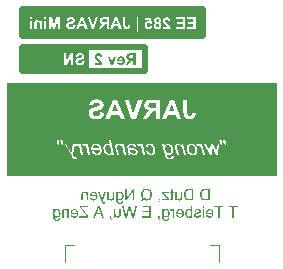
<source format=gbo>
G04 Layer_Color=32896*
%FSLAX25Y25*%
%MOIN*%
G70*
G01*
G75*
%ADD35C,0.02000*%
%ADD46C,0.00394*%
%ADD76R,0.90000X0.02000*%
G36*
X138022Y176182D02*
Y176077D01*
X138016Y175989D01*
Y175913D01*
X138010Y175849D01*
X138004Y175802D01*
Y175773D01*
X137998Y175749D01*
Y175743D01*
X137980Y175667D01*
X137957Y175603D01*
X137934Y175544D01*
X137904Y175492D01*
X137887Y175451D01*
X137869Y175416D01*
X137858Y175398D01*
X137852Y175392D01*
X137805Y175340D01*
X137758Y175299D01*
X137706Y175258D01*
X137653Y175223D01*
X137606Y175193D01*
X137571Y175176D01*
X137548Y175164D01*
X137536Y175158D01*
X137454Y175129D01*
X137372Y175106D01*
X137296Y175088D01*
X137226Y175076D01*
X137162Y175071D01*
X137115Y175065D01*
X137074D01*
X136974Y175071D01*
X136875Y175082D01*
X136787Y175106D01*
X136699Y175141D01*
X136623Y175176D01*
X136547Y175211D01*
X136483Y175258D01*
X136424Y175299D01*
X136372Y175340D01*
X136325Y175386D01*
X136284Y175422D01*
X136249Y175462D01*
X136225Y175492D01*
X136208Y175515D01*
X136196Y175527D01*
X136190Y175533D01*
Y175129D01*
X135769D01*
Y177914D01*
X136243D01*
Y176416D01*
X136249Y176293D01*
X136255Y176182D01*
X136267Y176088D01*
X136284Y176012D01*
X136302Y175948D01*
X136313Y175907D01*
X136319Y175884D01*
X136325Y175872D01*
X136360Y175808D01*
X136395Y175749D01*
X136442Y175697D01*
X136483Y175655D01*
X136524Y175620D01*
X136559Y175597D01*
X136582Y175580D01*
X136588Y175574D01*
X136658Y175539D01*
X136729Y175515D01*
X136793Y175492D01*
X136851Y175480D01*
X136904Y175474D01*
X136945Y175468D01*
X136980D01*
X137056Y175474D01*
X137126Y175486D01*
X137185Y175503D01*
X137238Y175521D01*
X137278Y175539D01*
X137308Y175556D01*
X137331Y175568D01*
X137337Y175574D01*
X137384Y175615D01*
X137425Y175661D01*
X137460Y175714D01*
X137483Y175761D01*
X137501Y175802D01*
X137513Y175837D01*
X137524Y175860D01*
Y175866D01*
X137530Y175925D01*
X137536Y176001D01*
X137542Y176083D01*
Y176164D01*
X137548Y176241D01*
Y176305D01*
Y176328D01*
Y176346D01*
Y176357D01*
Y176363D01*
Y177914D01*
X138022D01*
Y176182D01*
D02*
G37*
G36*
X167699Y177972D02*
X167798Y177960D01*
X167892Y177943D01*
X167979Y177919D01*
X168067Y177884D01*
X168143Y177855D01*
X168213Y177820D01*
X168278Y177785D01*
X168336Y177744D01*
X168383Y177709D01*
X168430Y177680D01*
X168465Y177650D01*
X168494Y177621D01*
X168512Y177604D01*
X168523Y177592D01*
X168529Y177586D01*
X168594Y177510D01*
X168646Y177428D01*
X168693Y177340D01*
X168734Y177253D01*
X168769Y177159D01*
X168798Y177071D01*
X168839Y176896D01*
X168857Y176814D01*
X168869Y176738D01*
X168874Y176668D01*
X168880Y176609D01*
X168886Y176562D01*
Y176521D01*
Y176498D01*
Y176492D01*
X168880Y176369D01*
X168869Y176252D01*
X168851Y176141D01*
X168827Y176042D01*
X168804Y175948D01*
X168775Y175860D01*
X168740Y175784D01*
X168705Y175714D01*
X168675Y175650D01*
X168640Y175591D01*
X168611Y175544D01*
X168582Y175509D01*
X168564Y175480D01*
X168547Y175457D01*
X168535Y175445D01*
X168529Y175439D01*
X168459Y175375D01*
X168383Y175316D01*
X168307Y175264D01*
X168225Y175223D01*
X168149Y175188D01*
X168067Y175158D01*
X167915Y175111D01*
X167839Y175094D01*
X167774Y175082D01*
X167716Y175076D01*
X167663Y175071D01*
X167622Y175065D01*
X167564D01*
X167388Y175076D01*
X167236Y175100D01*
X167096Y175141D01*
X166985Y175182D01*
X166932Y175205D01*
X166891Y175223D01*
X166856Y175246D01*
X166827Y175264D01*
X166798Y175275D01*
X166780Y175287D01*
X166774Y175299D01*
X166768D01*
X166663Y175392D01*
X166569Y175503D01*
X166499Y175615D01*
X166441Y175720D01*
X166394Y175819D01*
X166376Y175860D01*
X166365Y175895D01*
X166353Y175925D01*
X166347Y175948D01*
X166341Y175960D01*
Y175966D01*
X166827Y176030D01*
X166874Y175925D01*
X166920Y175831D01*
X166967Y175755D01*
X167014Y175697D01*
X167055Y175644D01*
X167090Y175615D01*
X167113Y175591D01*
X167119Y175585D01*
X167190Y175539D01*
X167266Y175509D01*
X167342Y175486D01*
X167412Y175468D01*
X167470Y175457D01*
X167517Y175451D01*
X167564D01*
X167687Y175462D01*
X167798Y175486D01*
X167897Y175527D01*
X167985Y175574D01*
X168050Y175615D01*
X168102Y175655D01*
X168131Y175679D01*
X168143Y175691D01*
X168219Y175790D01*
X168283Y175907D01*
X168324Y176024D01*
X168359Y176135D01*
X168383Y176241D01*
X168389Y176281D01*
X168395Y176322D01*
Y176352D01*
X168401Y176381D01*
Y176393D01*
Y176399D01*
X166330D01*
X166324Y176451D01*
Y176492D01*
Y176515D01*
Y176521D01*
X166330Y176650D01*
X166341Y176767D01*
X166359Y176878D01*
X166376Y176978D01*
X166406Y177077D01*
X166435Y177165D01*
X166470Y177241D01*
X166499Y177317D01*
X166534Y177381D01*
X166569Y177434D01*
X166599Y177481D01*
X166622Y177522D01*
X166646Y177551D01*
X166663Y177574D01*
X166675Y177586D01*
X166681Y177592D01*
X166751Y177662D01*
X166821Y177721D01*
X166897Y177773D01*
X166973Y177814D01*
X167049Y177855D01*
X167125Y177884D01*
X167266Y177931D01*
X167336Y177949D01*
X167394Y177960D01*
X167453Y177966D01*
X167500Y177972D01*
X167541Y177978D01*
X167593D01*
X167699Y177972D01*
D02*
G37*
G36*
X157853D02*
X157952Y177960D01*
X158046Y177943D01*
X158134Y177919D01*
X158221Y177884D01*
X158298Y177855D01*
X158368Y177820D01*
X158432Y177785D01*
X158491Y177744D01*
X158537Y177709D01*
X158584Y177680D01*
X158619Y177650D01*
X158649Y177621D01*
X158666Y177604D01*
X158678Y177592D01*
X158684Y177586D01*
X158748Y177510D01*
X158801Y177428D01*
X158847Y177340D01*
X158888Y177253D01*
X158923Y177159D01*
X158953Y177071D01*
X158994Y176896D01*
X159011Y176814D01*
X159023Y176738D01*
X159029Y176668D01*
X159035Y176609D01*
X159040Y176562D01*
Y176521D01*
Y176498D01*
Y176492D01*
X159035Y176369D01*
X159023Y176252D01*
X159005Y176141D01*
X158982Y176042D01*
X158959Y175948D01*
X158929Y175860D01*
X158894Y175784D01*
X158859Y175714D01*
X158830Y175650D01*
X158795Y175591D01*
X158766Y175544D01*
X158736Y175509D01*
X158719Y175480D01*
X158701Y175457D01*
X158689Y175445D01*
X158684Y175439D01*
X158613Y175375D01*
X158537Y175316D01*
X158461Y175264D01*
X158379Y175223D01*
X158303Y175188D01*
X158221Y175158D01*
X158069Y175111D01*
X157993Y175094D01*
X157929Y175082D01*
X157870Y175076D01*
X157818Y175071D01*
X157777Y175065D01*
X157718D01*
X157543Y175076D01*
X157391Y175100D01*
X157250Y175141D01*
X157139Y175182D01*
X157087Y175205D01*
X157046Y175223D01*
X157010Y175246D01*
X156981Y175264D01*
X156952Y175275D01*
X156934Y175287D01*
X156929Y175299D01*
X156923D01*
X156817Y175392D01*
X156724Y175503D01*
X156654Y175615D01*
X156595Y175720D01*
X156548Y175819D01*
X156531Y175860D01*
X156519Y175895D01*
X156507Y175925D01*
X156502Y175948D01*
X156496Y175960D01*
Y175966D01*
X156981Y176030D01*
X157028Y175925D01*
X157075Y175831D01*
X157122Y175755D01*
X157168Y175697D01*
X157209Y175644D01*
X157245Y175615D01*
X157268Y175591D01*
X157274Y175585D01*
X157344Y175539D01*
X157420Y175509D01*
X157496Y175486D01*
X157566Y175468D01*
X157625Y175457D01*
X157672Y175451D01*
X157718D01*
X157841Y175462D01*
X157952Y175486D01*
X158052Y175527D01*
X158140Y175574D01*
X158204Y175615D01*
X158257Y175655D01*
X158286Y175679D01*
X158298Y175691D01*
X158374Y175790D01*
X158438Y175907D01*
X158479Y176024D01*
X158514Y176135D01*
X158537Y176241D01*
X158543Y176281D01*
X158549Y176322D01*
Y176352D01*
X158555Y176381D01*
Y176393D01*
Y176399D01*
X156484D01*
X156478Y176451D01*
Y176492D01*
Y176515D01*
Y176521D01*
X156484Y176650D01*
X156496Y176767D01*
X156513Y176878D01*
X156531Y176978D01*
X156560Y177077D01*
X156589Y177165D01*
X156624Y177241D01*
X156654Y177317D01*
X156689Y177381D01*
X156724Y177434D01*
X156753Y177481D01*
X156776Y177522D01*
X156800Y177551D01*
X156817Y177574D01*
X156829Y177586D01*
X156835Y177592D01*
X156905Y177662D01*
X156975Y177721D01*
X157052Y177773D01*
X157127Y177814D01*
X157204Y177855D01*
X157280Y177884D01*
X157420Y177931D01*
X157490Y177949D01*
X157549Y177960D01*
X157607Y177966D01*
X157654Y177972D01*
X157695Y177978D01*
X157748D01*
X157853Y177972D01*
D02*
G37*
G36*
X168000Y219000D02*
X190000D01*
Y190000D01*
X178000D01*
Y189493D01*
X111612D01*
Y190000D01*
X100000D01*
Y219000D01*
X122298D01*
Y219520D01*
X168000D01*
Y219000D01*
D02*
G37*
G36*
X142570Y180870D02*
X142084D01*
Y183889D01*
X140066Y180870D01*
X139545D01*
Y184714D01*
X140031D01*
Y181695D01*
X142055Y184714D01*
X142570D01*
Y180870D01*
D02*
G37*
G36*
X154106Y183275D02*
X152883D01*
X152790Y183280D01*
X152702D01*
X152620Y183286D01*
X152544D01*
X152491Y183292D01*
X152439D01*
X154211Y181251D01*
Y180870D01*
X151749D01*
Y181274D01*
X153035D01*
X153246Y181268D01*
X153346Y181262D01*
X153439D01*
X153515Y181256D01*
X153579Y181251D01*
X153603Y181245D01*
X153632D01*
X153340Y181572D01*
X151830Y183345D01*
Y183655D01*
X154106D01*
Y183275D01*
D02*
G37*
G36*
X137866Y183713D02*
X137989Y183690D01*
X138095Y183661D01*
X138194Y183626D01*
X138270Y183590D01*
X138329Y183561D01*
X138346Y183549D01*
X138364Y183538D01*
X138370Y183532D01*
X138375D01*
X138475Y183456D01*
X138557Y183374D01*
X138627Y183286D01*
X138691Y183204D01*
X138738Y183128D01*
X138767Y183070D01*
X138779Y183046D01*
X138791Y183029D01*
X138797Y183017D01*
Y183011D01*
X138843Y182883D01*
X138879Y182754D01*
X138902Y182631D01*
X138919Y182514D01*
X138931Y182421D01*
Y182379D01*
X138937Y182344D01*
Y182315D01*
Y182292D01*
Y182280D01*
Y182274D01*
X138931Y182169D01*
X138925Y182064D01*
X138890Y181876D01*
X138861Y181789D01*
X138838Y181707D01*
X138808Y181631D01*
X138779Y181561D01*
X138750Y181496D01*
X138721Y181444D01*
X138691Y181397D01*
X138668Y181356D01*
X138650Y181321D01*
X138633Y181297D01*
X138627Y181286D01*
X138621Y181280D01*
X138557Y181210D01*
X138492Y181145D01*
X138422Y181093D01*
X138346Y181046D01*
X138276Y181005D01*
X138200Y180970D01*
X138130Y180940D01*
X138059Y180923D01*
X137989Y180905D01*
X137931Y180894D01*
X137872Y180882D01*
X137826Y180876D01*
X137785Y180870D01*
X137732D01*
X137650Y180876D01*
X137568Y180888D01*
X137492Y180905D01*
X137422Y180929D01*
X137287Y180987D01*
X137176Y181052D01*
X137088Y181116D01*
X137053Y181151D01*
X137018Y181174D01*
X136995Y181198D01*
X136977Y181215D01*
X136971Y181227D01*
X136966Y181233D01*
Y181151D01*
Y181075D01*
Y181011D01*
Y180946D01*
X136971Y180894D01*
Y180841D01*
X136983Y180759D01*
X136989Y180701D01*
X136995Y180660D01*
X137001Y180636D01*
Y180630D01*
X137030Y180549D01*
X137065Y180472D01*
X137100Y180414D01*
X137141Y180361D01*
X137182Y180320D01*
X137211Y180291D01*
X137235Y180273D01*
X137241Y180268D01*
X137311Y180221D01*
X137393Y180192D01*
X137475Y180168D01*
X137556Y180151D01*
X137632Y180139D01*
X137691Y180133D01*
X137744D01*
X137849Y180139D01*
X137948Y180157D01*
X138030Y180174D01*
X138095Y180203D01*
X138153Y180227D01*
X138188Y180244D01*
X138217Y180262D01*
X138223Y180268D01*
X138270Y180309D01*
X138305Y180355D01*
X138334Y180408D01*
X138358Y180461D01*
X138370Y180508D01*
X138381Y180543D01*
X138387Y180566D01*
Y180578D01*
X138843Y180642D01*
Y180560D01*
X138832Y180484D01*
X138802Y180350D01*
X138756Y180233D01*
X138703Y180139D01*
X138645Y180063D01*
X138598Y180010D01*
X138563Y179981D01*
X138557Y179969D01*
X138551D01*
X138428Y179893D01*
X138294Y179835D01*
X138159Y179800D01*
X138030Y179770D01*
X137919Y179753D01*
X137866Y179747D01*
X137826D01*
X137790Y179741D01*
X137744D01*
X137592Y179747D01*
X137457Y179765D01*
X137334Y179794D01*
X137229Y179823D01*
X137147Y179847D01*
X137088Y179876D01*
X137065Y179887D01*
X137047Y179893D01*
X137042Y179899D01*
X137036D01*
X136936Y179964D01*
X136848Y180034D01*
X136778Y180104D01*
X136720Y180174D01*
X136679Y180238D01*
X136644Y180285D01*
X136626Y180320D01*
X136620Y180326D01*
Y180332D01*
X136597Y180385D01*
X136574Y180449D01*
X136544Y180589D01*
X136521Y180742D01*
X136503Y180888D01*
X136497Y180958D01*
X136492Y181028D01*
Y181087D01*
X136486Y181139D01*
Y181186D01*
Y181215D01*
Y181239D01*
Y181245D01*
Y183655D01*
X136919D01*
Y183316D01*
X136977Y183386D01*
X137042Y183450D01*
X137112Y183503D01*
X137176Y183549D01*
X137246Y183590D01*
X137317Y183620D01*
X137381Y183649D01*
X137445Y183667D01*
X137556Y183696D01*
X137609Y183707D01*
X137650Y183713D01*
X137685Y183719D01*
X137732D01*
X137866Y183713D01*
D02*
G37*
G36*
X122665Y177972D02*
X122765Y177960D01*
X122858Y177943D01*
X122946Y177919D01*
X123034Y177884D01*
X123110Y177855D01*
X123180Y177820D01*
X123244Y177785D01*
X123303Y177744D01*
X123350Y177709D01*
X123397Y177680D01*
X123432Y177650D01*
X123461Y177621D01*
X123478Y177604D01*
X123490Y177592D01*
X123496Y177586D01*
X123560Y177510D01*
X123613Y177428D01*
X123660Y177340D01*
X123701Y177253D01*
X123736Y177159D01*
X123765Y177071D01*
X123806Y176896D01*
X123823Y176814D01*
X123835Y176738D01*
X123841Y176668D01*
X123847Y176609D01*
X123853Y176562D01*
Y176521D01*
Y176498D01*
Y176492D01*
X123847Y176369D01*
X123835Y176252D01*
X123818Y176141D01*
X123794Y176042D01*
X123771Y175948D01*
X123742Y175860D01*
X123706Y175784D01*
X123671Y175714D01*
X123642Y175650D01*
X123607Y175591D01*
X123578Y175544D01*
X123549Y175509D01*
X123531Y175480D01*
X123513Y175457D01*
X123502Y175445D01*
X123496Y175439D01*
X123426Y175375D01*
X123350Y175316D01*
X123274Y175264D01*
X123192Y175223D01*
X123116Y175188D01*
X123034Y175158D01*
X122882Y175111D01*
X122806Y175094D01*
X122741Y175082D01*
X122683Y175076D01*
X122630Y175071D01*
X122589Y175065D01*
X122531D01*
X122355Y175076D01*
X122203Y175100D01*
X122063Y175141D01*
X121951Y175182D01*
X121899Y175205D01*
X121858Y175223D01*
X121823Y175246D01*
X121794Y175264D01*
X121764Y175275D01*
X121747Y175287D01*
X121741Y175299D01*
X121735D01*
X121630Y175392D01*
X121536Y175503D01*
X121466Y175615D01*
X121407Y175720D01*
X121361Y175819D01*
X121343Y175860D01*
X121331Y175895D01*
X121320Y175925D01*
X121314Y175948D01*
X121308Y175960D01*
Y175966D01*
X121794Y176030D01*
X121840Y175925D01*
X121887Y175831D01*
X121934Y175755D01*
X121981Y175697D01*
X122022Y175644D01*
X122057Y175615D01*
X122080Y175591D01*
X122086Y175585D01*
X122156Y175539D01*
X122232Y175509D01*
X122308Y175486D01*
X122379Y175468D01*
X122437Y175457D01*
X122484Y175451D01*
X122531D01*
X122653Y175462D01*
X122765Y175486D01*
X122864Y175527D01*
X122952Y175574D01*
X123016Y175615D01*
X123069Y175655D01*
X123098Y175679D01*
X123110Y175691D01*
X123186Y175790D01*
X123250Y175907D01*
X123291Y176024D01*
X123326Y176135D01*
X123350Y176241D01*
X123355Y176281D01*
X123361Y176322D01*
Y176352D01*
X123367Y176381D01*
Y176393D01*
Y176399D01*
X121296D01*
X121291Y176451D01*
Y176492D01*
Y176515D01*
Y176521D01*
X121296Y176650D01*
X121308Y176767D01*
X121326Y176878D01*
X121343Y176978D01*
X121372Y177077D01*
X121402Y177165D01*
X121437Y177241D01*
X121466Y177317D01*
X121501Y177381D01*
X121536Y177434D01*
X121565Y177481D01*
X121589Y177522D01*
X121612Y177551D01*
X121630Y177574D01*
X121642Y177586D01*
X121647Y177592D01*
X121718Y177662D01*
X121788Y177721D01*
X121864Y177773D01*
X121940Y177814D01*
X122016Y177855D01*
X122092Y177884D01*
X122232Y177931D01*
X122302Y177949D01*
X122361Y177960D01*
X122420Y177966D01*
X122466Y177972D01*
X122507Y177978D01*
X122560D01*
X122665Y177972D01*
D02*
G37*
G36*
X148078Y175129D02*
X145211D01*
Y175580D01*
X147569D01*
Y176890D01*
X145445D01*
Y177340D01*
X147569D01*
Y178522D01*
X145299D01*
Y178972D01*
X148078D01*
Y175129D01*
D02*
G37*
G36*
X132405D02*
X131867D01*
X131452Y176293D01*
X129837D01*
X129393Y175129D01*
X128819D01*
X130381Y178972D01*
X130937D01*
X132405Y175129D01*
D02*
G37*
G36*
X127500Y224430D02*
X105300D01*
Y231408D01*
X127500D01*
Y224430D01*
D02*
G37*
G36*
X154940Y177972D02*
X154998Y177960D01*
X155051Y177949D01*
X155092Y177931D01*
X155133Y177908D01*
X155162Y177896D01*
X155180Y177884D01*
X155185Y177878D01*
X155238Y177838D01*
X155285Y177779D01*
X155337Y177715D01*
X155384Y177650D01*
X155419Y177592D01*
X155449Y177539D01*
X155472Y177504D01*
X155478Y177498D01*
Y177914D01*
X155905D01*
Y175129D01*
X155431D01*
Y176586D01*
X155425Y176697D01*
X155419Y176796D01*
X155408Y176890D01*
X155390Y176972D01*
X155378Y177042D01*
X155367Y177095D01*
X155361Y177124D01*
X155355Y177136D01*
X155332Y177194D01*
X155308Y177247D01*
X155279Y177294D01*
X155250Y177329D01*
X155226Y177358D01*
X155203Y177381D01*
X155191Y177393D01*
X155185Y177399D01*
X155139Y177428D01*
X155092Y177452D01*
X155045Y177469D01*
X155004Y177481D01*
X154963Y177487D01*
X154934Y177492D01*
X154910D01*
X154846Y177487D01*
X154782Y177475D01*
X154723Y177457D01*
X154671Y177440D01*
X154630Y177422D01*
X154595Y177405D01*
X154571Y177393D01*
X154565Y177387D01*
X154396Y177820D01*
X154489Y177873D01*
X154577Y177914D01*
X154659Y177937D01*
X154729Y177960D01*
X154793Y177972D01*
X154840Y177978D01*
X154881D01*
X154940Y177972D01*
D02*
G37*
G36*
X177000Y178522D02*
X175736D01*
Y175129D01*
X175227D01*
Y178522D01*
X173964D01*
Y178972D01*
X177000D01*
Y178522D01*
D02*
G37*
G36*
X172232D02*
X170969D01*
Y175129D01*
X170460D01*
Y178522D01*
X169196D01*
Y178972D01*
X172232D01*
Y178522D01*
D02*
G37*
G36*
X165745Y175129D02*
X165271D01*
Y177914D01*
X165745D01*
Y175129D01*
D02*
G37*
G36*
Y178434D02*
X165271D01*
Y178972D01*
X165745D01*
Y178434D01*
D02*
G37*
G36*
X151152Y180870D02*
X150889D01*
X150894Y180788D01*
X150900Y180712D01*
X150918Y180648D01*
X150929Y180601D01*
X150941Y180560D01*
X150953Y180531D01*
X150959Y180513D01*
X150965Y180508D01*
X150994Y180461D01*
X151029Y180420D01*
X151064Y180391D01*
X151099Y180361D01*
X151128Y180338D01*
X151158Y180320D01*
X151175Y180315D01*
X151181Y180309D01*
X151058Y180110D01*
X150976Y180151D01*
X150912Y180198D01*
X150853Y180244D01*
X150807Y180291D01*
X150771Y180332D01*
X150742Y180367D01*
X150731Y180391D01*
X150725Y180396D01*
X150690Y180467D01*
X150660Y180549D01*
X150643Y180624D01*
X150625Y180701D01*
X150619Y180771D01*
X150614Y180823D01*
Y180859D01*
Y180864D01*
Y180870D01*
Y181408D01*
X151152D01*
Y180870D01*
D02*
G37*
G36*
X146770Y184766D02*
X146951Y184737D01*
X147109Y184702D01*
X147186Y184679D01*
X147250Y184655D01*
X147314Y184632D01*
X147367Y184608D01*
X147414Y184591D01*
X147455Y184573D01*
X147490Y184556D01*
X147513Y184544D01*
X147525Y184538D01*
X147531Y184532D01*
X147683Y184433D01*
X147811Y184316D01*
X147923Y184199D01*
X148016Y184082D01*
X148092Y183982D01*
X148122Y183936D01*
X148145Y183895D01*
X148162Y183865D01*
X148174Y183842D01*
X148186Y183825D01*
Y183819D01*
X148262Y183643D01*
X148320Y183462D01*
X148355Y183292D01*
X148385Y183128D01*
X148396Y183058D01*
X148402Y182994D01*
X148408Y182935D01*
Y182883D01*
X148414Y182847D01*
Y182812D01*
Y182795D01*
Y182789D01*
X148402Y182578D01*
X148379Y182385D01*
X148344Y182210D01*
X148320Y182134D01*
X148297Y182058D01*
X148279Y181993D01*
X148256Y181935D01*
X148239Y181882D01*
X148221Y181841D01*
X148209Y181806D01*
X148197Y181783D01*
X148186Y181765D01*
Y181759D01*
X148092Y181596D01*
X147987Y181455D01*
X147882Y181332D01*
X147776Y181233D01*
X147683Y181157D01*
X147642Y181122D01*
X147607Y181098D01*
X147577Y181081D01*
X147554Y181063D01*
X147542Y181057D01*
X147537Y181052D01*
X147373Y180970D01*
X147209Y180911D01*
X147051Y180864D01*
X146905Y180835D01*
X146840Y180829D01*
X146782Y180818D01*
X146729Y180812D01*
X146682D01*
X146647Y180806D01*
X146595D01*
X146407Y180818D01*
X146232Y180841D01*
X146068Y180882D01*
X145998Y180900D01*
X145928Y180923D01*
X145869Y180946D01*
X145817Y180964D01*
X145770Y180987D01*
X145729Y181005D01*
X145694Y181017D01*
X145670Y181028D01*
X145659Y181040D01*
X145653D01*
X145501Y180929D01*
X145349Y180835D01*
X145208Y180753D01*
X145085Y180689D01*
X145027Y180666D01*
X144980Y180642D01*
X144933Y180619D01*
X144898Y180607D01*
X144869Y180595D01*
X144845Y180584D01*
X144834Y180578D01*
X144828D01*
X144670Y180923D01*
X144787Y180970D01*
X144904Y181028D01*
X145015Y181087D01*
X145115Y181145D01*
X145202Y181198D01*
X145237Y181221D01*
X145273Y181239D01*
X145296Y181256D01*
X145314Y181268D01*
X145325Y181280D01*
X145331D01*
X145226Y181391D01*
X145138Y181502D01*
X145062Y181613D01*
X145003Y181713D01*
X144957Y181800D01*
X144933Y181841D01*
X144922Y181871D01*
X144910Y181900D01*
X144898Y181917D01*
X144892Y181929D01*
Y181935D01*
X144845Y182081D01*
X144810Y182227D01*
X144781Y182374D01*
X144764Y182502D01*
X144758Y182567D01*
X144752Y182619D01*
Y182666D01*
X144746Y182707D01*
Y182742D01*
Y182766D01*
Y182783D01*
Y182789D01*
X144758Y183000D01*
X144781Y183193D01*
X144816Y183362D01*
X144840Y183444D01*
X144857Y183514D01*
X144881Y183585D01*
X144904Y183643D01*
X144922Y183690D01*
X144939Y183731D01*
X144951Y183766D01*
X144963Y183795D01*
X144974Y183807D01*
Y183813D01*
X145068Y183977D01*
X145167Y184117D01*
X145278Y184240D01*
X145384Y184339D01*
X145477Y184415D01*
X145518Y184450D01*
X145553Y184474D01*
X145583Y184497D01*
X145606Y184509D01*
X145618Y184521D01*
X145624D01*
X145705Y184567D01*
X145787Y184608D01*
X145951Y184667D01*
X146115Y184714D01*
X146261Y184749D01*
X146331Y184755D01*
X146390Y184766D01*
X146448Y184772D01*
X146495D01*
X146530Y184778D01*
X146583D01*
X146770Y184766D01*
D02*
G37*
G36*
X161878Y175129D02*
X161439D01*
Y175474D01*
X161386Y175404D01*
X161328Y175340D01*
X161264Y175287D01*
X161205Y175240D01*
X161141Y175199D01*
X161076Y175164D01*
X161012Y175135D01*
X160953Y175117D01*
X160842Y175088D01*
X160795Y175076D01*
X160755Y175071D01*
X160720Y175065D01*
X160673D01*
X160579Y175071D01*
X160491Y175082D01*
X160409Y175100D01*
X160327Y175123D01*
X160187Y175188D01*
X160064Y175258D01*
X160006Y175293D01*
X159959Y175328D01*
X159918Y175363D01*
X159889Y175392D01*
X159860Y175416D01*
X159842Y175433D01*
X159830Y175445D01*
X159824Y175451D01*
X159760Y175527D01*
X159707Y175609D01*
X159661Y175697D01*
X159620Y175790D01*
X159584Y175884D01*
X159555Y175977D01*
X159514Y176153D01*
X159497Y176235D01*
X159485Y176317D01*
X159479Y176381D01*
X159473Y176445D01*
X159468Y176492D01*
Y176533D01*
Y176556D01*
Y176562D01*
X159473Y176673D01*
X159479Y176779D01*
X159497Y176872D01*
X159509Y176954D01*
X159526Y177024D01*
X159544Y177077D01*
X159549Y177112D01*
X159555Y177124D01*
X159590Y177223D01*
X159625Y177311D01*
X159667Y177387D01*
X159702Y177452D01*
X159737Y177504D01*
X159766Y177545D01*
X159783Y177574D01*
X159789Y177580D01*
X159848Y177645D01*
X159912Y177703D01*
X159971Y177756D01*
X160029Y177797D01*
X160082Y177832D01*
X160123Y177855D01*
X160152Y177867D01*
X160164Y177873D01*
X160251Y177908D01*
X160333Y177931D01*
X160415Y177955D01*
X160491Y177966D01*
X160556Y177972D01*
X160602Y177978D01*
X160649D01*
X160731Y177972D01*
X160813Y177960D01*
X160889Y177943D01*
X160959Y177919D01*
X161094Y177861D01*
X161199Y177791D01*
X161287Y177721D01*
X161322Y177691D01*
X161351Y177662D01*
X161375Y177639D01*
X161392Y177621D01*
X161398Y177609D01*
X161404Y177604D01*
Y178972D01*
X161878D01*
Y175129D01*
D02*
G37*
G36*
X142362D02*
X141830D01*
X141023Y178054D01*
X141005Y178130D01*
X140981Y178206D01*
X140964Y178276D01*
X140946Y178352D01*
X140929Y178411D01*
X140917Y178464D01*
X140905Y178493D01*
Y178505D01*
X140900Y178487D01*
X140894Y178464D01*
X140876Y178399D01*
X140859Y178329D01*
X140835Y178247D01*
X140818Y178177D01*
X140800Y178113D01*
X140794Y178089D01*
X140788Y178072D01*
X140783Y178060D01*
Y178054D01*
X139975Y175129D01*
X139478D01*
X138431Y178972D01*
X138946D01*
X139542Y176498D01*
X139583Y176328D01*
X139624Y176170D01*
X139654Y176024D01*
X139683Y175901D01*
X139695Y175849D01*
X139706Y175802D01*
X139712Y175761D01*
X139724Y175726D01*
X139730Y175697D01*
Y175679D01*
X139735Y175667D01*
Y175661D01*
X139776Y175901D01*
X139823Y176141D01*
X139876Y176375D01*
X139899Y176480D01*
X139923Y176580D01*
X139946Y176673D01*
X139964Y176761D01*
X139987Y176837D01*
X139999Y176902D01*
X140016Y176954D01*
X140022Y176989D01*
X140034Y177019D01*
Y177024D01*
X140584Y178972D01*
X141198D01*
X141929Y176375D01*
X141935Y176352D01*
X141941Y176317D01*
X141953Y176270D01*
X141964Y176223D01*
X141994Y176106D01*
X142023Y175983D01*
X142058Y175860D01*
X142070Y175808D01*
X142081Y175761D01*
X142093Y175720D01*
X142099Y175691D01*
X142105Y175667D01*
Y175661D01*
X142134Y175808D01*
X142157Y175948D01*
X142187Y176083D01*
X142210Y176200D01*
X142233Y176299D01*
X142245Y176340D01*
X142251Y176381D01*
X142257Y176404D01*
X142263Y176428D01*
X142269Y176439D01*
Y176445D01*
X142848Y178972D01*
X143368D01*
X142362Y175129D01*
D02*
G37*
G36*
X116844Y177972D02*
X116967Y177949D01*
X117073Y177919D01*
X117172Y177884D01*
X117248Y177849D01*
X117307Y177820D01*
X117324Y177808D01*
X117342Y177797D01*
X117348Y177791D01*
X117353D01*
X117453Y177715D01*
X117535Y177633D01*
X117605Y177545D01*
X117669Y177463D01*
X117716Y177387D01*
X117745Y177329D01*
X117757Y177305D01*
X117769Y177288D01*
X117775Y177276D01*
Y177270D01*
X117821Y177141D01*
X117857Y177013D01*
X117880Y176890D01*
X117897Y176773D01*
X117909Y176679D01*
Y176638D01*
X117915Y176603D01*
Y176574D01*
Y176551D01*
Y176539D01*
Y176533D01*
X117909Y176428D01*
X117903Y176322D01*
X117868Y176135D01*
X117839Y176048D01*
X117816Y175966D01*
X117786Y175890D01*
X117757Y175819D01*
X117728Y175755D01*
X117699Y175702D01*
X117669Y175655D01*
X117646Y175615D01*
X117628Y175580D01*
X117611Y175556D01*
X117605Y175544D01*
X117599Y175539D01*
X117535Y175468D01*
X117470Y175404D01*
X117400Y175351D01*
X117324Y175304D01*
X117254Y175264D01*
X117178Y175229D01*
X117108Y175199D01*
X117037Y175182D01*
X116967Y175164D01*
X116909Y175152D01*
X116850Y175141D01*
X116804Y175135D01*
X116763Y175129D01*
X116710D01*
X116628Y175135D01*
X116546Y175147D01*
X116470Y175164D01*
X116400Y175188D01*
X116265Y175246D01*
X116154Y175310D01*
X116066Y175375D01*
X116031Y175410D01*
X115996Y175433D01*
X115973Y175457D01*
X115955Y175474D01*
X115949Y175486D01*
X115944Y175492D01*
Y175410D01*
Y175334D01*
Y175269D01*
Y175205D01*
X115949Y175152D01*
Y175100D01*
X115961Y175018D01*
X115967Y174959D01*
X115973Y174918D01*
X115979Y174895D01*
Y174889D01*
X116008Y174807D01*
X116043Y174731D01*
X116078Y174673D01*
X116119Y174620D01*
X116160Y174579D01*
X116189Y174550D01*
X116213Y174532D01*
X116218Y174527D01*
X116289Y174480D01*
X116371Y174451D01*
X116453Y174427D01*
X116534Y174409D01*
X116610Y174398D01*
X116669Y174392D01*
X116722D01*
X116827Y174398D01*
X116926Y174415D01*
X117008Y174433D01*
X117073Y174462D01*
X117131Y174486D01*
X117166Y174503D01*
X117195Y174521D01*
X117201Y174527D01*
X117248Y174567D01*
X117283Y174614D01*
X117312Y174667D01*
X117336Y174720D01*
X117348Y174766D01*
X117359Y174801D01*
X117365Y174825D01*
Y174837D01*
X117821Y174901D01*
Y174819D01*
X117810Y174743D01*
X117780Y174608D01*
X117734Y174491D01*
X117681Y174398D01*
X117622Y174322D01*
X117576Y174269D01*
X117541Y174240D01*
X117535Y174228D01*
X117529D01*
X117406Y174152D01*
X117271Y174094D01*
X117137Y174058D01*
X117008Y174029D01*
X116897Y174012D01*
X116844Y174006D01*
X116804D01*
X116768Y174000D01*
X116722D01*
X116569Y174006D01*
X116435Y174023D01*
X116312Y174053D01*
X116207Y174082D01*
X116125Y174105D01*
X116066Y174135D01*
X116043Y174146D01*
X116025Y174152D01*
X116020Y174158D01*
X116014D01*
X115914Y174222D01*
X115826Y174293D01*
X115756Y174363D01*
X115698Y174433D01*
X115657Y174497D01*
X115622Y174544D01*
X115604Y174579D01*
X115598Y174585D01*
Y174591D01*
X115575Y174644D01*
X115552Y174708D01*
X115522Y174848D01*
X115499Y175000D01*
X115481Y175147D01*
X115475Y175217D01*
X115470Y175287D01*
Y175346D01*
X115464Y175398D01*
Y175445D01*
Y175474D01*
Y175498D01*
Y175503D01*
Y177914D01*
X115897D01*
Y177574D01*
X115955Y177645D01*
X116020Y177709D01*
X116090Y177762D01*
X116154Y177808D01*
X116224Y177849D01*
X116295Y177878D01*
X116359Y177908D01*
X116423Y177925D01*
X116534Y177955D01*
X116587Y177966D01*
X116628Y177972D01*
X116663Y177978D01*
X116710D01*
X116844Y177972D01*
D02*
G37*
G36*
X153231D02*
X153354Y177949D01*
X153460Y177919D01*
X153559Y177884D01*
X153635Y177849D01*
X153694Y177820D01*
X153711Y177808D01*
X153729Y177797D01*
X153735Y177791D01*
X153740D01*
X153840Y177715D01*
X153922Y177633D01*
X153992Y177545D01*
X154056Y177463D01*
X154103Y177387D01*
X154132Y177329D01*
X154144Y177305D01*
X154156Y177288D01*
X154162Y177276D01*
Y177270D01*
X154208Y177141D01*
X154244Y177013D01*
X154267Y176890D01*
X154284Y176773D01*
X154296Y176679D01*
Y176638D01*
X154302Y176603D01*
Y176574D01*
Y176551D01*
Y176539D01*
Y176533D01*
X154296Y176428D01*
X154290Y176322D01*
X154255Y176135D01*
X154226Y176048D01*
X154202Y175966D01*
X154173Y175890D01*
X154144Y175819D01*
X154115Y175755D01*
X154086Y175702D01*
X154056Y175655D01*
X154033Y175615D01*
X154015Y175580D01*
X153998Y175556D01*
X153992Y175544D01*
X153986Y175539D01*
X153922Y175468D01*
X153857Y175404D01*
X153787Y175351D01*
X153711Y175304D01*
X153641Y175264D01*
X153565Y175229D01*
X153495Y175199D01*
X153425Y175182D01*
X153354Y175164D01*
X153296Y175152D01*
X153237Y175141D01*
X153191Y175135D01*
X153149Y175129D01*
X153097D01*
X153015Y175135D01*
X152933Y175147D01*
X152857Y175164D01*
X152787Y175188D01*
X152652Y175246D01*
X152541Y175310D01*
X152453Y175375D01*
X152418Y175410D01*
X152383Y175433D01*
X152360Y175457D01*
X152342Y175474D01*
X152336Y175486D01*
X152331Y175492D01*
Y175410D01*
Y175334D01*
Y175269D01*
Y175205D01*
X152336Y175152D01*
Y175100D01*
X152348Y175018D01*
X152354Y174959D01*
X152360Y174918D01*
X152366Y174895D01*
Y174889D01*
X152395Y174807D01*
X152430Y174731D01*
X152465Y174673D01*
X152506Y174620D01*
X152547Y174579D01*
X152576Y174550D01*
X152600Y174532D01*
X152605Y174527D01*
X152676Y174480D01*
X152758Y174451D01*
X152840Y174427D01*
X152921Y174409D01*
X152998Y174398D01*
X153056Y174392D01*
X153109D01*
X153214Y174398D01*
X153313Y174415D01*
X153395Y174433D01*
X153460Y174462D01*
X153518Y174486D01*
X153553Y174503D01*
X153582Y174521D01*
X153588Y174527D01*
X153635Y174567D01*
X153670Y174614D01*
X153700Y174667D01*
X153723Y174720D01*
X153735Y174766D01*
X153746Y174801D01*
X153752Y174825D01*
Y174837D01*
X154208Y174901D01*
Y174819D01*
X154197Y174743D01*
X154167Y174608D01*
X154121Y174491D01*
X154068Y174398D01*
X154009Y174322D01*
X153963Y174269D01*
X153928Y174240D01*
X153922Y174228D01*
X153916D01*
X153793Y174152D01*
X153658Y174094D01*
X153524Y174058D01*
X153395Y174029D01*
X153284Y174012D01*
X153231Y174006D01*
X153191D01*
X153155Y174000D01*
X153109D01*
X152956Y174006D01*
X152822Y174023D01*
X152699Y174053D01*
X152594Y174082D01*
X152512Y174105D01*
X152453Y174135D01*
X152430Y174146D01*
X152412Y174152D01*
X152407Y174158D01*
X152401D01*
X152301Y174222D01*
X152214Y174293D01*
X152143Y174363D01*
X152085Y174433D01*
X152044Y174497D01*
X152009Y174544D01*
X151991Y174579D01*
X151985Y174585D01*
Y174591D01*
X151962Y174644D01*
X151939Y174708D01*
X151909Y174848D01*
X151886Y175000D01*
X151868Y175147D01*
X151863Y175217D01*
X151857Y175287D01*
Y175346D01*
X151851Y175398D01*
Y175445D01*
Y175474D01*
Y175498D01*
Y175503D01*
Y177914D01*
X152284D01*
Y177574D01*
X152342Y177645D01*
X152407Y177709D01*
X152477Y177762D01*
X152541Y177808D01*
X152611Y177849D01*
X152682Y177878D01*
X152746Y177908D01*
X152810Y177925D01*
X152921Y177955D01*
X152974Y177966D01*
X153015Y177972D01*
X153050Y177978D01*
X153097D01*
X153231Y177972D01*
D02*
G37*
G36*
X125915Y183713D02*
X126014Y183702D01*
X126108Y183678D01*
X126190Y183649D01*
X126272Y183614D01*
X126342Y183573D01*
X126406Y183532D01*
X126471Y183491D01*
X126523Y183444D01*
X126564Y183403D01*
X126605Y183362D01*
X126634Y183327D01*
X126664Y183298D01*
X126681Y183275D01*
X126687Y183263D01*
X126693Y183257D01*
Y183655D01*
X127120D01*
Y180870D01*
X126646D01*
Y182391D01*
Y182485D01*
X126634Y182573D01*
X126629Y182655D01*
X126611Y182730D01*
X126593Y182795D01*
X126576Y182853D01*
X126558Y182906D01*
X126535Y182953D01*
X126517Y182994D01*
X126500Y183029D01*
X126465Y183076D01*
X126441Y183105D01*
X126430Y183117D01*
X126348Y183181D01*
X126254Y183228D01*
X126172Y183263D01*
X126090Y183286D01*
X126014Y183298D01*
X125962Y183310D01*
X125909D01*
X125839Y183304D01*
X125780Y183298D01*
X125722Y183280D01*
X125675Y183269D01*
X125634Y183251D01*
X125605Y183234D01*
X125587Y183228D01*
X125581Y183222D01*
X125535Y183187D01*
X125494Y183146D01*
X125459Y183111D01*
X125429Y183070D01*
X125412Y183041D01*
X125400Y183011D01*
X125388Y182994D01*
Y182988D01*
X125371Y182929D01*
X125353Y182865D01*
X125342Y182789D01*
X125336Y182725D01*
X125330Y182660D01*
Y182608D01*
Y182573D01*
Y182567D01*
Y182561D01*
Y180870D01*
X124856D01*
Y182578D01*
Y182695D01*
X124862Y182789D01*
X124868Y182871D01*
Y182935D01*
X124874Y182982D01*
X124879Y183017D01*
X124885Y183035D01*
Y183041D01*
X124903Y183111D01*
X124926Y183181D01*
X124950Y183239D01*
X124973Y183286D01*
X124996Y183327D01*
X125014Y183362D01*
X125026Y183380D01*
X125031Y183386D01*
X125073Y183438D01*
X125125Y183485D01*
X125178Y183526D01*
X125230Y183561D01*
X125277Y183590D01*
X125312Y183608D01*
X125336Y183620D01*
X125347Y183626D01*
X125429Y183655D01*
X125505Y183678D01*
X125587Y183696D01*
X125657Y183707D01*
X125716Y183713D01*
X125769Y183719D01*
X125810D01*
X125915Y183713D01*
D02*
G37*
G36*
X158441Y181923D02*
Y181818D01*
X158435Y181730D01*
Y181654D01*
X158429Y181590D01*
X158423Y181543D01*
Y181514D01*
X158417Y181490D01*
Y181484D01*
X158400Y181408D01*
X158377Y181344D01*
X158353Y181286D01*
X158324Y181233D01*
X158306Y181192D01*
X158289Y181157D01*
X158277Y181139D01*
X158271Y181133D01*
X158224Y181081D01*
X158178Y181040D01*
X158125Y180999D01*
X158072Y180964D01*
X158026Y180935D01*
X157990Y180917D01*
X157967Y180905D01*
X157955Y180900D01*
X157873Y180870D01*
X157791Y180847D01*
X157715Y180829D01*
X157645Y180818D01*
X157581Y180812D01*
X157534Y180806D01*
X157493D01*
X157394Y180812D01*
X157294Y180823D01*
X157206Y180847D01*
X157119Y180882D01*
X157043Y180917D01*
X156967Y180952D01*
X156902Y180999D01*
X156844Y181040D01*
X156791Y181081D01*
X156744Y181128D01*
X156703Y181163D01*
X156668Y181204D01*
X156645Y181233D01*
X156627Y181256D01*
X156616Y181268D01*
X156610Y181274D01*
Y180870D01*
X156189D01*
Y183655D01*
X156662D01*
Y182157D01*
X156668Y182034D01*
X156674Y181923D01*
X156686Y181830D01*
X156703Y181754D01*
X156721Y181689D01*
X156733Y181648D01*
X156738Y181625D01*
X156744Y181613D01*
X156780Y181549D01*
X156815Y181490D01*
X156861Y181438D01*
X156902Y181397D01*
X156943Y181362D01*
X156978Y181338D01*
X157002Y181321D01*
X157008Y181315D01*
X157078Y181280D01*
X157148Y181256D01*
X157212Y181233D01*
X157271Y181221D01*
X157324Y181215D01*
X157364Y181210D01*
X157400D01*
X157476Y181215D01*
X157546Y181227D01*
X157604Y181245D01*
X157657Y181262D01*
X157698Y181280D01*
X157727Y181297D01*
X157751Y181309D01*
X157756Y181315D01*
X157803Y181356D01*
X157844Y181403D01*
X157879Y181455D01*
X157903Y181502D01*
X157920Y181543D01*
X157932Y181578D01*
X157944Y181602D01*
Y181607D01*
X157949Y181666D01*
X157955Y181742D01*
X157961Y181824D01*
Y181906D01*
X157967Y181982D01*
Y182046D01*
Y182070D01*
Y182087D01*
Y182099D01*
Y182105D01*
Y183655D01*
X158441D01*
Y181923D01*
D02*
G37*
G36*
X155370Y184339D02*
Y183655D01*
X155721D01*
Y183286D01*
X155370D01*
Y181683D01*
Y181607D01*
Y181537D01*
X155364Y181473D01*
Y181414D01*
X155358Y181362D01*
X155352Y181321D01*
X155340Y181245D01*
X155334Y181186D01*
X155323Y181151D01*
X155317Y181128D01*
Y181122D01*
X155294Y181075D01*
X155259Y181034D01*
X155229Y180999D01*
X155194Y180970D01*
X155165Y180946D01*
X155141Y180929D01*
X155124Y180917D01*
X155118Y180911D01*
X155060Y180888D01*
X154995Y180870D01*
X154925Y180853D01*
X154861Y180847D01*
X154802Y180841D01*
X154755Y180835D01*
X154714D01*
X154592Y180841D01*
X154533Y180847D01*
X154480Y180859D01*
X154428Y180864D01*
X154393Y180870D01*
X154369Y180876D01*
X154358D01*
X154422Y181291D01*
X154510Y181280D01*
X154545D01*
X154574Y181274D01*
X154632D01*
X154703Y181280D01*
X154755Y181291D01*
X154785Y181297D01*
X154796Y181303D01*
X154831Y181332D01*
X154855Y181362D01*
X154867Y181385D01*
X154872Y181397D01*
X154878Y181426D01*
X154884Y181461D01*
X154890Y181549D01*
X154896Y181590D01*
Y181625D01*
Y181648D01*
Y181654D01*
Y183286D01*
X154422D01*
Y183655D01*
X154896D01*
Y184626D01*
X155370Y184339D01*
D02*
G37*
G36*
X131993Y180864D02*
X132011Y180812D01*
X132028Y180777D01*
X132034Y180753D01*
X132040Y180747D01*
X132075Y180654D01*
X132104Y180572D01*
X132128Y180513D01*
X132145Y180467D01*
X132163Y180431D01*
X132174Y180414D01*
X132180Y180402D01*
Y180396D01*
X132233Y180332D01*
X132285Y180285D01*
X132303Y180268D01*
X132321Y180256D01*
X132332Y180244D01*
X132338D01*
X132373Y180227D01*
X132414Y180215D01*
X132496Y180198D01*
X132537D01*
X132561Y180192D01*
X132590D01*
X132683Y180198D01*
X132765Y180215D01*
X132806Y180227D01*
X132835Y180233D01*
X132853Y180238D01*
X132859D01*
X132806Y179800D01*
X132689Y179765D01*
X132636Y179753D01*
X132590Y179747D01*
X132555D01*
X132525Y179741D01*
X132502D01*
X132420Y179747D01*
X132350Y179759D01*
X132280Y179776D01*
X132227Y179800D01*
X132180Y179817D01*
X132145Y179835D01*
X132122Y179847D01*
X132116Y179852D01*
X132057Y179899D01*
X131999Y179952D01*
X131952Y180010D01*
X131905Y180063D01*
X131870Y180116D01*
X131847Y180157D01*
X131829Y180180D01*
X131823Y180192D01*
X131806Y180227D01*
X131782Y180268D01*
X131741Y180367D01*
X131701Y180467D01*
X131654Y180572D01*
X131619Y180671D01*
X131601Y180712D01*
X131589Y180747D01*
X131578Y180782D01*
X131566Y180806D01*
X131560Y180818D01*
Y180823D01*
X130507Y183655D01*
X130975D01*
X131572Y182028D01*
X131613Y181912D01*
X131648Y181800D01*
X131683Y181695D01*
X131712Y181602D01*
X131736Y181525D01*
X131747Y181461D01*
X131759Y181438D01*
Y181420D01*
X131765Y181414D01*
Y181408D01*
X131800Y181531D01*
X131835Y181648D01*
X131870Y181759D01*
X131899Y181853D01*
X131929Y181935D01*
X131952Y181999D01*
X131958Y182023D01*
X131964Y182040D01*
X131970Y182046D01*
Y182052D01*
X132549Y183655D01*
X133052D01*
X131993Y180864D01*
D02*
G37*
G36*
X135778Y181923D02*
Y181818D01*
X135772Y181730D01*
Y181654D01*
X135766Y181590D01*
X135760Y181543D01*
Y181514D01*
X135755Y181490D01*
Y181484D01*
X135737Y181408D01*
X135714Y181344D01*
X135690Y181286D01*
X135661Y181233D01*
X135643Y181192D01*
X135626Y181157D01*
X135614Y181139D01*
X135608Y181133D01*
X135562Y181081D01*
X135515Y181040D01*
X135462Y180999D01*
X135409Y180964D01*
X135363Y180935D01*
X135327Y180917D01*
X135304Y180905D01*
X135292Y180900D01*
X135211Y180870D01*
X135129Y180847D01*
X135053Y180829D01*
X134982Y180818D01*
X134918Y180812D01*
X134871Y180806D01*
X134830D01*
X134731Y180812D01*
X134631Y180823D01*
X134544Y180847D01*
X134456Y180882D01*
X134380Y180917D01*
X134304Y180952D01*
X134239Y180999D01*
X134181Y181040D01*
X134128Y181081D01*
X134081Y181128D01*
X134040Y181163D01*
X134005Y181204D01*
X133982Y181233D01*
X133965Y181256D01*
X133953Y181268D01*
X133947Y181274D01*
Y180870D01*
X133526D01*
Y183655D01*
X134000D01*
Y182157D01*
X134005Y182034D01*
X134011Y181923D01*
X134023Y181830D01*
X134040Y181754D01*
X134058Y181689D01*
X134070Y181648D01*
X134076Y181625D01*
X134081Y181613D01*
X134117Y181549D01*
X134152Y181490D01*
X134198Y181438D01*
X134239Y181397D01*
X134280Y181362D01*
X134316Y181338D01*
X134339Y181321D01*
X134345Y181315D01*
X134415Y181280D01*
X134485Y181256D01*
X134549Y181233D01*
X134608Y181221D01*
X134661Y181215D01*
X134702Y181210D01*
X134737D01*
X134813Y181215D01*
X134883Y181227D01*
X134941Y181245D01*
X134994Y181262D01*
X135035Y181280D01*
X135064Y181297D01*
X135088Y181309D01*
X135093Y181315D01*
X135140Y181356D01*
X135181Y181403D01*
X135216Y181455D01*
X135240Y181502D01*
X135257Y181543D01*
X135269Y181578D01*
X135281Y181602D01*
Y181607D01*
X135287Y181666D01*
X135292Y181742D01*
X135298Y181824D01*
Y181906D01*
X135304Y181982D01*
Y182046D01*
Y182070D01*
Y182087D01*
Y182099D01*
Y182105D01*
Y183655D01*
X135778D01*
Y181923D01*
D02*
G37*
G36*
X162243Y180870D02*
X160863D01*
X160734Y180876D01*
X160617Y180882D01*
X160512Y180894D01*
X160424Y180905D01*
X160348Y180917D01*
X160295Y180923D01*
X160260Y180935D01*
X160248D01*
X160149Y180964D01*
X160061Y180993D01*
X159985Y181022D01*
X159921Y181052D01*
X159868Y181081D01*
X159827Y181104D01*
X159798Y181116D01*
X159792Y181122D01*
X159722Y181174D01*
X159658Y181233D01*
X159593Y181291D01*
X159546Y181344D01*
X159500Y181397D01*
X159470Y181438D01*
X159447Y181461D01*
X159441Y181473D01*
X159383Y181561D01*
X159330Y181654D01*
X159283Y181748D01*
X159248Y181835D01*
X159219Y181917D01*
X159195Y181976D01*
X159190Y181999D01*
X159184Y182017D01*
X159178Y182028D01*
Y182034D01*
X159143Y182163D01*
X159119Y182298D01*
X159096Y182432D01*
X159084Y182549D01*
X159079Y182655D01*
Y182701D01*
X159073Y182736D01*
Y182772D01*
Y182795D01*
Y182807D01*
Y182812D01*
X159079Y183000D01*
X159096Y183169D01*
X159119Y183321D01*
X159137Y183392D01*
X159149Y183456D01*
X159160Y183514D01*
X159178Y183567D01*
X159190Y183614D01*
X159201Y183649D01*
X159213Y183678D01*
X159219Y183702D01*
X159225Y183713D01*
Y183719D01*
X159289Y183865D01*
X159359Y183994D01*
X159435Y184105D01*
X159511Y184199D01*
X159576Y184275D01*
X159628Y184333D01*
X159669Y184369D01*
X159675Y184380D01*
X159681D01*
X159775Y184450D01*
X159868Y184509D01*
X159962Y184556D01*
X160050Y184591D01*
X160126Y184620D01*
X160190Y184638D01*
X160213Y184649D01*
X160225D01*
X160237Y184655D01*
X160243D01*
X160336Y184673D01*
X160447Y184690D01*
X160564Y184702D01*
X160670Y184708D01*
X160769Y184714D01*
X162243D01*
Y180870D01*
D02*
G37*
G36*
X167608D02*
X166227D01*
X166098Y180876D01*
X165981Y180882D01*
X165876Y180894D01*
X165788Y180905D01*
X165712Y180917D01*
X165660Y180923D01*
X165625Y180935D01*
X165613D01*
X165514Y180964D01*
X165426Y180993D01*
X165350Y181022D01*
X165285Y181052D01*
X165233Y181081D01*
X165192Y181104D01*
X165163Y181116D01*
X165157Y181122D01*
X165086Y181174D01*
X165022Y181233D01*
X164958Y181291D01*
X164911Y181344D01*
X164864Y181397D01*
X164835Y181438D01*
X164812Y181461D01*
X164806Y181473D01*
X164747Y181561D01*
X164694Y181654D01*
X164648Y181748D01*
X164613Y181835D01*
X164583Y181917D01*
X164560Y181976D01*
X164554Y181999D01*
X164548Y182017D01*
X164542Y182028D01*
Y182034D01*
X164507Y182163D01*
X164484Y182298D01*
X164461Y182432D01*
X164449Y182549D01*
X164443Y182655D01*
Y182701D01*
X164437Y182736D01*
Y182772D01*
Y182795D01*
Y182807D01*
Y182812D01*
X164443Y183000D01*
X164461Y183169D01*
X164484Y183321D01*
X164502Y183392D01*
X164513Y183456D01*
X164525Y183514D01*
X164542Y183567D01*
X164554Y183614D01*
X164566Y183649D01*
X164577Y183678D01*
X164583Y183702D01*
X164589Y183713D01*
Y183719D01*
X164654Y183865D01*
X164724Y183994D01*
X164800Y184105D01*
X164876Y184199D01*
X164940Y184275D01*
X164993Y184333D01*
X165034Y184369D01*
X165040Y184380D01*
X165045D01*
X165139Y184450D01*
X165233Y184509D01*
X165326Y184556D01*
X165414Y184591D01*
X165490Y184620D01*
X165554Y184638D01*
X165578Y184649D01*
X165590D01*
X165601Y184655D01*
X165607D01*
X165701Y184673D01*
X165812Y184690D01*
X165929Y184702D01*
X166034Y184708D01*
X166134Y184714D01*
X167608D01*
Y180870D01*
D02*
G37*
G36*
X129068Y183713D02*
X129167Y183702D01*
X129261Y183684D01*
X129349Y183661D01*
X129437Y183626D01*
X129513Y183596D01*
X129583Y183561D01*
X129647Y183526D01*
X129706Y183485D01*
X129753Y183450D01*
X129799Y183421D01*
X129834Y183392D01*
X129864Y183362D01*
X129881Y183345D01*
X129893Y183333D01*
X129899Y183327D01*
X129963Y183251D01*
X130016Y183169D01*
X130062Y183081D01*
X130104Y182994D01*
X130139Y182900D01*
X130168Y182812D01*
X130209Y182637D01*
X130226Y182555D01*
X130238Y182479D01*
X130244Y182409D01*
X130250Y182350D01*
X130256Y182304D01*
Y182263D01*
Y182239D01*
Y182233D01*
X130250Y182110D01*
X130238Y181993D01*
X130220Y181882D01*
X130197Y181783D01*
X130174Y181689D01*
X130144Y181602D01*
X130109Y181525D01*
X130074Y181455D01*
X130045Y181391D01*
X130010Y181332D01*
X129981Y181286D01*
X129951Y181251D01*
X129934Y181221D01*
X129916Y181198D01*
X129905Y181186D01*
X129899Y181180D01*
X129829Y181116D01*
X129753Y181057D01*
X129676Y181005D01*
X129595Y180964D01*
X129518Y180929D01*
X129437Y180900D01*
X129285Y180853D01*
X129208Y180835D01*
X129144Y180823D01*
X129086Y180818D01*
X129033Y180812D01*
X128992Y180806D01*
X128934D01*
X128758Y180818D01*
X128606Y180841D01*
X128465Y180882D01*
X128354Y180923D01*
X128302Y180946D01*
X128261Y180964D01*
X128226Y180987D01*
X128196Y181005D01*
X128167Y181017D01*
X128150Y181028D01*
X128144Y181040D01*
X128138D01*
X128033Y181133D01*
X127939Y181245D01*
X127869Y181356D01*
X127810Y181461D01*
X127763Y181561D01*
X127746Y181602D01*
X127734Y181637D01*
X127723Y181666D01*
X127717Y181689D01*
X127711Y181701D01*
Y181707D01*
X128196Y181771D01*
X128243Y181666D01*
X128290Y181572D01*
X128337Y181496D01*
X128384Y181438D01*
X128425Y181385D01*
X128460Y181356D01*
X128483Y181332D01*
X128489Y181326D01*
X128559Y181280D01*
X128635Y181251D01*
X128711Y181227D01*
X128781Y181210D01*
X128840Y181198D01*
X128887Y181192D01*
X128934D01*
X129056Y181204D01*
X129167Y181227D01*
X129267Y181268D01*
X129355Y181315D01*
X129419Y181356D01*
X129472Y181397D01*
X129501Y181420D01*
X129513Y181432D01*
X129589Y181531D01*
X129653Y181648D01*
X129694Y181765D01*
X129729Y181876D01*
X129753Y181982D01*
X129758Y182023D01*
X129764Y182064D01*
Y182093D01*
X129770Y182122D01*
Y182134D01*
Y182140D01*
X127699D01*
X127693Y182192D01*
Y182233D01*
Y182257D01*
Y182263D01*
X127699Y182391D01*
X127711Y182508D01*
X127728Y182619D01*
X127746Y182719D01*
X127775Y182818D01*
X127804Y182906D01*
X127840Y182982D01*
X127869Y183058D01*
X127904Y183123D01*
X127939Y183175D01*
X127968Y183222D01*
X127992Y183263D01*
X128015Y183292D01*
X128033Y183316D01*
X128044Y183327D01*
X128050Y183333D01*
X128120Y183403D01*
X128191Y183462D01*
X128267Y183514D01*
X128343Y183555D01*
X128419Y183596D01*
X128495Y183626D01*
X128635Y183672D01*
X128705Y183690D01*
X128764Y183702D01*
X128822Y183707D01*
X128869Y183713D01*
X128910Y183719D01*
X128963D01*
X129068Y183713D01*
D02*
G37*
G36*
X143000Y226000D02*
X142222D01*
Y227603D01*
X141976D01*
X141894Y227597D01*
X141830Y227591D01*
X141777Y227579D01*
X141736Y227574D01*
X141707Y227562D01*
X141690Y227556D01*
X141684D01*
X141637Y227538D01*
X141596Y227515D01*
X141520Y227463D01*
X141491Y227439D01*
X141467Y227416D01*
X141456Y227404D01*
X141450Y227398D01*
X141426Y227375D01*
X141403Y227340D01*
X141339Y227258D01*
X141268Y227170D01*
X141204Y227071D01*
X141140Y226977D01*
X141110Y226942D01*
X141087Y226901D01*
X141069Y226872D01*
X141052Y226848D01*
X141046Y226836D01*
X141040Y226831D01*
X140490Y226000D01*
X139560D01*
X140028Y226749D01*
X140081Y226831D01*
X140128Y226901D01*
X140169Y226971D01*
X140215Y227035D01*
X140286Y227141D01*
X140350Y227228D01*
X140403Y227293D01*
X140438Y227334D01*
X140461Y227363D01*
X140467Y227369D01*
X140531Y227433D01*
X140602Y227492D01*
X140672Y227550D01*
X140736Y227597D01*
X140795Y227638D01*
X140841Y227667D01*
X140871Y227685D01*
X140876Y227691D01*
X140882D01*
X140789Y227708D01*
X140707Y227726D01*
X140625Y227749D01*
X140555Y227778D01*
X140484Y227808D01*
X140420Y227837D01*
X140367Y227866D01*
X140315Y227895D01*
X140274Y227925D01*
X140233Y227954D01*
X140204Y227983D01*
X140174Y228001D01*
X140157Y228024D01*
X140139Y228036D01*
X140128Y228042D01*
Y228047D01*
X140081Y228100D01*
X140040Y228159D01*
X139981Y228276D01*
X139935Y228398D01*
X139900Y228510D01*
X139882Y228609D01*
X139876Y228650D01*
Y228691D01*
X139870Y228720D01*
Y228744D01*
Y228755D01*
Y228761D01*
X139876Y228884D01*
X139894Y229001D01*
X139923Y229100D01*
X139952Y229188D01*
X139987Y229264D01*
X140011Y229317D01*
X140034Y229352D01*
X140040Y229364D01*
X140110Y229457D01*
X140180Y229533D01*
X140256Y229598D01*
X140326Y229650D01*
X140391Y229691D01*
X140444Y229721D01*
X140479Y229732D01*
X140484Y229738D01*
X140490D01*
X140543Y229756D01*
X140607Y229773D01*
X140748Y229797D01*
X140894Y229820D01*
X141040Y229832D01*
X141105Y229838D01*
X141227D01*
X141280Y229843D01*
X143000D01*
Y226000D01*
D02*
G37*
G36*
X163802Y177966D02*
X163867Y177960D01*
X163931Y177949D01*
X163984Y177937D01*
X164019Y177931D01*
X164042Y177919D01*
X164054D01*
X164118Y177896D01*
X164177Y177873D01*
X164229Y177849D01*
X164270Y177826D01*
X164305Y177808D01*
X164329Y177791D01*
X164347Y177785D01*
X164352Y177779D01*
X164405Y177738D01*
X164452Y177691D01*
X164493Y177650D01*
X164522Y177609D01*
X164551Y177574D01*
X164569Y177545D01*
X164580Y177522D01*
X164586Y177516D01*
X164616Y177457D01*
X164633Y177393D01*
X164651Y177334D01*
X164656Y177282D01*
X164662Y177241D01*
X164668Y177200D01*
Y177176D01*
Y177171D01*
X164662Y177095D01*
X164651Y177024D01*
X164639Y176960D01*
X164616Y176907D01*
X164598Y176861D01*
X164586Y176825D01*
X164575Y176802D01*
X164569Y176796D01*
X164528Y176738D01*
X164475Y176685D01*
X164428Y176638D01*
X164376Y176603D01*
X164335Y176574D01*
X164300Y176551D01*
X164270Y176539D01*
X164265Y176533D01*
X164224Y176515D01*
X164177Y176498D01*
X164066Y176457D01*
X163943Y176422D01*
X163826Y176387D01*
X163715Y176352D01*
X163668Y176340D01*
X163621Y176328D01*
X163586Y176317D01*
X163563Y176311D01*
X163545Y176305D01*
X163539D01*
X163469Y176287D01*
X163405Y176270D01*
X163352Y176258D01*
X163299Y176241D01*
X163217Y176211D01*
X163153Y176194D01*
X163106Y176170D01*
X163077Y176159D01*
X163059Y176153D01*
X163054Y176147D01*
X163007Y176112D01*
X162972Y176071D01*
X162948Y176024D01*
X162931Y175989D01*
X162919Y175948D01*
X162913Y175925D01*
Y175901D01*
Y175895D01*
X162919Y175831D01*
X162937Y175773D01*
X162966Y175714D01*
X162989Y175667D01*
X163019Y175632D01*
X163048Y175603D01*
X163065Y175585D01*
X163071Y175580D01*
X163136Y175539D01*
X163212Y175503D01*
X163294Y175480D01*
X163375Y175468D01*
X163446Y175457D01*
X163504Y175451D01*
X163557D01*
X163668Y175457D01*
X163773Y175474D01*
X163855Y175498D01*
X163931Y175527D01*
X163984Y175550D01*
X164025Y175574D01*
X164054Y175591D01*
X164060Y175597D01*
X164118Y175661D01*
X164171Y175732D01*
X164206Y175802D01*
X164235Y175872D01*
X164253Y175936D01*
X164270Y175989D01*
X164276Y176024D01*
Y176030D01*
Y176036D01*
X164744Y175960D01*
X164709Y175802D01*
X164656Y175667D01*
X164598Y175550D01*
X164540Y175457D01*
X164481Y175381D01*
X164434Y175328D01*
X164399Y175299D01*
X164393Y175287D01*
X164387D01*
X164329Y175246D01*
X164270Y175211D01*
X164136Y175158D01*
X164001Y175117D01*
X163867Y175094D01*
X163744Y175076D01*
X163691Y175071D01*
X163645D01*
X163609Y175065D01*
X163557D01*
X163440Y175071D01*
X163329Y175082D01*
X163229Y175100D01*
X163141Y175123D01*
X163071Y175141D01*
X163019Y175158D01*
X162983Y175170D01*
X162972Y175176D01*
X162878Y175223D01*
X162796Y175275D01*
X162726Y175328D01*
X162673Y175381D01*
X162627Y175427D01*
X162592Y175462D01*
X162574Y175486D01*
X162568Y175498D01*
X162521Y175580D01*
X162486Y175655D01*
X162463Y175732D01*
X162445Y175802D01*
X162434Y175854D01*
X162428Y175901D01*
Y175931D01*
Y175942D01*
X162434Y176030D01*
X162445Y176106D01*
X162463Y176176D01*
X162486Y176235D01*
X162510Y176281D01*
X162527Y176317D01*
X162539Y176340D01*
X162545Y176346D01*
X162592Y176404D01*
X162638Y176451D01*
X162691Y176498D01*
X162744Y176533D01*
X162785Y176556D01*
X162820Y176574D01*
X162843Y176586D01*
X162855Y176592D01*
X162896Y176609D01*
X162943Y176627D01*
X163048Y176662D01*
X163165Y176703D01*
X163282Y176738D01*
X163387Y176767D01*
X163434Y176779D01*
X163475Y176790D01*
X163510Y176802D01*
X163533Y176808D01*
X163551Y176814D01*
X163557D01*
X163621Y176831D01*
X163674Y176849D01*
X163767Y176872D01*
X163843Y176896D01*
X163896Y176913D01*
X163937Y176925D01*
X163960Y176931D01*
X163972Y176937D01*
X163978D01*
X164019Y176954D01*
X164060Y176978D01*
X164089Y176995D01*
X164112Y177019D01*
X164148Y177048D01*
X164153Y177054D01*
X164159Y177059D01*
X164189Y177118D01*
X164206Y177171D01*
Y177194D01*
X164212Y177212D01*
Y177223D01*
Y177229D01*
X164206Y177282D01*
X164189Y177329D01*
X164171Y177375D01*
X164142Y177410D01*
X164118Y177440D01*
X164101Y177463D01*
X164083Y177475D01*
X164077Y177481D01*
X164019Y177516D01*
X163943Y177545D01*
X163867Y177563D01*
X163791Y177580D01*
X163721Y177586D01*
X163662Y177592D01*
X163609D01*
X163510Y177586D01*
X163428Y177574D01*
X163352Y177551D01*
X163294Y177533D01*
X163247Y177510D01*
X163212Y177487D01*
X163188Y177475D01*
X163182Y177469D01*
X163130Y177422D01*
X163089Y177364D01*
X163054Y177311D01*
X163030Y177258D01*
X163013Y177212D01*
X163001Y177171D01*
X162995Y177147D01*
Y177136D01*
X162533Y177200D01*
X162556Y177294D01*
X162580Y177375D01*
X162609Y177452D01*
X162632Y177510D01*
X162662Y177557D01*
X162685Y177592D01*
X162697Y177615D01*
X162703Y177621D01*
X162749Y177680D01*
X162808Y177732D01*
X162872Y177773D01*
X162931Y177814D01*
X162983Y177838D01*
X163030Y177861D01*
X163059Y177873D01*
X163065Y177878D01*
X163071D01*
X163165Y177914D01*
X163264Y177937D01*
X163358Y177955D01*
X163451Y177966D01*
X163527Y177972D01*
X163592Y177978D01*
X163726D01*
X163802Y177966D01*
D02*
G37*
G36*
X151014Y175129D02*
X150751D01*
X150757Y175047D01*
X150763Y174971D01*
X150780Y174907D01*
X150792Y174860D01*
X150804Y174819D01*
X150815Y174790D01*
X150821Y174772D01*
X150827Y174766D01*
X150856Y174720D01*
X150891Y174679D01*
X150926Y174649D01*
X150962Y174620D01*
X150991Y174597D01*
X151020Y174579D01*
X151038Y174573D01*
X151044Y174567D01*
X150921Y174369D01*
X150839Y174409D01*
X150775Y174456D01*
X150716Y174503D01*
X150669Y174550D01*
X150634Y174591D01*
X150605Y174626D01*
X150593Y174649D01*
X150587Y174655D01*
X150552Y174725D01*
X150523Y174807D01*
X150505Y174883D01*
X150488Y174959D01*
X150482Y175030D01*
X150476Y175082D01*
Y175117D01*
Y175123D01*
Y175129D01*
Y175667D01*
X151014D01*
Y175129D01*
D02*
G37*
G36*
X134909D02*
X134646D01*
X134652Y175047D01*
X134658Y174971D01*
X134675Y174907D01*
X134687Y174860D01*
X134699Y174819D01*
X134710Y174790D01*
X134716Y174772D01*
X134722Y174766D01*
X134751Y174720D01*
X134786Y174679D01*
X134821Y174649D01*
X134857Y174620D01*
X134886Y174597D01*
X134915Y174579D01*
X134933Y174573D01*
X134939Y174567D01*
X134816Y174369D01*
X134734Y174409D01*
X134669Y174456D01*
X134611Y174503D01*
X134564Y174550D01*
X134529Y174591D01*
X134500Y174626D01*
X134488Y174649D01*
X134482Y174655D01*
X134447Y174725D01*
X134418Y174807D01*
X134400Y174883D01*
X134383Y174959D01*
X134377Y175030D01*
X134371Y175082D01*
Y175117D01*
Y175123D01*
Y175129D01*
Y175667D01*
X134909D01*
Y175129D01*
D02*
G37*
G36*
X119512Y177972D02*
X119612Y177960D01*
X119705Y177937D01*
X119787Y177908D01*
X119869Y177873D01*
X119939Y177832D01*
X120003Y177791D01*
X120068Y177750D01*
X120121Y177703D01*
X120161Y177662D01*
X120202Y177621D01*
X120232Y177586D01*
X120261Y177557D01*
X120278Y177533D01*
X120284Y177522D01*
X120290Y177516D01*
Y177914D01*
X120717D01*
Y175129D01*
X120243D01*
Y176650D01*
Y176744D01*
X120232Y176831D01*
X120226Y176913D01*
X120208Y176989D01*
X120191Y177054D01*
X120173Y177112D01*
X120156Y177165D01*
X120132Y177212D01*
X120115Y177253D01*
X120097Y177288D01*
X120062Y177334D01*
X120039Y177364D01*
X120027Y177375D01*
X119945Y177440D01*
X119851Y177487D01*
X119770Y177522D01*
X119688Y177545D01*
X119612Y177557D01*
X119559Y177568D01*
X119506D01*
X119436Y177563D01*
X119378Y177557D01*
X119319Y177539D01*
X119272Y177527D01*
X119231Y177510D01*
X119202Y177492D01*
X119184Y177487D01*
X119179Y177481D01*
X119132Y177446D01*
X119091Y177405D01*
X119056Y177370D01*
X119027Y177329D01*
X119009Y177299D01*
X118997Y177270D01*
X118985Y177253D01*
Y177247D01*
X118968Y177188D01*
X118950Y177124D01*
X118939Y177048D01*
X118933Y176983D01*
X118927Y176919D01*
Y176866D01*
Y176831D01*
Y176825D01*
Y176820D01*
Y175129D01*
X118453D01*
Y176837D01*
Y176954D01*
X118459Y177048D01*
X118465Y177130D01*
Y177194D01*
X118471Y177241D01*
X118477Y177276D01*
X118482Y177294D01*
Y177299D01*
X118500Y177370D01*
X118523Y177440D01*
X118547Y177498D01*
X118570Y177545D01*
X118594Y177586D01*
X118611Y177621D01*
X118623Y177639D01*
X118629Y177645D01*
X118670Y177697D01*
X118722Y177744D01*
X118775Y177785D01*
X118828Y177820D01*
X118874Y177849D01*
X118910Y177867D01*
X118933Y177878D01*
X118945Y177884D01*
X119027Y177914D01*
X119103Y177937D01*
X119184Y177955D01*
X119255Y177966D01*
X119313Y177972D01*
X119366Y177978D01*
X119407D01*
X119512Y177972D01*
D02*
G37*
G36*
X165000Y234871D02*
X105688D01*
Y243908D01*
X165000D01*
Y234871D01*
D02*
G37*
G36*
X130756Y229843D02*
X130920Y229814D01*
X131066Y229767D01*
X131130Y229744D01*
X131189Y229721D01*
X131247Y229697D01*
X131294Y229674D01*
X131335Y229650D01*
X131364Y229627D01*
X131394Y229609D01*
X131411Y229598D01*
X131423Y229592D01*
X131429Y229586D01*
X131487Y229533D01*
X131546Y229475D01*
X131593Y229411D01*
X131639Y229340D01*
X131710Y229194D01*
X131762Y229054D01*
X131786Y228983D01*
X131797Y228919D01*
X131815Y228867D01*
X131821Y228814D01*
X131832Y228773D01*
Y228744D01*
X131838Y228720D01*
Y228714D01*
X131107Y228644D01*
X131095Y228755D01*
X131078Y228855D01*
X131049Y228931D01*
X131025Y228995D01*
X130996Y229048D01*
X130978Y229077D01*
X130961Y229100D01*
X130955Y229106D01*
X130896Y229153D01*
X130838Y229188D01*
X130773Y229212D01*
X130715Y229229D01*
X130668Y229241D01*
X130621Y229247D01*
X130586D01*
X130504Y229241D01*
X130428Y229223D01*
X130364Y229206D01*
X130311Y229182D01*
X130270Y229153D01*
X130241Y229136D01*
X130224Y229118D01*
X130218Y229112D01*
X130171Y229060D01*
X130142Y228995D01*
X130118Y228931D01*
X130101Y228872D01*
X130089Y228820D01*
X130083Y228773D01*
Y228744D01*
Y228732D01*
X130089Y228650D01*
X130107Y228568D01*
X130130Y228492D01*
X130159Y228422D01*
X130189Y228363D01*
X130212Y228322D01*
X130229Y228293D01*
X130235Y228281D01*
X130259Y228246D01*
X130294Y228205D01*
X130335Y228165D01*
X130382Y228118D01*
X130481Y228012D01*
X130586Y227907D01*
X130686Y227814D01*
X130733Y227767D01*
X130768Y227732D01*
X130803Y227702D01*
X130826Y227673D01*
X130844Y227661D01*
X130850Y227656D01*
X130961Y227550D01*
X131066Y227451D01*
X131154Y227357D01*
X131242Y227270D01*
X131318Y227188D01*
X131382Y227112D01*
X131446Y227041D01*
X131499Y226977D01*
X131540Y226924D01*
X131581Y226872D01*
X131610Y226831D01*
X131639Y226796D01*
X131657Y226766D01*
X131669Y226749D01*
X131680Y226737D01*
Y226731D01*
X131751Y226603D01*
X131803Y226474D01*
X131850Y226351D01*
X131879Y226234D01*
X131903Y226140D01*
X131908Y226099D01*
X131914Y226064D01*
X131920Y226041D01*
X131926Y226017D01*
Y226006D01*
Y226000D01*
X129346D01*
Y226684D01*
X130815D01*
X130768Y226761D01*
X130715Y226819D01*
X130698Y226848D01*
X130680Y226866D01*
X130668Y226877D01*
X130662Y226883D01*
X130639Y226907D01*
X130616Y226930D01*
X130551Y226994D01*
X130481Y227065D01*
X130405Y227135D01*
X130335Y227205D01*
X130276Y227258D01*
X130259Y227281D01*
X130241Y227299D01*
X130229Y227305D01*
X130224Y227310D01*
X130101Y227421D01*
X130001Y227521D01*
X129914Y227609D01*
X129849Y227679D01*
X129797Y227732D01*
X129761Y227773D01*
X129744Y227796D01*
X129738Y227802D01*
X129668Y227895D01*
X129604Y227983D01*
X129551Y228065D01*
X129510Y228141D01*
X129481Y228200D01*
X129457Y228246D01*
X129446Y228276D01*
X129440Y228287D01*
X129410Y228375D01*
X129387Y228469D01*
X129369Y228551D01*
X129358Y228627D01*
X129352Y228691D01*
X129346Y228744D01*
Y228773D01*
Y228785D01*
X129352Y228867D01*
X129358Y228948D01*
X129399Y229095D01*
X129451Y229223D01*
X129510Y229334D01*
X129568Y229422D01*
X129598Y229463D01*
X129621Y229492D01*
X129645Y229516D01*
X129662Y229533D01*
X129668Y229539D01*
X129674Y229545D01*
X129738Y229598D01*
X129802Y229650D01*
X129878Y229691D01*
X129949Y229727D01*
X130101Y229779D01*
X130241Y229814D01*
X130311Y229832D01*
X130370Y229838D01*
X130428Y229843D01*
X130475Y229849D01*
X130516Y229855D01*
X130662D01*
X130756Y229843D01*
D02*
G37*
G36*
X127000Y178522D02*
X124859D01*
X124929Y178446D01*
X125005Y178364D01*
X125070Y178288D01*
X125134Y178218D01*
X125187Y178154D01*
X125227Y178107D01*
X125251Y178072D01*
X125263Y178066D01*
Y178060D01*
X127222Y175597D01*
Y175129D01*
X124186D01*
Y175580D01*
X126643D01*
X126409Y175854D01*
X124250Y178522D01*
Y178972D01*
X127000D01*
Y178522D01*
D02*
G37*
G36*
X138180Y228837D02*
X138279Y228826D01*
X138367Y228808D01*
X138454Y228779D01*
X138536Y228749D01*
X138612Y228720D01*
X138677Y228679D01*
X138741Y228644D01*
X138800Y228609D01*
X138847Y228574D01*
X138893Y228539D01*
X138928Y228510D01*
X138958Y228480D01*
X138975Y228463D01*
X138987Y228451D01*
X138993Y228445D01*
X139057Y228369D01*
X139110Y228287D01*
X139156Y228200D01*
X139198Y228112D01*
X139233Y228018D01*
X139262Y227930D01*
X139303Y227755D01*
X139320Y227679D01*
X139332Y227603D01*
X139338Y227533D01*
X139344Y227480D01*
X139350Y227427D01*
Y227392D01*
Y227369D01*
Y227363D01*
X139344Y227258D01*
X139338Y227158D01*
X139309Y226971D01*
X139285Y226883D01*
X139262Y226807D01*
X139238Y226731D01*
X139215Y226667D01*
X139192Y226608D01*
X139168Y226556D01*
X139145Y226509D01*
X139121Y226474D01*
X139104Y226445D01*
X139092Y226421D01*
X139081Y226410D01*
Y226404D01*
X139010Y226322D01*
X138934Y226246D01*
X138852Y226181D01*
X138765Y226129D01*
X138677Y226082D01*
X138583Y226047D01*
X138496Y226012D01*
X138408Y225988D01*
X138326Y225971D01*
X138250Y225953D01*
X138185Y225947D01*
X138121Y225936D01*
X138074D01*
X138033Y225930D01*
X138004D01*
X137840Y225941D01*
X137694Y225965D01*
X137565Y225994D01*
X137454Y226035D01*
X137366Y226076D01*
X137326Y226094D01*
X137296Y226105D01*
X137273Y226123D01*
X137255Y226129D01*
X137250Y226140D01*
X137244D01*
X137138Y226228D01*
X137045Y226328D01*
X136969Y226427D01*
X136904Y226526D01*
X136857Y226614D01*
X136834Y226655D01*
X136822Y226690D01*
X136811Y226714D01*
X136799Y226737D01*
X136793Y226749D01*
Y226755D01*
X137524Y226877D01*
X137548Y226801D01*
X137577Y226743D01*
X137612Y226690D01*
X137641Y226649D01*
X137665Y226614D01*
X137688Y226591D01*
X137700Y226579D01*
X137706Y226573D01*
X137752Y226544D01*
X137799Y226521D01*
X137852Y226503D01*
X137893Y226491D01*
X137934Y226486D01*
X137969Y226480D01*
X137998D01*
X138086Y226486D01*
X138168Y226509D01*
X138244Y226538D01*
X138302Y226573D01*
X138355Y226603D01*
X138390Y226632D01*
X138414Y226655D01*
X138419Y226661D01*
X138478Y226737D01*
X138519Y226819D01*
X138548Y226901D01*
X138572Y226989D01*
X138583Y227059D01*
X138589Y227123D01*
X138595Y227147D01*
Y227164D01*
Y227170D01*
Y227176D01*
X136752D01*
Y227328D01*
X136764Y227474D01*
X136781Y227603D01*
X136799Y227726D01*
X136828Y227837D01*
X136857Y227942D01*
X136887Y228036D01*
X136922Y228118D01*
X136951Y228194D01*
X136986Y228252D01*
X137015Y228305D01*
X137039Y228352D01*
X137062Y228387D01*
X137080Y228410D01*
X137092Y228422D01*
X137097Y228428D01*
X137168Y228504D01*
X137244Y228562D01*
X137320Y228621D01*
X137401Y228668D01*
X137483Y228709D01*
X137565Y228744D01*
X137647Y228767D01*
X137723Y228790D01*
X137794Y228808D01*
X137864Y228820D01*
X137922Y228831D01*
X137975Y228837D01*
X138022Y228843D01*
X138080D01*
X138180Y228837D01*
D02*
G37*
G36*
X135383Y226000D02*
X134722D01*
X133617Y228785D01*
X134371D01*
X134904Y227363D01*
X134933Y227275D01*
X134956Y227199D01*
X134968Y227164D01*
X134974Y227141D01*
X134980Y227129D01*
Y227123D01*
X134985Y227094D01*
X134997Y227059D01*
X135026Y226983D01*
X135038Y226942D01*
X135044Y226913D01*
X135056Y226889D01*
Y226883D01*
X135208Y227363D01*
X135734Y228785D01*
X136506D01*
X135383Y226000D01*
D02*
G37*
%LPC*%
G36*
X167617Y177592D02*
X167587D01*
X167523Y177586D01*
X167459Y177580D01*
X167348Y177551D01*
X167248Y177504D01*
X167160Y177452D01*
X167096Y177399D01*
X167043Y177358D01*
X167014Y177323D01*
X167002Y177317D01*
Y177311D01*
X166950Y177241D01*
X166915Y177153D01*
X166879Y177065D01*
X166856Y176983D01*
X166839Y176907D01*
X166827Y176843D01*
Y176820D01*
X166821Y176802D01*
Y176790D01*
Y176785D01*
X168377D01*
X168359Y176913D01*
X168330Y177030D01*
X168289Y177130D01*
X168248Y177212D01*
X168207Y177282D01*
X168172Y177329D01*
X168149Y177358D01*
X168137Y177370D01*
X168050Y177446D01*
X167956Y177498D01*
X167868Y177539D01*
X167780Y177563D01*
X167704Y177580D01*
X167640Y177586D01*
X167617Y177592D01*
D02*
G37*
G36*
X157771D02*
X157742D01*
X157677Y177586D01*
X157613Y177580D01*
X157502Y177551D01*
X157403Y177504D01*
X157315Y177452D01*
X157250Y177399D01*
X157198Y177358D01*
X157168Y177323D01*
X157157Y177317D01*
Y177311D01*
X157104Y177241D01*
X157069Y177153D01*
X157034Y177065D01*
X157010Y176983D01*
X156993Y176907D01*
X156981Y176843D01*
Y176820D01*
X156975Y176802D01*
Y176790D01*
Y176785D01*
X158531D01*
X158514Y176913D01*
X158485Y177030D01*
X158444Y177130D01*
X158403Y177212D01*
X158362Y177282D01*
X158327Y177329D01*
X158303Y177358D01*
X158292Y177370D01*
X158204Y177446D01*
X158110Y177498D01*
X158023Y177539D01*
X157935Y177563D01*
X157859Y177580D01*
X157794Y177586D01*
X157771Y177592D01*
D02*
G37*
G36*
X161496Y199803D02*
X161433D01*
X161387Y199796D01*
X161332Y199788D01*
X161262Y199780D01*
X161113Y199749D01*
X160941Y199702D01*
X160762Y199624D01*
X160668Y199577D01*
X160582Y199522D01*
X160496Y199460D01*
X160418Y199382D01*
X160410Y199374D01*
X160403Y199366D01*
X160379Y199335D01*
X160356Y199304D01*
X160324Y199265D01*
X160285Y199210D01*
X160246Y199147D01*
X160207Y199085D01*
X160176Y199007D01*
X160137Y198921D01*
X160098Y198827D01*
X160067Y198726D01*
X160020Y198499D01*
X160012Y198374D01*
X160004Y198241D01*
Y198234D01*
Y198210D01*
Y198179D01*
Y198132D01*
X160012Y198077D01*
X160020Y198007D01*
X160028Y197937D01*
X160035Y197851D01*
X160067Y197671D01*
X160114Y197468D01*
X160184Y197257D01*
X160270Y197046D01*
Y197039D01*
X160285Y197023D01*
X160293Y196992D01*
X160317Y196961D01*
X160340Y196914D01*
X160379Y196859D01*
X160457Y196734D01*
X160559Y196601D01*
X160691Y196461D01*
X160832Y196328D01*
X161004Y196203D01*
X161012D01*
X161027Y196187D01*
X161051Y196180D01*
X161090Y196156D01*
X161129Y196133D01*
X161184Y196109D01*
X161308Y196063D01*
X161457Y196008D01*
X161629Y195961D01*
X161808Y195930D01*
X162004Y195914D01*
X162074D01*
X162160Y195922D01*
X162269Y195938D01*
X162386Y195961D01*
X162527Y195992D01*
X162660Y196031D01*
X162800Y196094D01*
X162816Y196101D01*
X162855Y196125D01*
X162917Y196172D01*
X162995Y196227D01*
X163089Y196305D01*
X163175Y196390D01*
X163261Y196500D01*
X163339Y196617D01*
Y196625D01*
X163347Y196633D01*
X163370Y196679D01*
X163394Y196750D01*
X163425Y196844D01*
X163464Y196961D01*
X163487Y197093D01*
X163511Y197242D01*
X163519Y197406D01*
Y197421D01*
Y197453D01*
X163511Y197515D01*
Y197585D01*
X163495Y197679D01*
X163487Y197789D01*
X163464Y197913D01*
X163441Y198038D01*
X163409Y198179D01*
X163363Y198327D01*
X163316Y198476D01*
X163253Y198632D01*
X163183Y198780D01*
X163097Y198929D01*
X162995Y199069D01*
X162886Y199210D01*
X162878Y199218D01*
X162863Y199233D01*
X162831Y199265D01*
X162792Y199304D01*
X162738Y199351D01*
X162675Y199397D01*
X162597Y199452D01*
X162511Y199507D01*
X162417Y199561D01*
X162316Y199616D01*
X162199Y199663D01*
X162074Y199710D01*
X161941Y199749D01*
X161801Y199780D01*
X161652Y199796D01*
X161496Y199803D01*
D02*
G37*
G36*
X123102D02*
X123071D01*
X123024Y199796D01*
X122969Y199788D01*
X122907Y199772D01*
X122829Y199741D01*
X122735Y199710D01*
X122633Y199663D01*
X122899Y199077D01*
X122907Y199085D01*
X122930Y199101D01*
X122961Y199116D01*
X123008Y199140D01*
X123055Y199163D01*
X123117Y199187D01*
X123188Y199194D01*
X123258Y199202D01*
X123274D01*
X123313Y199194D01*
X123383Y199187D01*
X123469Y199155D01*
X123571Y199108D01*
X123680Y199046D01*
X123805Y198952D01*
X123875Y198890D01*
X123938Y198827D01*
Y198819D01*
X123953Y198812D01*
X123969Y198788D01*
X123992Y198757D01*
X124023Y198710D01*
X124063Y198655D01*
X124094Y198593D01*
X124141Y198523D01*
X124180Y198429D01*
X124226Y198335D01*
X124273Y198226D01*
X124320Y198101D01*
X124367Y197968D01*
X124406Y197820D01*
X124453Y197656D01*
X124492Y197484D01*
X124804Y196000D01*
X125406D01*
X124633Y199718D01*
X124070D01*
X124225Y198969D01*
X124211Y198976D01*
X124195Y198999D01*
X124180Y199030D01*
X124117Y199108D01*
X124047Y199202D01*
X123961Y199304D01*
X123867Y199405D01*
X123766Y199507D01*
X123664Y199593D01*
X123649Y199600D01*
X123617Y199624D01*
X123563Y199663D01*
X123492Y199702D01*
X123407Y199733D01*
X123313Y199772D01*
X123211Y199796D01*
X123102Y199803D01*
D02*
G37*
G36*
X125484D02*
X125453D01*
X125406Y199796D01*
X125351Y199788D01*
X125289Y199772D01*
X125211Y199741D01*
X125117Y199710D01*
X125015Y199663D01*
X125281Y199077D01*
X125289Y199085D01*
X125312Y199101D01*
X125343Y199116D01*
X125390Y199140D01*
X125437Y199163D01*
X125500Y199187D01*
X125570Y199194D01*
X125640Y199202D01*
X125656D01*
X125695Y199194D01*
X125765Y199187D01*
X125851Y199155D01*
X125953Y199108D01*
X126062Y199046D01*
X126187Y198952D01*
X126257Y198890D01*
X126320Y198827D01*
Y198819D01*
X126335Y198812D01*
X126351Y198788D01*
X126374Y198757D01*
X126406Y198710D01*
X126445Y198655D01*
X126476Y198593D01*
X126523Y198523D01*
X126562Y198429D01*
X126609Y198335D01*
X126655Y198226D01*
X126702Y198101D01*
X126749Y197968D01*
X126788Y197820D01*
X126835Y197656D01*
X126874Y197484D01*
X127187Y196000D01*
X127788D01*
X127015Y199718D01*
X126452D01*
X126607Y198969D01*
X126593Y198976D01*
X126577Y198999D01*
X126562Y199030D01*
X126499Y199108D01*
X126429Y199202D01*
X126343Y199304D01*
X126249Y199405D01*
X126148Y199507D01*
X126046Y199593D01*
X126031Y199600D01*
X125999Y199624D01*
X125945Y199663D01*
X125874Y199702D01*
X125789Y199733D01*
X125695Y199772D01*
X125593Y199796D01*
X125484Y199803D01*
D02*
G37*
G36*
X171618Y201131D02*
X170899D01*
X171087Y200272D01*
X171454Y199319D01*
X171844D01*
X171805Y200272D01*
X171618Y201131D01*
D02*
G37*
G36*
X172774D02*
X172055D01*
X172242Y200272D01*
X172609Y199319D01*
X173000D01*
X172961Y200272D01*
X172774Y201131D01*
D02*
G37*
G36*
X129943Y214520D02*
X129826D01*
X129748Y214510D01*
X129640Y214500D01*
X129523Y214490D01*
X129396Y214471D01*
X129260Y214451D01*
X128967Y214393D01*
X128664Y214295D01*
X128518Y214237D01*
X128381Y214159D01*
X128245Y214081D01*
X128128Y213983D01*
X128118Y213973D01*
X128098Y213954D01*
X128069Y213924D01*
X128030Y213885D01*
X127981Y213837D01*
X127932Y213768D01*
X127874Y213690D01*
X127815Y213602D01*
X127757Y213505D01*
X127708Y213397D01*
X127601Y213163D01*
X127561Y213026D01*
X127522Y212880D01*
X127493Y212724D01*
X127483Y212568D01*
X128781Y212519D01*
Y212529D01*
Y212538D01*
X128801Y212597D01*
X128821Y212685D01*
X128859Y212792D01*
X128908Y212909D01*
X128967Y213026D01*
X129045Y213134D01*
X129143Y213222D01*
X129152Y213231D01*
X129191Y213261D01*
X129250Y213290D01*
X129338Y213339D01*
X129455Y213378D01*
X129592Y213407D01*
X129757Y213436D01*
X129953Y213446D01*
X130041D01*
X130148Y213436D01*
X130275Y213417D01*
X130411Y213387D01*
X130558Y213349D01*
X130704Y213290D01*
X130831Y213212D01*
X130841Y213202D01*
X130860Y213183D01*
X130890Y213153D01*
X130929Y213105D01*
X130968Y213046D01*
X130997Y212978D01*
X131017Y212899D01*
X131026Y212812D01*
Y212802D01*
Y212773D01*
X131017Y212734D01*
X131007Y212675D01*
X130977Y212616D01*
X130948Y212548D01*
X130899Y212490D01*
X130841Y212421D01*
X130831Y212411D01*
X130792Y212382D01*
X130714Y212343D01*
X130665Y212324D01*
X130597Y212294D01*
X130528Y212255D01*
X130441Y212226D01*
X130353Y212187D01*
X130236Y212158D01*
X130119Y212119D01*
X129982Y212080D01*
X129826Y212031D01*
X129660Y211992D01*
X129650D01*
X129621Y211982D01*
X129572Y211972D01*
X129504Y211953D01*
X129426Y211933D01*
X129338Y211904D01*
X129133Y211855D01*
X128899Y211777D01*
X128674Y211709D01*
X128450Y211621D01*
X128352Y211582D01*
X128264Y211533D01*
X128254D01*
X128245Y211523D01*
X128186Y211494D01*
X128108Y211436D01*
X128010Y211367D01*
X127893Y211270D01*
X127776Y211162D01*
X127669Y211026D01*
X127561Y210879D01*
X127552Y210860D01*
X127522Y210811D01*
X127474Y210713D01*
X127425Y210596D01*
X127386Y210450D01*
X127337Y210274D01*
X127308Y210079D01*
X127298Y209864D01*
Y209854D01*
Y209835D01*
Y209806D01*
Y209767D01*
X127317Y209659D01*
X127337Y209523D01*
X127376Y209366D01*
X127425Y209191D01*
X127503Y209005D01*
X127610Y208820D01*
Y208810D01*
X127620Y208800D01*
X127669Y208742D01*
X127737Y208654D01*
X127835Y208556D01*
X127952Y208439D01*
X128108Y208322D01*
X128274Y208205D01*
X128479Y208107D01*
X128489D01*
X128508Y208098D01*
X128537Y208088D01*
X128577Y208068D01*
X128635Y208059D01*
X128694Y208039D01*
X128772Y208019D01*
X128859Y208000D01*
X129065Y207951D01*
X129299Y207922D01*
X129562Y207893D01*
X129865Y207883D01*
X129982D01*
X130070Y207893D01*
X130167Y207902D01*
X130285Y207912D01*
X130411Y207932D01*
X130558Y207951D01*
X130860Y208019D01*
X131017Y208068D01*
X131173Y208117D01*
X131319Y208185D01*
X131465Y208254D01*
X131612Y208342D01*
X131739Y208439D01*
X131748Y208449D01*
X131768Y208469D01*
X131797Y208498D01*
X131846Y208547D01*
X131895Y208605D01*
X131953Y208673D01*
X132012Y208761D01*
X132080Y208849D01*
X132149Y208966D01*
X132217Y209083D01*
X132275Y209220D01*
X132344Y209366D01*
X132393Y209523D01*
X132441Y209698D01*
X132481Y209884D01*
X132510Y210079D01*
X131251Y210206D01*
Y210196D01*
X131241Y210176D01*
Y210147D01*
X131231Y210098D01*
X131202Y209991D01*
X131153Y209845D01*
X131095Y209698D01*
X131017Y209542D01*
X130919Y209396D01*
X130802Y209269D01*
X130782Y209259D01*
X130733Y209220D01*
X130655Y209181D01*
X130548Y209122D01*
X130411Y209074D01*
X130255Y209025D01*
X130070Y208986D01*
X129855Y208976D01*
X129748D01*
X129640Y208986D01*
X129504Y209005D01*
X129348Y209044D01*
X129191Y209083D01*
X129045Y209152D01*
X128918Y209240D01*
X128908Y209249D01*
X128869Y209288D01*
X128821Y209337D01*
X128752Y209415D01*
X128694Y209503D01*
X128645Y209610D01*
X128606Y209728D01*
X128596Y209854D01*
Y209864D01*
Y209893D01*
X128606Y209932D01*
X128615Y209991D01*
X128655Y210108D01*
X128684Y210176D01*
X128733Y210235D01*
X128742Y210245D01*
X128762Y210264D01*
X128791Y210294D01*
X128840Y210333D01*
X128908Y210381D01*
X128986Y210420D01*
X129084Y210469D01*
X129201Y210518D01*
X129211D01*
X129250Y210538D01*
X129318Y210557D01*
X129416Y210586D01*
X129474Y210606D01*
X129552Y210625D01*
X129631Y210645D01*
X129728Y210674D01*
X129835Y210703D01*
X129953Y210733D01*
X130079Y210762D01*
X130226Y210801D01*
X130236D01*
X130275Y210811D01*
X130324Y210830D01*
X130392Y210850D01*
X130480Y210869D01*
X130577Y210899D01*
X130792Y210977D01*
X131036Y211065D01*
X131280Y211172D01*
X131495Y211299D01*
X131592Y211367D01*
X131680Y211436D01*
X131690Y211445D01*
X131709Y211465D01*
X131739Y211494D01*
X131768Y211533D01*
X131817Y211582D01*
X131866Y211641D01*
X131914Y211719D01*
X131973Y211797D01*
X132080Y211982D01*
X132178Y212207D01*
X132207Y212324D01*
X132237Y212451D01*
X132256Y212587D01*
X132266Y212724D01*
Y212734D01*
Y212743D01*
Y212773D01*
Y212812D01*
X132246Y212899D01*
X132227Y213026D01*
X132197Y213163D01*
X132149Y213319D01*
X132080Y213475D01*
X131992Y213641D01*
Y213651D01*
X131983Y213661D01*
X131944Y213710D01*
X131875Y213788D01*
X131788Y213885D01*
X131680Y213993D01*
X131544Y214100D01*
X131387Y214207D01*
X131202Y214295D01*
X131192D01*
X131182Y214305D01*
X131143Y214315D01*
X131104Y214334D01*
X131055Y214344D01*
X130997Y214364D01*
X130851Y214412D01*
X130665Y214451D01*
X130450Y214481D01*
X130206Y214510D01*
X129943Y214520D01*
D02*
G37*
G36*
X118486Y201131D02*
X117768D01*
X117955Y200272D01*
X118322Y199319D01*
X118713D01*
X118674Y200272D01*
X118486Y201131D01*
D02*
G37*
G36*
X153701Y199803D02*
X153670D01*
X153631Y199796D01*
X153584D01*
X153522Y199780D01*
X153452Y199764D01*
X153374Y199749D01*
X153288Y199718D01*
X153202Y199679D01*
X153108Y199639D01*
X153014Y199577D01*
X152920Y199514D01*
X152827Y199436D01*
X152741Y199343D01*
X152655Y199241D01*
X152577Y199116D01*
X152452Y199718D01*
X151866D01*
X152616Y196125D01*
Y196117D01*
X152624Y196101D01*
X152631Y196070D01*
X152639Y196031D01*
X152647Y195977D01*
X152663Y195922D01*
X152702Y195789D01*
X152749Y195649D01*
X152803Y195492D01*
X152874Y195344D01*
X152944Y195211D01*
X152952Y195196D01*
X152983Y195157D01*
X153022Y195102D01*
X153085Y195024D01*
X153163Y194946D01*
X153256Y194860D01*
X153366Y194774D01*
X153491Y194703D01*
X153506Y194696D01*
X153553Y194672D01*
X153623Y194641D01*
X153725Y194610D01*
X153842Y194579D01*
X153983Y194547D01*
X154139Y194524D01*
X154311Y194516D01*
X154389D01*
X154467Y194524D01*
X154576Y194532D01*
X154693Y194547D01*
X154826Y194563D01*
X154959Y194594D01*
X155084Y194633D01*
X155099Y194641D01*
X155139Y194657D01*
X155193Y194680D01*
X155263Y194719D01*
X155342Y194766D01*
X155420Y194828D01*
X155498Y194899D01*
X155560Y194977D01*
X155568Y194985D01*
X155584Y195016D01*
X155607Y195063D01*
X155638Y195125D01*
X155670Y195196D01*
X155693Y195282D01*
X155709Y195375D01*
X155717Y195477D01*
Y195484D01*
Y195492D01*
Y195539D01*
X155709Y195594D01*
X155701Y195664D01*
X155068Y195609D01*
Y195602D01*
Y195578D01*
Y195539D01*
X155060Y195492D01*
X155045Y195383D01*
X155029Y195336D01*
X155014Y195289D01*
Y195282D01*
X154998Y195274D01*
X154967Y195227D01*
X154904Y195172D01*
X154826Y195117D01*
X154818D01*
X154795Y195102D01*
X154756Y195094D01*
X154709Y195078D01*
X154639Y195063D01*
X154568Y195055D01*
X154475Y195039D01*
X154326D01*
X154287Y195047D01*
X154240D01*
X154186Y195055D01*
X154061Y195078D01*
X153928Y195110D01*
X153787Y195164D01*
X153662Y195235D01*
X153553Y195336D01*
X153545Y195344D01*
X153522Y195375D01*
X153491Y195438D01*
X153452Y195524D01*
X153428Y195571D01*
X153405Y195633D01*
X153381Y195703D01*
X153358Y195781D01*
X153334Y195875D01*
X153303Y195969D01*
X153280Y196078D01*
X153256Y196195D01*
X153186Y196492D01*
X153194Y196484D01*
X153209Y196469D01*
X153233Y196445D01*
X153272Y196414D01*
X153319Y196375D01*
X153374Y196336D01*
X153436Y196289D01*
X153498Y196250D01*
X153662Y196156D01*
X153834Y196078D01*
X153936Y196047D01*
X154030Y196023D01*
X154139Y196008D01*
X154240Y196000D01*
X154295D01*
X154334Y196008D01*
X154381Y196016D01*
X154436Y196023D01*
X154568Y196055D01*
X154717Y196101D01*
X154873Y196172D01*
X154951Y196219D01*
X155029Y196281D01*
X155107Y196344D01*
X155178Y196414D01*
X155185Y196422D01*
X155193Y196430D01*
X155209Y196461D01*
X155232Y196492D01*
X155263Y196531D01*
X155295Y196586D01*
X155326Y196648D01*
X155365Y196719D01*
X155396Y196797D01*
X155435Y196882D01*
X155467Y196976D01*
X155490Y197086D01*
X155521Y197195D01*
X155537Y197320D01*
X155545Y197445D01*
X155552Y197585D01*
Y197593D01*
Y197617D01*
Y197648D01*
X155545Y197695D01*
Y197749D01*
X155537Y197812D01*
X155529Y197882D01*
X155513Y197960D01*
X155482Y198140D01*
X155428Y198335D01*
X155357Y198530D01*
X155256Y198733D01*
Y198741D01*
X155240Y198757D01*
X155224Y198788D01*
X155201Y198819D01*
X155139Y198913D01*
X155053Y199030D01*
X154951Y199163D01*
X154834Y199296D01*
X154701Y199421D01*
X154553Y199530D01*
X154545D01*
X154537Y199546D01*
X154514Y199554D01*
X154482Y199577D01*
X154397Y199616D01*
X154287Y199671D01*
X154162Y199718D01*
X154022Y199764D01*
X153866Y199796D01*
X153701Y199803D01*
D02*
G37*
G36*
X134684Y201131D02*
X134059D01*
X134442Y199296D01*
X134426Y199311D01*
X134395Y199343D01*
X134333Y199390D01*
X134262Y199452D01*
X134184Y199514D01*
X134091Y199577D01*
X134005Y199639D01*
X133911Y199686D01*
X133903Y199694D01*
X133872Y199702D01*
X133825Y199725D01*
X133763Y199749D01*
X133685Y199764D01*
X133606Y199788D01*
X133513Y199796D01*
X133419Y199803D01*
X133372D01*
X133333Y199796D01*
X133294D01*
X133239Y199780D01*
X133122Y199757D01*
X132989Y199710D01*
X132849Y199639D01*
X132779Y199593D01*
X132708Y199546D01*
X132638Y199483D01*
X132575Y199413D01*
X132568Y199405D01*
X132560Y199397D01*
X132544Y199374D01*
X132521Y199343D01*
X132497Y199304D01*
X132466Y199249D01*
X132435Y199194D01*
X132404Y199124D01*
X132372Y199046D01*
X132341Y198968D01*
X132310Y198874D01*
X132287Y198773D01*
X132263Y198663D01*
X132247Y198546D01*
X132232Y198413D01*
Y198281D01*
Y198273D01*
Y198257D01*
Y198234D01*
Y198195D01*
X132240Y198156D01*
Y198101D01*
X132247Y197984D01*
X132263Y197843D01*
X132294Y197695D01*
X132325Y197531D01*
X132372Y197375D01*
Y197367D01*
X132380Y197359D01*
X132388Y197336D01*
X132396Y197304D01*
X132427Y197234D01*
X132466Y197140D01*
X132513Y197031D01*
X132568Y196914D01*
X132638Y196797D01*
X132708Y196687D01*
X132716Y196672D01*
X132739Y196640D01*
X132786Y196594D01*
X132833Y196523D01*
X132904Y196453D01*
X132974Y196383D01*
X133052Y196312D01*
X133130Y196242D01*
X133138Y196234D01*
X133169Y196219D01*
X133208Y196187D01*
X133263Y196148D01*
X133333Y196109D01*
X133403Y196070D01*
X133481Y196031D01*
X133567Y196000D01*
X133575D01*
X133606Y195984D01*
X133645Y195977D01*
X133700Y195961D01*
X133770Y195945D01*
X133841Y195930D01*
X133919Y195922D01*
X133997Y195914D01*
X134059D01*
X134122Y195922D01*
X134208Y195938D01*
X134309Y195961D01*
X134419Y195992D01*
X134520Y196039D01*
X134629Y196101D01*
X134645Y196109D01*
X134676Y196141D01*
X134723Y196187D01*
X134786Y196250D01*
X134856Y196336D01*
X134926Y196437D01*
X134989Y196555D01*
X135051Y196695D01*
X135200Y196000D01*
X135754D01*
X134684Y201131D01*
D02*
G37*
G36*
X117330D02*
X116612D01*
X116799Y200272D01*
X117166Y199319D01*
X117557D01*
X117518Y200272D01*
X117330Y201131D01*
D02*
G37*
G36*
X160199Y214412D02*
X158901D01*
Y210342D01*
Y210333D01*
Y210303D01*
Y210264D01*
Y210215D01*
Y210147D01*
X158911Y210069D01*
X158920Y209893D01*
X158940Y209688D01*
X158959Y209484D01*
X158998Y209288D01*
X159047Y209113D01*
Y209103D01*
X159057Y209093D01*
X159067Y209064D01*
X159086Y209025D01*
X159135Y208917D01*
X159203Y208791D01*
X159291Y208654D01*
X159418Y208498D01*
X159555Y208351D01*
X159730Y208215D01*
X159740D01*
X159750Y208205D01*
X159779Y208185D01*
X159818Y208166D01*
X159867Y208137D01*
X159926Y208107D01*
X159994Y208078D01*
X160072Y208049D01*
X160257Y207990D01*
X160482Y207932D01*
X160736Y207893D01*
X161029Y207883D01*
X161116D01*
X161185Y207893D01*
X161263Y207902D01*
X161351Y207912D01*
X161458Y207932D01*
X161565Y207951D01*
X161800Y208010D01*
X162043Y208107D01*
X162161Y208166D01*
X162278Y208234D01*
X162395Y208322D01*
X162493Y208410D01*
X162502Y208420D01*
X162512Y208439D01*
X162541Y208469D01*
X162571Y208507D01*
X162610Y208566D01*
X162649Y208634D01*
X162697Y208713D01*
X162746Y208800D01*
X162795Y208908D01*
X162844Y209025D01*
X162883Y209152D01*
X162922Y209288D01*
X162951Y209444D01*
X162980Y209610D01*
X162990Y209786D01*
X163000Y209971D01*
X161770Y210108D01*
Y210098D01*
Y210089D01*
Y210059D01*
X161760Y210020D01*
Y209923D01*
X161741Y209806D01*
X161721Y209669D01*
X161692Y209542D01*
X161663Y209425D01*
X161614Y209327D01*
X161604Y209318D01*
X161575Y209279D01*
X161526Y209220D01*
X161458Y209161D01*
X161370Y209093D01*
X161263Y209044D01*
X161136Y209005D01*
X160989Y208986D01*
X160921D01*
X160843Y208996D01*
X160755Y209015D01*
X160648Y209044D01*
X160550Y209093D01*
X160462Y209152D01*
X160384Y209230D01*
X160375Y209240D01*
X160355Y209279D01*
X160326Y209347D01*
X160287Y209454D01*
X160277Y209513D01*
X160257Y209591D01*
X160238Y209669D01*
X160228Y209767D01*
X160218Y209874D01*
X160209Y209991D01*
X160199Y210118D01*
Y210255D01*
Y214412D01*
D02*
G37*
G36*
X145256D02*
X143861D01*
X142231Y209669D01*
X140669Y214412D01*
X139283D01*
X141567Y208000D01*
X142963D01*
X145256Y214412D01*
D02*
G37*
G36*
X136794D02*
X135428D01*
X132851Y208000D01*
X134257D01*
X134803Y209454D01*
X137390D01*
X137917Y208000D01*
X139283D01*
X136794Y214412D01*
D02*
G37*
G36*
X151064D02*
X148194D01*
X148106Y214403D01*
X147901D01*
X147794Y214393D01*
X147550Y214373D01*
X147306Y214334D01*
X147072Y214295D01*
X146964Y214266D01*
X146877Y214237D01*
X146867D01*
X146857Y214227D01*
X146798Y214207D01*
X146711Y214159D01*
X146603Y214090D01*
X146486Y214002D01*
X146359Y213895D01*
X146242Y213768D01*
X146125Y213612D01*
X146115Y213593D01*
X146076Y213534D01*
X146037Y213446D01*
X145979Y213319D01*
X145930Y213173D01*
X145881Y213007D01*
X145852Y212812D01*
X145842Y212607D01*
Y212597D01*
Y212577D01*
Y212538D01*
X145852Y212490D01*
Y212421D01*
X145861Y212353D01*
X145891Y212187D01*
X145949Y212002D01*
X146027Y211797D01*
X146125Y211601D01*
X146193Y211504D01*
X146271Y211416D01*
Y211406D01*
X146291Y211397D01*
X146320Y211377D01*
X146349Y211338D01*
X146398Y211309D01*
X146447Y211260D01*
X146515Y211211D01*
X146584Y211162D01*
X146671Y211113D01*
X146759Y211065D01*
X146867Y211016D01*
X146984Y210967D01*
X147101Y210918D01*
X147238Y210879D01*
X147374Y210850D01*
X147530Y210821D01*
X147521D01*
X147511Y210811D01*
X147462Y210782D01*
X147384Y210733D01*
X147286Y210665D01*
X147179Y210586D01*
X147062Y210489D01*
X146945Y210391D01*
X146837Y210284D01*
X146828Y210274D01*
X146789Y210225D01*
X146730Y210157D01*
X146642Y210050D01*
X146535Y209903D01*
X146418Y209728D01*
X146340Y209620D01*
X146271Y209503D01*
X146193Y209386D01*
X146105Y209249D01*
X145325Y208000D01*
X146877D01*
X147794Y209386D01*
X147804Y209396D01*
X147813Y209415D01*
X147843Y209454D01*
X147872Y209503D01*
X147911Y209571D01*
X147960Y209630D01*
X148067Y209786D01*
X148175Y209952D01*
X148292Y210098D01*
X148399Y210235D01*
X148438Y210294D01*
X148477Y210333D01*
X148487Y210342D01*
X148506Y210362D01*
X148545Y210401D01*
X148594Y210440D01*
X148721Y210528D01*
X148789Y210567D01*
X148867Y210596D01*
X148877D01*
X148907Y210606D01*
X148955Y210625D01*
X149024Y210635D01*
X149111Y210655D01*
X149219Y210665D01*
X149355Y210674D01*
X149765D01*
Y208000D01*
X151064D01*
Y214412D01*
D02*
G37*
G36*
X155690D02*
X154323D01*
X151747Y208000D01*
X153152D01*
X153699Y209454D01*
X156285D01*
X156812Y208000D01*
X158179D01*
X155690Y214412D01*
D02*
G37*
G36*
X147571Y199803D02*
X147516D01*
X147469Y199796D01*
X147422D01*
X147360Y199788D01*
X147227Y199764D01*
X147071Y199718D01*
X146915Y199655D01*
X146758Y199577D01*
X146688Y199522D01*
X146618Y199460D01*
X146610D01*
X146602Y199444D01*
X146563Y199397D01*
X146509Y199327D01*
X146438Y199225D01*
X146376Y199093D01*
X146321Y198944D01*
X146282Y198765D01*
X146266Y198671D01*
Y198570D01*
X146891Y198530D01*
Y198538D01*
Y198546D01*
X146899Y198585D01*
X146907Y198655D01*
X146922Y198733D01*
X146946Y198819D01*
X146985Y198913D01*
X147032Y198999D01*
X147102Y199077D01*
X147110Y199085D01*
X147141Y199108D01*
X147180Y199140D01*
X147243Y199179D01*
X147321Y199218D01*
X147414Y199249D01*
X147516Y199272D01*
X147633Y199280D01*
X147696D01*
X147766Y199265D01*
X147860Y199249D01*
X147961Y199218D01*
X148071Y199179D01*
X148188Y199116D01*
X148297Y199038D01*
X148313Y199030D01*
X148344Y198991D01*
X148391Y198937D01*
X148453Y198858D01*
X148523Y198749D01*
X148602Y198624D01*
X148672Y198476D01*
X148734Y198304D01*
Y198296D01*
X148742Y198281D01*
X148750Y198257D01*
X148758Y198218D01*
X148773Y198179D01*
X148781Y198124D01*
X148812Y197999D01*
X148844Y197859D01*
X148867Y197695D01*
X148883Y197523D01*
X148890Y197351D01*
Y197343D01*
Y197328D01*
Y197304D01*
Y197273D01*
X148883Y197187D01*
X148867Y197086D01*
X148844Y196968D01*
X148805Y196851D01*
X148758Y196742D01*
X148688Y196640D01*
X148680Y196633D01*
X148648Y196601D01*
X148602Y196570D01*
X148539Y196523D01*
X148469Y196484D01*
X148375Y196445D01*
X148274Y196414D01*
X148164Y196406D01*
X148109D01*
X148047Y196422D01*
X147969Y196437D01*
X147883Y196461D01*
X147782Y196500D01*
X147680Y196555D01*
X147571Y196633D01*
X147555Y196640D01*
X147524Y196679D01*
X147469Y196734D01*
X147407Y196812D01*
X147336Y196914D01*
X147266Y197039D01*
X147188Y197179D01*
X147125Y197351D01*
X146493Y197297D01*
Y197289D01*
X146501Y197265D01*
X146516Y197226D01*
X146540Y197179D01*
X146563Y197125D01*
X146594Y197054D01*
X146672Y196906D01*
X146766Y196734D01*
X146883Y196562D01*
X147024Y196390D01*
X147102Y196320D01*
X147180Y196250D01*
X147188D01*
X147204Y196234D01*
X147227Y196219D01*
X147258Y196195D01*
X147297Y196172D01*
X147344Y196141D01*
X147469Y196086D01*
X147617Y196023D01*
X147782Y195969D01*
X147969Y195930D01*
X148071Y195922D01*
X148172Y195914D01*
X148227D01*
X148274Y195922D01*
X148328Y195930D01*
X148383Y195938D01*
X148523Y195961D01*
X148680Y196008D01*
X148844Y196078D01*
X148930Y196125D01*
X149008Y196180D01*
X149086Y196234D01*
X149156Y196305D01*
X149164Y196312D01*
X149172Y196320D01*
X149187Y196344D01*
X149211Y196375D01*
X149242Y196414D01*
X149273Y196469D01*
X149304Y196523D01*
X149344Y196586D01*
X149375Y196664D01*
X149414Y196742D01*
X149445Y196836D01*
X149469Y196929D01*
X149515Y197148D01*
X149523Y197273D01*
X149531Y197398D01*
Y197406D01*
Y197429D01*
Y197460D01*
X149523Y197500D01*
Y197554D01*
X149515Y197625D01*
X149507Y197695D01*
X149500Y197773D01*
X149476Y197960D01*
X149429Y198156D01*
X149375Y198374D01*
X149297Y198593D01*
Y198601D01*
X149289Y198616D01*
X149273Y198648D01*
X149250Y198695D01*
X149226Y198741D01*
X149195Y198796D01*
X149117Y198929D01*
X149023Y199077D01*
X148898Y199225D01*
X148758Y199366D01*
X148602Y199491D01*
X148594D01*
X148578Y199507D01*
X148555Y199522D01*
X148523Y199538D01*
X148477Y199561D01*
X148430Y199593D01*
X148305Y199647D01*
X148149Y199702D01*
X147977Y199757D01*
X147782Y199788D01*
X147571Y199803D01*
D02*
G37*
G36*
X163706D02*
X163675D01*
X163628Y199796D01*
X163573Y199788D01*
X163511Y199772D01*
X163433Y199741D01*
X163339Y199710D01*
X163238Y199663D01*
X163503Y199077D01*
X163511Y199085D01*
X163534Y199101D01*
X163566Y199116D01*
X163612Y199140D01*
X163659Y199163D01*
X163722Y199187D01*
X163792Y199194D01*
X163862Y199202D01*
X163878D01*
X163917Y199194D01*
X163987Y199187D01*
X164073Y199155D01*
X164175Y199108D01*
X164284Y199046D01*
X164409Y198952D01*
X164479Y198890D01*
X164542Y198827D01*
Y198819D01*
X164557Y198812D01*
X164573Y198788D01*
X164596Y198757D01*
X164628Y198710D01*
X164667Y198655D01*
X164698Y198593D01*
X164745Y198523D01*
X164784Y198429D01*
X164831Y198335D01*
X164878Y198226D01*
X164925Y198101D01*
X164971Y197968D01*
X165010Y197820D01*
X165057Y197656D01*
X165096Y197484D01*
X165409Y196000D01*
X166010D01*
X165237Y199718D01*
X164674D01*
X164829Y198969D01*
X164815Y198976D01*
X164799Y198999D01*
X164784Y199030D01*
X164721Y199108D01*
X164651Y199202D01*
X164565Y199304D01*
X164471Y199405D01*
X164370Y199507D01*
X164268Y199593D01*
X164253Y199600D01*
X164222Y199624D01*
X164167Y199663D01*
X164097Y199702D01*
X164011Y199733D01*
X163917Y199772D01*
X163815Y199796D01*
X163706Y199803D01*
D02*
G37*
G36*
X137152D02*
X137074D01*
X136996Y199788D01*
X136887Y199772D01*
X136777Y199741D01*
X136652Y199702D01*
X136535Y199639D01*
X136434Y199554D01*
X136426Y199546D01*
X136395Y199507D01*
X136355Y199452D01*
X136301Y199374D01*
X136254Y199280D01*
X136215Y199171D01*
X136184Y199038D01*
X136176Y198890D01*
Y198882D01*
Y198851D01*
X136184Y198804D01*
Y198733D01*
X136199Y198640D01*
X136215Y198530D01*
X136238Y198398D01*
X136270Y198241D01*
X136769Y196000D01*
X137394D01*
X136879Y198351D01*
Y198359D01*
Y198366D01*
X136863Y198406D01*
X136855Y198468D01*
X136840Y198546D01*
X136816Y198710D01*
X136801Y198788D01*
Y198858D01*
Y198866D01*
Y198890D01*
X136809Y198921D01*
X136816Y198968D01*
X136832Y199015D01*
X136855Y199069D01*
X136887Y199116D01*
X136933Y199163D01*
X136941Y199171D01*
X136957Y199179D01*
X136988Y199202D01*
X137027Y199225D01*
X137082Y199241D01*
X137144Y199265D01*
X137222Y199272D01*
X137308Y199280D01*
X137355D01*
X137394Y199272D01*
X137433D01*
X137488Y199265D01*
X137605Y199233D01*
X137738Y199194D01*
X137886Y199132D01*
X138042Y199046D01*
X138113Y198991D01*
X138191Y198929D01*
X138199Y198921D01*
X138206Y198913D01*
X138230Y198890D01*
X138253Y198858D01*
X138285Y198819D01*
X138324Y198773D01*
X138363Y198718D01*
X138409Y198648D01*
X138456Y198570D01*
X138503Y198484D01*
X138550Y198382D01*
X138597Y198273D01*
X138644Y198156D01*
X138683Y198023D01*
X138722Y197882D01*
X138761Y197726D01*
X139120Y196000D01*
X139745D01*
X138972Y199718D01*
X138402D01*
X138534Y199069D01*
X138527Y199077D01*
X138519Y199085D01*
X138472Y199132D01*
X138394Y199202D01*
X138300Y199280D01*
X138191Y199374D01*
X138074Y199468D01*
X137949Y199554D01*
X137824Y199624D01*
X137808Y199632D01*
X137769Y199655D01*
X137699Y199679D01*
X137613Y199718D01*
X137519Y199749D01*
X137402Y199772D01*
X137277Y199796D01*
X137152Y199803D01*
D02*
G37*
G36*
X143798D02*
X143767D01*
X143720Y199796D01*
X143666Y199788D01*
X143603Y199772D01*
X143525Y199741D01*
X143431Y199710D01*
X143330Y199663D01*
X143595Y199077D01*
X143603Y199085D01*
X143627Y199101D01*
X143658Y199116D01*
X143705Y199140D01*
X143752Y199163D01*
X143814Y199187D01*
X143884Y199194D01*
X143955Y199202D01*
X143970D01*
X144009Y199194D01*
X144080Y199187D01*
X144166Y199155D01*
X144267Y199108D01*
X144376Y199046D01*
X144501Y198952D01*
X144572Y198890D01*
X144634Y198827D01*
Y198819D01*
X144650Y198812D01*
X144665Y198788D01*
X144689Y198757D01*
X144720Y198710D01*
X144759Y198655D01*
X144790Y198593D01*
X144837Y198523D01*
X144876Y198429D01*
X144923Y198335D01*
X144970Y198226D01*
X145017Y198101D01*
X145064Y197968D01*
X145103Y197820D01*
X145150Y197656D01*
X145189Y197484D01*
X145501Y196000D01*
X146102D01*
X145329Y199718D01*
X144767D01*
X144921Y198969D01*
X144907Y198976D01*
X144892Y198999D01*
X144876Y199030D01*
X144814Y199108D01*
X144743Y199202D01*
X144658Y199304D01*
X144564Y199405D01*
X144462Y199507D01*
X144361Y199593D01*
X144345Y199600D01*
X144314Y199624D01*
X144259Y199663D01*
X144189Y199702D01*
X144103Y199733D01*
X144009Y199772D01*
X143908Y199796D01*
X143798Y199803D01*
D02*
G37*
G36*
X157060D02*
X156982D01*
X156904Y199788D01*
X156794Y199772D01*
X156685Y199741D01*
X156560Y199702D01*
X156443Y199639D01*
X156341Y199554D01*
X156333Y199546D01*
X156302Y199507D01*
X156263Y199452D01*
X156209Y199374D01*
X156162Y199280D01*
X156123Y199171D01*
X156091Y199038D01*
X156084Y198890D01*
Y198882D01*
Y198851D01*
X156091Y198804D01*
Y198733D01*
X156107Y198640D01*
X156123Y198530D01*
X156146Y198398D01*
X156177Y198241D01*
X156677Y196000D01*
X157302D01*
X156786Y198351D01*
Y198359D01*
Y198366D01*
X156771Y198406D01*
X156763Y198468D01*
X156747Y198546D01*
X156724Y198710D01*
X156708Y198788D01*
Y198858D01*
Y198866D01*
Y198890D01*
X156716Y198921D01*
X156724Y198968D01*
X156740Y199015D01*
X156763Y199069D01*
X156794Y199116D01*
X156841Y199163D01*
X156849Y199171D01*
X156865Y199179D01*
X156896Y199202D01*
X156935Y199225D01*
X156990Y199241D01*
X157052Y199265D01*
X157130Y199272D01*
X157216Y199280D01*
X157263D01*
X157302Y199272D01*
X157341D01*
X157396Y199265D01*
X157513Y199233D01*
X157645Y199194D01*
X157794Y199132D01*
X157950Y199046D01*
X158020Y198991D01*
X158098Y198929D01*
X158106Y198921D01*
X158114Y198913D01*
X158138Y198890D01*
X158161Y198858D01*
X158192Y198819D01*
X158231Y198773D01*
X158270Y198718D01*
X158317Y198648D01*
X158364Y198570D01*
X158411Y198484D01*
X158458Y198382D01*
X158505Y198273D01*
X158552Y198156D01*
X158591Y198023D01*
X158630Y197882D01*
X158669Y197726D01*
X159028Y196000D01*
X159653D01*
X158879Y199718D01*
X158309D01*
X158442Y199069D01*
X158434Y199077D01*
X158426Y199085D01*
X158380Y199132D01*
X158302Y199202D01*
X158208Y199280D01*
X158098Y199374D01*
X157981Y199468D01*
X157856Y199554D01*
X157731Y199624D01*
X157716Y199632D01*
X157677Y199655D01*
X157606Y199679D01*
X157521Y199718D01*
X157427Y199749D01*
X157310Y199772D01*
X157185Y199796D01*
X157060Y199803D01*
D02*
G37*
G36*
X129670D02*
X129608D01*
X129561Y199796D01*
X129498Y199788D01*
X129436Y199780D01*
X129287Y199749D01*
X129116Y199702D01*
X128936Y199632D01*
X128850Y199585D01*
X128756Y199530D01*
X128678Y199460D01*
X128600Y199390D01*
X128592Y199382D01*
X128585Y199374D01*
X128561Y199351D01*
X128538Y199311D01*
X128506Y199272D01*
X128475Y199218D01*
X128436Y199163D01*
X128397Y199093D01*
X128366Y199015D01*
X128327Y198929D01*
X128296Y198835D01*
X128264Y198741D01*
X128217Y198515D01*
X128210Y198390D01*
X128202Y198257D01*
Y198241D01*
Y198210D01*
Y198156D01*
X128210Y198085D01*
X128217Y197999D01*
X128225Y197906D01*
X128256Y197703D01*
X130990D01*
Y197695D01*
Y197687D01*
X130998Y197640D01*
X131006Y197570D01*
Y197500D01*
Y197492D01*
Y197476D01*
Y197453D01*
X130998Y197414D01*
X130990Y197320D01*
X130974Y197203D01*
X130951Y197078D01*
X130904Y196945D01*
X130849Y196812D01*
X130771Y196703D01*
X130763Y196695D01*
X130725Y196664D01*
X130678Y196617D01*
X130607Y196570D01*
X130521Y196516D01*
X130420Y196476D01*
X130303Y196445D01*
X130178Y196430D01*
X130123D01*
X130061Y196437D01*
X129975Y196453D01*
X129881Y196484D01*
X129772Y196516D01*
X129662Y196570D01*
X129545Y196640D01*
X129530Y196648D01*
X129490Y196679D01*
X129436Y196726D01*
X129366Y196797D01*
X129280Y196882D01*
X129201Y196984D01*
X129116Y197109D01*
X129045Y197250D01*
X128436Y197195D01*
Y197187D01*
X128444Y197171D01*
X128452Y197148D01*
X128467Y197117D01*
X128483Y197078D01*
X128506Y197031D01*
X128561Y196914D01*
X128639Y196781D01*
X128749Y196633D01*
X128881Y196476D01*
X128959Y196398D01*
X129045Y196320D01*
X129053Y196312D01*
X129069Y196305D01*
X129092Y196281D01*
X129131Y196258D01*
X129178Y196227D01*
X129233Y196195D01*
X129295Y196156D01*
X129366Y196117D01*
X129530Y196039D01*
X129725Y195977D01*
X129944Y195930D01*
X130061Y195922D01*
X130186Y195914D01*
X130256D01*
X130334Y195922D01*
X130436Y195938D01*
X130553Y195961D01*
X130678Y195992D01*
X130810Y196039D01*
X130943Y196101D01*
X130959Y196109D01*
X130998Y196141D01*
X131060Y196180D01*
X131138Y196242D01*
X131224Y196320D01*
X131310Y196414D01*
X131388Y196523D01*
X131466Y196656D01*
Y196664D01*
X131474Y196672D01*
X131498Y196719D01*
X131521Y196797D01*
X131552Y196898D01*
X131591Y197023D01*
X131615Y197164D01*
X131638Y197320D01*
X131646Y197484D01*
Y197492D01*
Y197515D01*
Y197546D01*
X131638Y197585D01*
Y197640D01*
X131630Y197710D01*
X131623Y197781D01*
X131607Y197859D01*
X131576Y198038D01*
X131529Y198241D01*
X131459Y198452D01*
X131365Y198663D01*
Y198671D01*
X131349Y198687D01*
X131334Y198718D01*
X131310Y198757D01*
X131287Y198804D01*
X131255Y198858D01*
X131170Y198991D01*
X131060Y199124D01*
X130943Y199272D01*
X130795Y199405D01*
X130639Y199522D01*
X130631D01*
X130615Y199538D01*
X130592Y199546D01*
X130561Y199569D01*
X130521Y199585D01*
X130467Y199608D01*
X130350Y199663D01*
X130201Y199718D01*
X130037Y199757D01*
X129858Y199788D01*
X129670Y199803D01*
D02*
G37*
G36*
X141588D02*
X141526D01*
X141471Y199796D01*
X141416D01*
X141346Y199788D01*
X141198Y199764D01*
X141018Y199725D01*
X140838Y199663D01*
X140667Y199577D01*
X140581Y199530D01*
X140503Y199468D01*
X140487Y199460D01*
X140456Y199421D01*
X140401Y199374D01*
X140346Y199296D01*
X140292Y199210D01*
X140237Y199101D01*
X140206Y198976D01*
X140190Y198835D01*
Y198819D01*
Y198780D01*
X140198Y198718D01*
Y198640D01*
X140214Y198538D01*
X140229Y198413D01*
X140253Y198281D01*
X140284Y198140D01*
X140487Y197218D01*
Y197211D01*
Y197203D01*
X140495Y197179D01*
X140503Y197148D01*
X140518Y197062D01*
X140534Y196968D01*
X140550Y196851D01*
X140565Y196734D01*
X140573Y196609D01*
X140581Y196500D01*
Y196492D01*
Y196469D01*
X140573Y196430D01*
Y196375D01*
X140565Y196305D01*
X140550Y196219D01*
X140534Y196117D01*
X140510Y196000D01*
X141143D01*
Y196008D01*
X141151Y196031D01*
X141159Y196070D01*
X141174Y196125D01*
X141182Y196195D01*
X141198Y196273D01*
X141206Y196359D01*
X141213Y196461D01*
X141229Y196445D01*
X141268Y196414D01*
X141338Y196359D01*
X141416Y196297D01*
X141518Y196234D01*
X141627Y196164D01*
X141737Y196094D01*
X141854Y196039D01*
X141869Y196031D01*
X141908Y196023D01*
X141971Y196000D01*
X142049Y195977D01*
X142143Y195953D01*
X142252Y195938D01*
X142377Y195922D01*
X142502Y195914D01*
X142549D01*
X142588Y195922D01*
X142635D01*
X142682Y195930D01*
X142799Y195953D01*
X142939Y195984D01*
X143072Y196039D01*
X143213Y196109D01*
X143338Y196211D01*
X143353Y196227D01*
X143385Y196265D01*
X143439Y196336D01*
X143494Y196422D01*
X143549Y196539D01*
X143603Y196672D01*
X143634Y196820D01*
X143650Y196992D01*
Y197008D01*
Y197046D01*
X143642Y197101D01*
X143634Y197179D01*
X143619Y197265D01*
X143588Y197351D01*
X143556Y197445D01*
X143509Y197539D01*
X143502Y197546D01*
X143486Y197578D01*
X143455Y197625D01*
X143408Y197679D01*
X143353Y197742D01*
X143291Y197804D01*
X143220Y197867D01*
X143135Y197921D01*
X143127Y197929D01*
X143096Y197945D01*
X143041Y197968D01*
X142971Y198007D01*
X142893Y198038D01*
X142791Y198070D01*
X142682Y198109D01*
X142557Y198132D01*
X142549D01*
X142518Y198140D01*
X142455Y198148D01*
X142377Y198156D01*
X142268Y198171D01*
X142197Y198179D01*
X142127D01*
X142041Y198187D01*
X141955Y198195D01*
X141854D01*
X141744Y198202D01*
X141690D01*
X141643Y198210D01*
X141596D01*
X141541Y198218D01*
X141409Y198226D01*
X141268Y198241D01*
X141127Y198265D01*
X140995Y198296D01*
X140940Y198312D01*
X140885Y198327D01*
Y198335D01*
X140870Y198374D01*
X140862Y198421D01*
X140846Y198476D01*
X140831Y198546D01*
X140823Y198616D01*
X140807Y198687D01*
Y198757D01*
Y198765D01*
Y198796D01*
X140815Y198835D01*
X140831Y198890D01*
X140846Y198944D01*
X140877Y198999D01*
X140917Y199062D01*
X140971Y199108D01*
X140979Y199116D01*
X141010Y199140D01*
X141065Y199163D01*
X141135Y199202D01*
X141229Y199233D01*
X141338Y199257D01*
X141471Y199280D01*
X141619Y199288D01*
X141682D01*
X141760Y199280D01*
X141854Y199265D01*
X141955Y199241D01*
X142065Y199210D01*
X142174Y199171D01*
X142276Y199108D01*
X142283Y199101D01*
X142315Y199077D01*
X142361Y199038D01*
X142416Y198976D01*
X142479Y198905D01*
X142541Y198819D01*
X142596Y198726D01*
X142642Y198609D01*
X143275Y198663D01*
Y198671D01*
X143267Y198687D01*
X143252Y198718D01*
X143236Y198757D01*
X143220Y198796D01*
X143189Y198851D01*
X143127Y198976D01*
X143041Y199108D01*
X142931Y199249D01*
X142806Y199382D01*
X142658Y199507D01*
X142650D01*
X142635Y199522D01*
X142611Y199538D01*
X142580Y199554D01*
X142541Y199577D01*
X142494Y199600D01*
X142432Y199624D01*
X142369Y199655D01*
X142213Y199710D01*
X142025Y199757D01*
X141823Y199788D01*
X141588Y199803D01*
D02*
G37*
G36*
X122618Y199718D02*
X121993D01*
X121720Y197843D01*
Y197835D01*
X121712Y197820D01*
Y197789D01*
X121704Y197749D01*
X121696Y197695D01*
X121688Y197640D01*
X121680Y197570D01*
X121665Y197500D01*
X121641Y197328D01*
X121618Y197140D01*
X121595Y196945D01*
X121571Y196734D01*
X119908Y199718D01*
X119252D01*
X121618Y195516D01*
Y195508D01*
X121634Y195492D01*
X121649Y195461D01*
X121673Y195414D01*
X121704Y195367D01*
X121743Y195313D01*
X121821Y195180D01*
X121915Y195047D01*
X122016Y194907D01*
X122126Y194790D01*
X122172Y194735D01*
X122227Y194696D01*
X122243Y194688D01*
X122274Y194665D01*
X122329Y194633D01*
X122399Y194594D01*
X122493Y194555D01*
X122594Y194524D01*
X122711Y194501D01*
X122836Y194493D01*
X122875D01*
X122922Y194501D01*
X122977D01*
X123039Y194508D01*
X123110Y194524D01*
X123266Y194571D01*
X123227Y195172D01*
X123219D01*
X123196Y195164D01*
X123157Y195157D01*
X123110Y195141D01*
X123047Y195133D01*
X122985Y195117D01*
X122852Y195110D01*
X122821D01*
X122782Y195117D01*
X122743Y195125D01*
X122641Y195149D01*
X122586Y195172D01*
X122540Y195203D01*
X122532Y195211D01*
X122508Y195227D01*
X122477Y195258D01*
X122438Y195297D01*
X122391Y195360D01*
X122329Y195430D01*
X122266Y195524D01*
X122204Y195633D01*
X122001Y195992D01*
X122618Y199718D01*
D02*
G37*
G36*
X170868D02*
X170259D01*
X170095Y198038D01*
X170032Y197101D01*
Y197093D01*
Y197078D01*
Y197054D01*
X170024Y197015D01*
Y196953D01*
X170017Y196882D01*
Y196797D01*
X170009Y196687D01*
Y196695D01*
X170001Y196703D01*
X169993Y196742D01*
X169970Y196812D01*
X169946Y196890D01*
X169915Y196976D01*
X169884Y197062D01*
X169860Y197148D01*
X169829Y197226D01*
X169821Y197234D01*
X169814Y197265D01*
X169798Y197304D01*
X169767Y197367D01*
X169735Y197445D01*
X169696Y197539D01*
X169642Y197648D01*
X169587Y197773D01*
X168697Y199718D01*
X168009D01*
X167892Y197851D01*
Y197843D01*
Y197835D01*
Y197804D01*
X167884Y197773D01*
Y197734D01*
Y197679D01*
X167877Y197625D01*
Y197554D01*
X167869Y197476D01*
Y197390D01*
Y197297D01*
X167861Y197203D01*
X167853Y196976D01*
Y196734D01*
X167845Y196750D01*
X167838Y196773D01*
X167822Y196812D01*
X167798Y196859D01*
X167775Y196914D01*
X167752Y196984D01*
X167720Y197062D01*
X167681Y197148D01*
X167642Y197242D01*
X167596Y197351D01*
X167541Y197468D01*
X167486Y197593D01*
X167424Y197726D01*
X167361Y197874D01*
X167291Y198023D01*
X166487Y199718D01*
X165854D01*
X167666Y196000D01*
X168330D01*
X168462Y198179D01*
Y198187D01*
Y198218D01*
X168470Y198273D01*
X168478Y198351D01*
Y198460D01*
X168486Y198523D01*
Y198601D01*
Y198679D01*
X168494Y198773D01*
Y198866D01*
Y198968D01*
X168501Y198960D01*
X168509Y198937D01*
X168517Y198913D01*
X168548Y198835D01*
X168595Y198733D01*
X168642Y198609D01*
X168704Y198468D01*
X168767Y198320D01*
X168837Y198156D01*
X169814Y196000D01*
X170477D01*
X170868Y199718D01*
D02*
G37*
%LPD*%
G36*
X161629Y199304D02*
X161699Y199296D01*
X161785Y199272D01*
X161879Y199249D01*
X161972Y199210D01*
X162066Y199163D01*
X162074Y199155D01*
X162105Y199140D01*
X162152Y199101D01*
X162214Y199062D01*
X162285Y198999D01*
X162355Y198929D01*
X162433Y198843D01*
X162511Y198749D01*
X162519Y198733D01*
X162542Y198702D01*
X162582Y198648D01*
X162620Y198570D01*
X162667Y198476D01*
X162714Y198366D01*
X162761Y198249D01*
X162800Y198117D01*
Y198101D01*
X162816Y198054D01*
X162824Y197992D01*
X162839Y197898D01*
X162855Y197804D01*
X162870Y197695D01*
X162878Y197578D01*
X162886Y197468D01*
Y197460D01*
Y197445D01*
Y197421D01*
X162878Y197382D01*
X162870Y197289D01*
X162855Y197171D01*
X162824Y197046D01*
X162777Y196914D01*
X162722Y196781D01*
X162636Y196672D01*
X162620Y196664D01*
X162589Y196633D01*
X162535Y196586D01*
X162464Y196539D01*
X162371Y196492D01*
X162261Y196445D01*
X162136Y196414D01*
X161996Y196406D01*
X161964D01*
X161918Y196414D01*
X161871D01*
X161808Y196422D01*
X161738Y196437D01*
X161597Y196484D01*
X161590Y196492D01*
X161566Y196500D01*
X161527Y196523D01*
X161472Y196547D01*
X161418Y196586D01*
X161355Y196625D01*
X161223Y196734D01*
X161215Y196742D01*
X161191Y196765D01*
X161160Y196797D01*
X161121Y196844D01*
X161074Y196906D01*
X161027Y196968D01*
X160933Y197117D01*
X160926Y197125D01*
X160910Y197156D01*
X160887Y197203D01*
X160863Y197257D01*
X160832Y197328D01*
X160793Y197406D01*
X160731Y197585D01*
Y197593D01*
X160723Y197601D01*
X160715Y197648D01*
X160699Y197710D01*
X160676Y197796D01*
X160652Y197898D01*
X160637Y198007D01*
X160629Y198132D01*
X160621Y198249D01*
Y198257D01*
Y198273D01*
Y198296D01*
Y198335D01*
X160637Y198421D01*
X160652Y198538D01*
X160684Y198663D01*
X160731Y198788D01*
X160793Y198913D01*
X160879Y199030D01*
X160887Y199046D01*
X160926Y199077D01*
X160980Y199116D01*
X161058Y199171D01*
X161144Y199225D01*
X161254Y199265D01*
X161379Y199296D01*
X161519Y199311D01*
X161566D01*
X161629Y199304D01*
D02*
G37*
G36*
X124226Y198968D02*
Y198960D01*
X124225Y198969D01*
X124226Y198968D01*
D02*
G37*
G36*
X126609D02*
Y198960D01*
X126607Y198969D01*
X126609Y198968D01*
D02*
G37*
G36*
X153772Y199288D02*
X153826Y199280D01*
X153897Y199265D01*
X153967Y199241D01*
X154045Y199210D01*
X154131Y199171D01*
X154139Y199163D01*
X154170Y199147D01*
X154209Y199116D01*
X154264Y199077D01*
X154326Y199022D01*
X154397Y198960D01*
X154467Y198882D01*
X154537Y198788D01*
X154545Y198780D01*
X154568Y198741D01*
X154600Y198687D01*
X154639Y198616D01*
X154685Y198523D01*
X154732Y198421D01*
X154779Y198304D01*
X154818Y198179D01*
Y198163D01*
X154834Y198124D01*
X154850Y198062D01*
X154865Y197984D01*
X154881Y197890D01*
X154896Y197804D01*
X154904Y197718D01*
X154912Y197640D01*
Y197632D01*
Y197625D01*
Y197578D01*
X154904Y197507D01*
Y197429D01*
X154896Y197336D01*
X154881Y197242D01*
X154865Y197148D01*
X154842Y197070D01*
X154834Y197054D01*
X154826Y197023D01*
X154803Y196976D01*
X154764Y196914D01*
X154725Y196851D01*
X154670Y196781D01*
X154615Y196711D01*
X154545Y196656D01*
X154537Y196648D01*
X154514Y196633D01*
X154467Y196609D01*
X154420Y196586D01*
X154350Y196562D01*
X154279Y196539D01*
X154193Y196523D01*
X154108Y196516D01*
X154053D01*
X153998Y196531D01*
X153920Y196547D01*
X153826Y196570D01*
X153725Y196609D01*
X153616Y196664D01*
X153498Y196734D01*
X153483Y196742D01*
X153444Y196773D01*
X153389Y196828D01*
X153319Y196898D01*
X153241Y196992D01*
X153155Y197109D01*
X153077Y197250D01*
X152999Y197406D01*
Y197414D01*
X152991Y197429D01*
X152983Y197453D01*
X152967Y197484D01*
X152952Y197523D01*
X152936Y197570D01*
X152897Y197687D01*
X152866Y197820D01*
X152835Y197968D01*
X152811Y198124D01*
X152803Y198281D01*
Y198288D01*
Y198304D01*
Y198327D01*
Y198359D01*
X152819Y198444D01*
X152835Y198546D01*
X152866Y198663D01*
X152913Y198788D01*
X152975Y198905D01*
X153061Y199015D01*
X153069Y199030D01*
X153108Y199062D01*
X153163Y199101D01*
X153233Y199155D01*
X153327Y199210D01*
X153428Y199249D01*
X153553Y199280D01*
X153686Y199296D01*
X153725D01*
X153772Y199288D01*
D02*
G37*
G36*
X133669D02*
X133731Y199280D01*
X133809Y199265D01*
X133903Y199225D01*
X134012Y199179D01*
X134114Y199116D01*
X134223Y199022D01*
X134239Y199007D01*
X134270Y198976D01*
X134317Y198913D01*
X134379Y198819D01*
X134458Y198710D01*
X134536Y198570D01*
X134614Y198406D01*
X134684Y198210D01*
Y198202D01*
X134692Y198195D01*
X134700Y198171D01*
X134708Y198140D01*
X134731Y198062D01*
X134754Y197968D01*
X134786Y197859D01*
X134809Y197742D01*
X134825Y197625D01*
X134833Y197515D01*
Y197398D01*
Y197390D01*
Y197375D01*
Y197351D01*
Y197320D01*
X134817Y197234D01*
X134801Y197132D01*
X134778Y197015D01*
X134739Y196890D01*
X134684Y196773D01*
X134614Y196672D01*
X134606Y196664D01*
X134575Y196633D01*
X134528Y196594D01*
X134458Y196555D01*
X134379Y196508D01*
X134286Y196469D01*
X134177Y196437D01*
X134059Y196430D01*
X134005D01*
X133942Y196445D01*
X133864Y196461D01*
X133778Y196484D01*
X133677Y196523D01*
X133575Y196578D01*
X133474Y196656D01*
X133458Y196664D01*
X133427Y196703D01*
X133380Y196758D01*
X133317Y196836D01*
X133247Y196937D01*
X133169Y197062D01*
X133099Y197211D01*
X133028Y197382D01*
Y197390D01*
X133021Y197406D01*
X133013Y197429D01*
X132997Y197468D01*
X132989Y197515D01*
X132974Y197562D01*
X132935Y197687D01*
X132904Y197827D01*
X132880Y197984D01*
X132857Y198140D01*
X132849Y198304D01*
Y198312D01*
Y198327D01*
Y198351D01*
Y198382D01*
X132857Y198468D01*
X132872Y198570D01*
X132904Y198687D01*
X132942Y198812D01*
X132997Y198929D01*
X133068Y199030D01*
X133075Y199038D01*
X133107Y199069D01*
X133153Y199116D01*
X133216Y199163D01*
X133294Y199210D01*
X133388Y199257D01*
X133497Y199288D01*
X133614Y199296D01*
X133630D01*
X133669Y199288D01*
D02*
G37*
G36*
X136990Y210538D02*
X135223D01*
X136121Y212919D01*
X136990Y210538D01*
D02*
G37*
G36*
X149765Y211699D02*
X148516D01*
X148331Y211709D01*
X148135Y211719D01*
X147950Y211728D01*
X147862Y211738D01*
X147794Y211748D01*
X147726Y211767D01*
X147677Y211777D01*
X147667D01*
X147638Y211797D01*
X147599Y211816D01*
X147540Y211836D01*
X147423Y211924D01*
X147364Y211972D01*
X147316Y212041D01*
X147306Y212050D01*
X147296Y212080D01*
X147277Y212119D01*
X147247Y212177D01*
X147218Y212246D01*
X147199Y212333D01*
X147189Y212421D01*
X147179Y212529D01*
Y212538D01*
Y212587D01*
X147189Y212646D01*
X147199Y212714D01*
X147218Y212792D01*
X147257Y212880D01*
X147296Y212968D01*
X147355Y213046D01*
X147364Y213056D01*
X147384Y213075D01*
X147423Y213114D01*
X147482Y213153D01*
X147550Y213202D01*
X147628Y213241D01*
X147726Y213270D01*
X147833Y213300D01*
X147843D01*
X147872Y213309D01*
X147921D01*
X148009Y213319D01*
X148204D01*
X148292Y213329D01*
X149765D01*
Y211699D01*
D02*
G37*
G36*
X155885Y210538D02*
X154118D01*
X155016Y212919D01*
X155885Y210538D01*
D02*
G37*
G36*
X164831Y198968D02*
Y198960D01*
X164829Y198969D01*
X164831Y198968D01*
D02*
G37*
G36*
X144923D02*
Y198960D01*
X144921Y198969D01*
X144923Y198968D01*
D02*
G37*
G36*
X129725Y199304D02*
X129803Y199296D01*
X129897Y199280D01*
X130014Y199241D01*
X130139Y199194D01*
X130271Y199124D01*
X130396Y199030D01*
X130412Y199015D01*
X130451Y198976D01*
X130506Y198913D01*
X130584Y198819D01*
X130662Y198702D01*
X130740Y198562D01*
X130818Y198390D01*
X130888Y198195D01*
X128803D01*
Y198202D01*
Y198210D01*
X128795Y198249D01*
Y198288D01*
Y198327D01*
Y198335D01*
Y198351D01*
Y198374D01*
Y198406D01*
X128811Y198491D01*
X128827Y198601D01*
X128858Y198718D01*
X128897Y198835D01*
X128959Y198952D01*
X129037Y199054D01*
X129045Y199062D01*
X129084Y199093D01*
X129131Y199132D01*
X129201Y199187D01*
X129295Y199233D01*
X129397Y199272D01*
X129522Y199304D01*
X129655Y199311D01*
X129694D01*
X129725Y199304D01*
D02*
G37*
G36*
X141002Y197874D02*
X141026Y197867D01*
X141065Y197851D01*
X141159Y197820D01*
X141268Y197796D01*
X141299D01*
X141338Y197789D01*
X141393Y197781D01*
X141463Y197773D01*
X141549Y197765D01*
X141658Y197749D01*
X141783Y197742D01*
X141807D01*
X141838Y197734D01*
X141869D01*
X141971Y197726D01*
X142088Y197710D01*
X142213Y197687D01*
X142346Y197671D01*
X142463Y197648D01*
X142564Y197617D01*
X142572D01*
X142604Y197601D01*
X142642Y197585D01*
X142689Y197554D01*
X142744Y197523D01*
X142806Y197484D01*
X142861Y197429D01*
X142908Y197375D01*
X142916Y197367D01*
X142924Y197343D01*
X142939Y197312D01*
X142963Y197265D01*
X142986Y197218D01*
X143002Y197156D01*
X143010Y197086D01*
X143017Y197015D01*
Y197000D01*
Y196968D01*
X143010Y196922D01*
X142994Y196859D01*
X142971Y196789D01*
X142939Y196711D01*
X142900Y196640D01*
X142838Y196570D01*
X142830Y196562D01*
X142806Y196547D01*
X142760Y196516D01*
X142705Y196492D01*
X142627Y196461D01*
X142541Y196430D01*
X142432Y196414D01*
X142315Y196406D01*
X142260D01*
X142197Y196414D01*
X142119Y196430D01*
X142025Y196445D01*
X141924Y196476D01*
X141815Y196516D01*
X141705Y196570D01*
X141690Y196578D01*
X141658Y196601D01*
X141604Y196640D01*
X141541Y196687D01*
X141463Y196758D01*
X141385Y196836D01*
X141315Y196929D01*
X141244Y197031D01*
X141237Y197046D01*
X141213Y197086D01*
X141182Y197156D01*
X141143Y197250D01*
X141104Y197367D01*
X141057Y197515D01*
X141018Y197687D01*
X140979Y197882D01*
X140987D01*
X141002Y197874D01*
D02*
G37*
%LPC*%
G36*
X137726Y183327D02*
X137638D01*
X137580Y183316D01*
X137475Y183286D01*
X137381Y183245D01*
X137305Y183198D01*
X137241Y183146D01*
X137194Y183105D01*
X137164Y183076D01*
X137153Y183070D01*
Y183064D01*
X137112Y183011D01*
X137077Y182959D01*
X137018Y182836D01*
X136977Y182707D01*
X136954Y182584D01*
X136936Y182467D01*
X136930Y182421D01*
Y182374D01*
X136925Y182339D01*
Y182315D01*
Y182298D01*
Y182292D01*
Y182198D01*
X136936Y182105D01*
X136942Y182023D01*
X136960Y181947D01*
X136977Y181876D01*
X136995Y181812D01*
X137012Y181754D01*
X137036Y181701D01*
X137059Y181654D01*
X137077Y181613D01*
X137094Y181584D01*
X137112Y181555D01*
X137124Y181537D01*
X137135Y181520D01*
X137147Y181514D01*
Y181508D01*
X137235Y181426D01*
X137322Y181368D01*
X137416Y181321D01*
X137498Y181291D01*
X137574Y181274D01*
X137638Y181268D01*
X137662Y181262D01*
X137691D01*
X137749Y181268D01*
X137808Y181274D01*
X137913Y181303D01*
X138007Y181344D01*
X138083Y181391D01*
X138147Y181432D01*
X138194Y181473D01*
X138223Y181502D01*
X138235Y181514D01*
X138270Y181566D01*
X138305Y181619D01*
X138358Y181742D01*
X138399Y181876D01*
X138422Y182005D01*
X138440Y182122D01*
X138446Y182175D01*
Y182222D01*
X138451Y182257D01*
Y182286D01*
Y182304D01*
Y182309D01*
X138440Y182485D01*
X138416Y182643D01*
X138399Y182707D01*
X138381Y182772D01*
X138364Y182830D01*
X138340Y182877D01*
X138323Y182924D01*
X138305Y182965D01*
X138288Y182994D01*
X138270Y183023D01*
X138252Y183041D01*
X138247Y183058D01*
X138235Y183070D01*
X138194Y183117D01*
X138147Y183158D01*
X138059Y183216D01*
X137966Y183263D01*
X137884Y183298D01*
X137808Y183316D01*
X137749Y183321D01*
X137726Y183327D01*
D02*
G37*
G36*
X122583Y177592D02*
X122554D01*
X122490Y177586D01*
X122425Y177580D01*
X122314Y177551D01*
X122215Y177504D01*
X122127Y177452D01*
X122063Y177399D01*
X122010Y177358D01*
X121981Y177323D01*
X121969Y177317D01*
Y177311D01*
X121916Y177241D01*
X121881Y177153D01*
X121846Y177065D01*
X121823Y176983D01*
X121805Y176907D01*
X121794Y176843D01*
Y176820D01*
X121788Y176802D01*
Y176790D01*
Y176785D01*
X123344D01*
X123326Y176913D01*
X123297Y177030D01*
X123256Y177130D01*
X123215Y177212D01*
X123174Y177282D01*
X123139Y177329D01*
X123116Y177358D01*
X123104Y177370D01*
X123016Y177446D01*
X122923Y177498D01*
X122835Y177539D01*
X122747Y177563D01*
X122671Y177580D01*
X122607Y177586D01*
X122583Y177592D01*
D02*
G37*
G36*
X130674Y178575D02*
X130633Y178446D01*
X130592Y178311D01*
X130545Y178177D01*
X130498Y178048D01*
X130463Y177937D01*
X130446Y177890D01*
X130428Y177849D01*
X130417Y177814D01*
X130405Y177791D01*
X130399Y177773D01*
Y177767D01*
X130001Y176708D01*
X131306D01*
X130884Y177832D01*
X130838Y177966D01*
X130797Y178101D01*
X130762Y178224D01*
X130732Y178341D01*
X130709Y178434D01*
X130697Y178475D01*
X130685Y178510D01*
X130680Y178540D01*
Y178557D01*
X130674Y178569D01*
Y178575D01*
D02*
G37*
G36*
X122215Y229843D02*
X121466D01*
X119881Y227264D01*
Y229843D01*
X119161D01*
Y226000D01*
X119939D01*
X121495Y228521D01*
Y226000D01*
X122215D01*
Y229843D01*
D02*
G37*
G36*
X124461Y229908D02*
X124391D01*
X124345Y229902D01*
X124280Y229896D01*
X124210Y229890D01*
X124134Y229878D01*
X124052Y229867D01*
X123876Y229832D01*
X123695Y229773D01*
X123607Y229738D01*
X123526Y229691D01*
X123444Y229644D01*
X123373Y229586D01*
X123368Y229580D01*
X123356Y229569D01*
X123338Y229551D01*
X123315Y229528D01*
X123286Y229498D01*
X123256Y229457D01*
X123221Y229411D01*
X123186Y229358D01*
X123151Y229299D01*
X123122Y229235D01*
X123057Y229095D01*
X123034Y229013D01*
X123011Y228925D01*
X122993Y228831D01*
X122987Y228738D01*
X123765Y228709D01*
Y228714D01*
Y228720D01*
X123777Y228755D01*
X123789Y228808D01*
X123812Y228872D01*
X123841Y228942D01*
X123876Y229013D01*
X123923Y229077D01*
X123982Y229130D01*
X123988Y229136D01*
X124011Y229153D01*
X124046Y229171D01*
X124099Y229200D01*
X124169Y229223D01*
X124251Y229241D01*
X124350Y229258D01*
X124467Y229264D01*
X124520D01*
X124584Y229258D01*
X124660Y229247D01*
X124742Y229229D01*
X124830Y229206D01*
X124918Y229171D01*
X124994Y229124D01*
X125000Y229118D01*
X125011Y229106D01*
X125029Y229089D01*
X125052Y229060D01*
X125076Y229024D01*
X125093Y228983D01*
X125105Y228937D01*
X125111Y228884D01*
Y228878D01*
Y228861D01*
X125105Y228837D01*
X125099Y228802D01*
X125082Y228767D01*
X125064Y228726D01*
X125035Y228691D01*
X125000Y228650D01*
X124994Y228644D01*
X124970Y228627D01*
X124924Y228603D01*
X124894Y228592D01*
X124853Y228574D01*
X124812Y228551D01*
X124760Y228533D01*
X124707Y228510D01*
X124637Y228492D01*
X124567Y228469D01*
X124485Y228445D01*
X124391Y228416D01*
X124292Y228393D01*
X124286D01*
X124268Y228387D01*
X124239Y228381D01*
X124198Y228369D01*
X124151Y228358D01*
X124099Y228340D01*
X123976Y228311D01*
X123836Y228264D01*
X123701Y228223D01*
X123566Y228170D01*
X123508Y228147D01*
X123455Y228118D01*
X123449D01*
X123444Y228112D01*
X123408Y228094D01*
X123362Y228059D01*
X123303Y228018D01*
X123233Y227960D01*
X123163Y227895D01*
X123098Y227814D01*
X123034Y227726D01*
X123028Y227714D01*
X123011Y227685D01*
X122981Y227626D01*
X122952Y227556D01*
X122929Y227468D01*
X122899Y227363D01*
X122882Y227246D01*
X122876Y227117D01*
Y227112D01*
Y227100D01*
Y227082D01*
Y227059D01*
X122888Y226994D01*
X122899Y226913D01*
X122923Y226819D01*
X122952Y226714D01*
X122999Y226603D01*
X123063Y226491D01*
Y226486D01*
X123069Y226480D01*
X123098Y226445D01*
X123139Y226392D01*
X123198Y226333D01*
X123268Y226263D01*
X123362Y226193D01*
X123461Y226123D01*
X123584Y226064D01*
X123590D01*
X123601Y226059D01*
X123619Y226053D01*
X123643Y226041D01*
X123678Y226035D01*
X123713Y226023D01*
X123759Y226012D01*
X123812Y226000D01*
X123935Y225971D01*
X124075Y225953D01*
X124233Y225936D01*
X124415Y225930D01*
X124485D01*
X124538Y225936D01*
X124596Y225941D01*
X124666Y225947D01*
X124742Y225959D01*
X124830Y225971D01*
X125011Y226012D01*
X125105Y226041D01*
X125199Y226070D01*
X125286Y226111D01*
X125374Y226152D01*
X125462Y226205D01*
X125538Y226263D01*
X125544Y226269D01*
X125555Y226281D01*
X125573Y226298D01*
X125602Y226328D01*
X125631Y226363D01*
X125667Y226404D01*
X125702Y226456D01*
X125743Y226509D01*
X125784Y226579D01*
X125824Y226649D01*
X125860Y226731D01*
X125900Y226819D01*
X125930Y226913D01*
X125959Y227018D01*
X125982Y227129D01*
X126000Y227246D01*
X125245Y227322D01*
Y227316D01*
X125240Y227305D01*
Y227287D01*
X125234Y227258D01*
X125216Y227193D01*
X125187Y227106D01*
X125152Y227018D01*
X125105Y226924D01*
X125047Y226836D01*
X124976Y226761D01*
X124965Y226755D01*
X124935Y226731D01*
X124889Y226708D01*
X124824Y226673D01*
X124742Y226643D01*
X124649Y226614D01*
X124538Y226591D01*
X124409Y226585D01*
X124345D01*
X124280Y226591D01*
X124198Y226603D01*
X124105Y226626D01*
X124011Y226649D01*
X123923Y226690D01*
X123847Y226743D01*
X123841Y226749D01*
X123818Y226772D01*
X123789Y226801D01*
X123748Y226848D01*
X123713Y226901D01*
X123683Y226965D01*
X123660Y227035D01*
X123654Y227112D01*
Y227117D01*
Y227135D01*
X123660Y227158D01*
X123666Y227193D01*
X123689Y227264D01*
X123707Y227305D01*
X123736Y227340D01*
X123742Y227345D01*
X123754Y227357D01*
X123771Y227375D01*
X123800Y227398D01*
X123841Y227427D01*
X123888Y227451D01*
X123947Y227480D01*
X124017Y227509D01*
X124023D01*
X124046Y227521D01*
X124087Y227533D01*
X124146Y227550D01*
X124181Y227562D01*
X124227Y227574D01*
X124274Y227585D01*
X124333Y227603D01*
X124397Y227620D01*
X124467Y227638D01*
X124543Y227656D01*
X124631Y227679D01*
X124637D01*
X124660Y227685D01*
X124690Y227696D01*
X124731Y227708D01*
X124783Y227720D01*
X124842Y227737D01*
X124970Y227784D01*
X125117Y227837D01*
X125263Y227901D01*
X125392Y227977D01*
X125450Y228018D01*
X125503Y228059D01*
X125509Y228065D01*
X125520Y228077D01*
X125538Y228094D01*
X125555Y228118D01*
X125585Y228147D01*
X125614Y228182D01*
X125643Y228229D01*
X125678Y228276D01*
X125743Y228387D01*
X125801Y228521D01*
X125819Y228592D01*
X125836Y228668D01*
X125848Y228749D01*
X125854Y228831D01*
Y228837D01*
Y228843D01*
Y228861D01*
Y228884D01*
X125842Y228937D01*
X125830Y229013D01*
X125813Y229095D01*
X125784Y229188D01*
X125743Y229282D01*
X125690Y229381D01*
Y229387D01*
X125684Y229393D01*
X125661Y229422D01*
X125620Y229469D01*
X125567Y229528D01*
X125503Y229592D01*
X125421Y229656D01*
X125327Y229721D01*
X125216Y229773D01*
X125210D01*
X125204Y229779D01*
X125181Y229785D01*
X125158Y229797D01*
X125128Y229802D01*
X125093Y229814D01*
X125005Y229843D01*
X124894Y229867D01*
X124766Y229884D01*
X124619Y229902D01*
X124461Y229908D01*
D02*
G37*
G36*
X146630Y184339D02*
X146577D01*
X146437Y184333D01*
X146308Y184310D01*
X146191Y184281D01*
X146091Y184246D01*
X146010Y184205D01*
X145945Y184176D01*
X145922Y184164D01*
X145904Y184152D01*
X145898Y184146D01*
X145893D01*
X145787Y184070D01*
X145694Y183982D01*
X145612Y183889D01*
X145547Y183801D01*
X145495Y183725D01*
X145460Y183661D01*
X145448Y183637D01*
X145436Y183620D01*
X145431Y183608D01*
Y183602D01*
X145378Y183468D01*
X145337Y183327D01*
X145314Y183193D01*
X145290Y183064D01*
X145278Y182953D01*
Y182906D01*
X145273Y182865D01*
Y182836D01*
Y182812D01*
Y182795D01*
Y182789D01*
X145278Y182643D01*
X145290Y182502D01*
X145314Y182374D01*
X145343Y182251D01*
X145378Y182140D01*
X145413Y182040D01*
X145454Y181947D01*
X145495Y181871D01*
X145542Y181795D01*
X145583Y181736D01*
X145618Y181683D01*
X145653Y181637D01*
X145682Y181602D01*
X145705Y181578D01*
X145717Y181566D01*
X145723Y181561D01*
X145834Y181648D01*
X145951Y181724D01*
X146074Y181783D01*
X146185Y181835D01*
X146290Y181876D01*
X146331Y181894D01*
X146367Y181906D01*
X146402Y181917D01*
X146425Y181923D01*
X146437Y181929D01*
X146442D01*
X146565Y181561D01*
X146466Y181531D01*
X146378Y181496D01*
X146290Y181461D01*
X146220Y181426D01*
X146156Y181391D01*
X146109Y181362D01*
X146080Y181344D01*
X146068Y181338D01*
X146156Y181303D01*
X146249Y181280D01*
X146337Y181262D01*
X146413Y181251D01*
X146478Y181245D01*
X146530Y181239D01*
X146577D01*
X146682Y181245D01*
X146782Y181256D01*
X146875Y181274D01*
X146963Y181303D01*
X147051Y181332D01*
X147127Y181368D01*
X147197Y181403D01*
X147262Y181438D01*
X147320Y181473D01*
X147373Y181514D01*
X147414Y181543D01*
X147455Y181572D01*
X147484Y181602D01*
X147501Y181619D01*
X147513Y181631D01*
X147519Y181637D01*
X147583Y181713D01*
X147642Y181800D01*
X147689Y181888D01*
X147730Y181988D01*
X147765Y182081D01*
X147800Y182175D01*
X147841Y182362D01*
X147858Y182450D01*
X147870Y182532D01*
X147876Y182602D01*
X147882Y182666D01*
X147888Y182719D01*
Y182754D01*
Y182783D01*
Y182789D01*
X147882Y182929D01*
X147870Y183058D01*
X147852Y183181D01*
X147829Y183298D01*
X147800Y183397D01*
X147771Y183497D01*
X147735Y183579D01*
X147700Y183661D01*
X147671Y183725D01*
X147636Y183783D01*
X147607Y183836D01*
X147577Y183877D01*
X147554Y183906D01*
X147537Y183930D01*
X147525Y183941D01*
X147519Y183947D01*
X147449Y184018D01*
X147373Y184076D01*
X147291Y184129D01*
X147215Y184176D01*
X147133Y184211D01*
X147057Y184246D01*
X146905Y184292D01*
X146840Y184304D01*
X146776Y184316D01*
X146718Y184328D01*
X146671Y184333D01*
X146630Y184339D01*
D02*
G37*
G36*
X160725Y177592D02*
X160638D01*
X160585Y177580D01*
X160485Y177551D01*
X160392Y177510D01*
X160316Y177463D01*
X160251Y177410D01*
X160211Y177370D01*
X160181Y177340D01*
X160170Y177334D01*
Y177329D01*
X160129Y177276D01*
X160099Y177217D01*
X160047Y177089D01*
X160006Y176960D01*
X159982Y176825D01*
X159965Y176708D01*
X159959Y176656D01*
Y176609D01*
X159953Y176574D01*
Y176545D01*
Y176527D01*
Y176521D01*
Y176422D01*
X159965Y176334D01*
X159976Y176252D01*
X159988Y176170D01*
X160006Y176100D01*
X160023Y176036D01*
X160047Y175977D01*
X160064Y175919D01*
X160088Y175872D01*
X160111Y175831D01*
X160129Y175796D01*
X160146Y175773D01*
X160158Y175749D01*
X160170Y175732D01*
X160181Y175726D01*
Y175720D01*
X160222Y175673D01*
X160269Y175632D01*
X160357Y175562D01*
X160444Y175515D01*
X160532Y175486D01*
X160602Y175462D01*
X160661Y175457D01*
X160684Y175451D01*
X160714D01*
X160784Y175457D01*
X160848Y175468D01*
X160913Y175486D01*
X160965Y175509D01*
X161071Y175568D01*
X161158Y175632D01*
X161228Y175697D01*
X161275Y175755D01*
X161293Y175778D01*
X161304Y175796D01*
X161316Y175808D01*
Y175813D01*
X161340Y175860D01*
X161363Y175907D01*
X161392Y176018D01*
X161416Y176141D01*
X161433Y176258D01*
X161445Y176369D01*
Y176416D01*
X161451Y176457D01*
Y176492D01*
Y176515D01*
Y176533D01*
Y176539D01*
X161439Y176720D01*
X161416Y176878D01*
X161398Y176943D01*
X161381Y177007D01*
X161363Y177065D01*
X161340Y177118D01*
X161316Y177165D01*
X161299Y177206D01*
X161281Y177241D01*
X161264Y177264D01*
X161246Y177288D01*
X161240Y177305D01*
X161228Y177311D01*
Y177317D01*
X161187Y177364D01*
X161141Y177410D01*
X161053Y177475D01*
X160959Y177527D01*
X160877Y177557D01*
X160807Y177580D01*
X160749Y177586D01*
X160725Y177592D01*
D02*
G37*
G36*
X116704Y177586D02*
X116616D01*
X116558Y177574D01*
X116453Y177545D01*
X116359Y177504D01*
X116283Y177457D01*
X116218Y177405D01*
X116172Y177364D01*
X116142Y177334D01*
X116131Y177329D01*
Y177323D01*
X116090Y177270D01*
X116055Y177217D01*
X115996Y177095D01*
X115955Y176966D01*
X115932Y176843D01*
X115914Y176726D01*
X115908Y176679D01*
Y176632D01*
X115903Y176597D01*
Y176574D01*
Y176556D01*
Y176551D01*
Y176457D01*
X115914Y176363D01*
X115920Y176281D01*
X115938Y176205D01*
X115955Y176135D01*
X115973Y176071D01*
X115990Y176012D01*
X116014Y175960D01*
X116037Y175913D01*
X116055Y175872D01*
X116072Y175843D01*
X116090Y175813D01*
X116102Y175796D01*
X116113Y175778D01*
X116125Y175773D01*
Y175767D01*
X116213Y175685D01*
X116300Y175626D01*
X116394Y175580D01*
X116476Y175550D01*
X116552Y175533D01*
X116616Y175527D01*
X116640Y175521D01*
X116669D01*
X116727Y175527D01*
X116786Y175533D01*
X116891Y175562D01*
X116985Y175603D01*
X117061Y175650D01*
X117125Y175691D01*
X117172Y175732D01*
X117201Y175761D01*
X117213Y175773D01*
X117248Y175825D01*
X117283Y175878D01*
X117336Y176001D01*
X117377Y176135D01*
X117400Y176264D01*
X117418Y176381D01*
X117424Y176434D01*
Y176480D01*
X117429Y176515D01*
Y176545D01*
Y176562D01*
Y176568D01*
X117418Y176744D01*
X117394Y176902D01*
X117377Y176966D01*
X117359Y177030D01*
X117342Y177089D01*
X117318Y177136D01*
X117301Y177182D01*
X117283Y177223D01*
X117266Y177253D01*
X117248Y177282D01*
X117230Y177299D01*
X117225Y177317D01*
X117213Y177329D01*
X117172Y177375D01*
X117125Y177416D01*
X117037Y177475D01*
X116944Y177522D01*
X116862Y177557D01*
X116786Y177574D01*
X116727Y177580D01*
X116704Y177586D01*
D02*
G37*
G36*
X153091D02*
X153003D01*
X152945Y177574D01*
X152840Y177545D01*
X152746Y177504D01*
X152670Y177457D01*
X152605Y177405D01*
X152559Y177364D01*
X152529Y177334D01*
X152518Y177329D01*
Y177323D01*
X152477Y177270D01*
X152442Y177217D01*
X152383Y177095D01*
X152342Y176966D01*
X152319Y176843D01*
X152301Y176726D01*
X152295Y176679D01*
Y176632D01*
X152290Y176597D01*
Y176574D01*
Y176556D01*
Y176551D01*
Y176457D01*
X152301Y176363D01*
X152307Y176281D01*
X152325Y176205D01*
X152342Y176135D01*
X152360Y176071D01*
X152377Y176012D01*
X152401Y175960D01*
X152424Y175913D01*
X152442Y175872D01*
X152459Y175843D01*
X152477Y175813D01*
X152489Y175796D01*
X152500Y175778D01*
X152512Y175773D01*
Y175767D01*
X152600Y175685D01*
X152687Y175626D01*
X152781Y175580D01*
X152863Y175550D01*
X152939Y175533D01*
X153003Y175527D01*
X153027Y175521D01*
X153056D01*
X153114Y175527D01*
X153173Y175533D01*
X153278Y175562D01*
X153372Y175603D01*
X153448Y175650D01*
X153512Y175691D01*
X153559Y175732D01*
X153588Y175761D01*
X153600Y175773D01*
X153635Y175825D01*
X153670Y175878D01*
X153723Y176001D01*
X153764Y176135D01*
X153787Y176264D01*
X153805Y176381D01*
X153811Y176434D01*
Y176480D01*
X153816Y176515D01*
Y176545D01*
Y176562D01*
Y176568D01*
X153805Y176744D01*
X153781Y176902D01*
X153764Y176966D01*
X153746Y177030D01*
X153729Y177089D01*
X153705Y177136D01*
X153688Y177182D01*
X153670Y177223D01*
X153653Y177253D01*
X153635Y177282D01*
X153618Y177299D01*
X153612Y177317D01*
X153600Y177329D01*
X153559Y177375D01*
X153512Y177416D01*
X153425Y177475D01*
X153331Y177522D01*
X153249Y177557D01*
X153173Y177574D01*
X153114Y177580D01*
X153091Y177586D01*
D02*
G37*
G36*
X161734Y184263D02*
X160933D01*
X160775Y184257D01*
X160641Y184251D01*
X160529Y184240D01*
X160436Y184222D01*
X160365Y184205D01*
X160319Y184193D01*
X160290Y184187D01*
X160278Y184181D01*
X160178Y184129D01*
X160085Y184064D01*
X160003Y183994D01*
X159933Y183918D01*
X159874Y183854D01*
X159833Y183795D01*
X159816Y183772D01*
X159810Y183754D01*
X159798Y183748D01*
Y183743D01*
X159763Y183678D01*
X159734Y183608D01*
X159681Y183462D01*
X159646Y183310D01*
X159623Y183158D01*
X159617Y183093D01*
X159611Y183029D01*
X159605Y182970D01*
X159599Y182918D01*
Y182877D01*
Y182847D01*
Y182824D01*
Y182818D01*
X159605Y182660D01*
X159617Y182520D01*
X159634Y182391D01*
X159652Y182280D01*
X159669Y182192D01*
X159681Y182157D01*
X159687Y182128D01*
X159693Y182105D01*
X159699Y182087D01*
X159704Y182081D01*
Y182075D01*
X159745Y181970D01*
X159792Y181871D01*
X159839Y181789D01*
X159880Y181719D01*
X159921Y181666D01*
X159956Y181625D01*
X159979Y181596D01*
X159985Y181590D01*
X160038Y181543D01*
X160091Y181502D01*
X160149Y181473D01*
X160208Y181444D01*
X160254Y181420D01*
X160295Y181403D01*
X160319Y181397D01*
X160330Y181391D01*
X160418Y181368D01*
X160512Y181350D01*
X160611Y181338D01*
X160705Y181332D01*
X160793Y181326D01*
X160857Y181321D01*
X161734D01*
Y184263D01*
D02*
G37*
G36*
X167099D02*
X166297D01*
X166139Y184257D01*
X166005Y184251D01*
X165894Y184240D01*
X165800Y184222D01*
X165730Y184205D01*
X165683Y184193D01*
X165654Y184187D01*
X165642Y184181D01*
X165543Y184129D01*
X165449Y184064D01*
X165367Y183994D01*
X165297Y183918D01*
X165239Y183854D01*
X165198Y183795D01*
X165180Y183772D01*
X165174Y183754D01*
X165163Y183748D01*
Y183743D01*
X165127Y183678D01*
X165098Y183608D01*
X165045Y183462D01*
X165010Y183310D01*
X164987Y183158D01*
X164981Y183093D01*
X164975Y183029D01*
X164970Y182970D01*
X164964Y182918D01*
Y182877D01*
Y182847D01*
Y182824D01*
Y182818D01*
X164970Y182660D01*
X164981Y182520D01*
X164999Y182391D01*
X165016Y182280D01*
X165034Y182192D01*
X165045Y182157D01*
X165051Y182128D01*
X165057Y182105D01*
X165063Y182087D01*
X165069Y182081D01*
Y182075D01*
X165110Y181970D01*
X165157Y181871D01*
X165203Y181789D01*
X165244Y181719D01*
X165285Y181666D01*
X165321Y181625D01*
X165344Y181596D01*
X165350Y181590D01*
X165402Y181543D01*
X165455Y181502D01*
X165514Y181473D01*
X165572Y181444D01*
X165619Y181420D01*
X165660Y181403D01*
X165683Y181397D01*
X165695Y181391D01*
X165783Y181368D01*
X165876Y181350D01*
X165976Y181338D01*
X166069Y181332D01*
X166157Y181326D01*
X166221Y181321D01*
X167099D01*
Y184263D01*
D02*
G37*
G36*
X128986Y183333D02*
X128957D01*
X128893Y183327D01*
X128828Y183321D01*
X128717Y183292D01*
X128618Y183245D01*
X128530Y183193D01*
X128465Y183140D01*
X128413Y183099D01*
X128384Y183064D01*
X128372Y183058D01*
Y183052D01*
X128319Y182982D01*
X128284Y182894D01*
X128249Y182807D01*
X128226Y182725D01*
X128208Y182649D01*
X128196Y182584D01*
Y182561D01*
X128191Y182543D01*
Y182532D01*
Y182526D01*
X129747D01*
X129729Y182655D01*
X129700Y182772D01*
X129659Y182871D01*
X129618Y182953D01*
X129577Y183023D01*
X129542Y183070D01*
X129518Y183099D01*
X129507Y183111D01*
X129419Y183187D01*
X129325Y183239D01*
X129238Y183280D01*
X129150Y183304D01*
X129074Y183321D01*
X129009Y183327D01*
X128986Y183333D01*
D02*
G37*
G36*
X142222Y229194D02*
X141339D01*
X141286Y229188D01*
X141169D01*
X141116Y229182D01*
X141087D01*
X141069Y229176D01*
X141064D01*
X140999Y229159D01*
X140941Y229141D01*
X140894Y229118D01*
X140853Y229089D01*
X140818Y229065D01*
X140795Y229042D01*
X140783Y229030D01*
X140777Y229024D01*
X140742Y228978D01*
X140718Y228925D01*
X140695Y228872D01*
X140683Y228826D01*
X140677Y228785D01*
X140672Y228749D01*
Y228720D01*
Y228714D01*
X140677Y228650D01*
X140683Y228597D01*
X140695Y228545D01*
X140713Y228504D01*
X140730Y228469D01*
X140742Y228445D01*
X140748Y228428D01*
X140754Y228422D01*
X140783Y228381D01*
X140818Y228352D01*
X140888Y228299D01*
X140923Y228287D01*
X140947Y228276D01*
X140964Y228264D01*
X140970D01*
X140999Y228258D01*
X141040Y228246D01*
X141081Y228240D01*
X141134Y228235D01*
X141245Y228229D01*
X141362Y228223D01*
X141473Y228217D01*
X142222D01*
Y229194D01*
D02*
G37*
G36*
X136827Y241843D02*
X136008D01*
X134464Y238000D01*
X135306D01*
X135634Y238872D01*
X137184D01*
X137500Y238000D01*
X138319D01*
X136827Y241843D01*
D02*
G37*
G36*
X134054D02*
X132334D01*
X132282Y241838D01*
X132159D01*
X132095Y241832D01*
X131948Y241820D01*
X131802Y241797D01*
X131662Y241773D01*
X131597Y241756D01*
X131545Y241738D01*
X131539D01*
X131533Y241732D01*
X131498Y241721D01*
X131445Y241691D01*
X131381Y241650D01*
X131310Y241598D01*
X131235Y241533D01*
X131164Y241457D01*
X131094Y241364D01*
X131088Y241352D01*
X131065Y241317D01*
X131042Y241264D01*
X131006Y241188D01*
X130977Y241101D01*
X130948Y241001D01*
X130930Y240884D01*
X130924Y240761D01*
Y240755D01*
Y240744D01*
Y240720D01*
X130930Y240691D01*
Y240650D01*
X130936Y240609D01*
X130954Y240510D01*
X130989Y240399D01*
X131036Y240276D01*
X131094Y240159D01*
X131135Y240100D01*
X131182Y240048D01*
Y240042D01*
X131194Y240036D01*
X131211Y240024D01*
X131229Y240001D01*
X131258Y239983D01*
X131287Y239954D01*
X131328Y239925D01*
X131369Y239895D01*
X131422Y239866D01*
X131474Y239837D01*
X131539Y239808D01*
X131609Y239778D01*
X131679Y239749D01*
X131761Y239726D01*
X131843Y239708D01*
X131937Y239691D01*
X131931D01*
X131925Y239685D01*
X131896Y239667D01*
X131849Y239638D01*
X131790Y239597D01*
X131726Y239550D01*
X131656Y239492D01*
X131586Y239433D01*
X131521Y239369D01*
X131515Y239363D01*
X131492Y239334D01*
X131457Y239293D01*
X131404Y239229D01*
X131340Y239141D01*
X131270Y239035D01*
X131223Y238971D01*
X131182Y238901D01*
X131135Y238831D01*
X131082Y238749D01*
X130614Y238000D01*
X131545D01*
X132095Y238831D01*
X132100Y238837D01*
X132106Y238848D01*
X132124Y238872D01*
X132141Y238901D01*
X132165Y238942D01*
X132194Y238977D01*
X132258Y239071D01*
X132323Y239170D01*
X132393Y239258D01*
X132457Y239340D01*
X132481Y239375D01*
X132504Y239398D01*
X132510Y239404D01*
X132521Y239416D01*
X132545Y239439D01*
X132574Y239462D01*
X132650Y239515D01*
X132691Y239539D01*
X132738Y239556D01*
X132744D01*
X132761Y239562D01*
X132791Y239574D01*
X132832Y239580D01*
X132884Y239591D01*
X132949Y239597D01*
X133030Y239603D01*
X133276D01*
Y238000D01*
X134054D01*
Y241843D01*
D02*
G37*
G36*
X108425Y240785D02*
X107688D01*
Y238000D01*
X108425D01*
Y240785D01*
D02*
G37*
G36*
X110116Y240843D02*
X110075D01*
X110028Y240837D01*
X109970Y240831D01*
X109899Y240820D01*
X109824Y240808D01*
X109748Y240785D01*
X109671Y240755D01*
X109660Y240750D01*
X109636Y240738D01*
X109601Y240720D01*
X109560Y240697D01*
X109508Y240662D01*
X109461Y240621D01*
X109408Y240580D01*
X109367Y240527D01*
X109361Y240521D01*
X109350Y240504D01*
X109332Y240475D01*
X109309Y240439D01*
X109285Y240393D01*
X109262Y240340D01*
X109239Y240282D01*
X109221Y240217D01*
Y240211D01*
X109215Y240188D01*
X109209Y240147D01*
X109198Y240094D01*
X109192Y240024D01*
X109186Y239936D01*
X109180Y239837D01*
Y239726D01*
Y238000D01*
X109917D01*
Y239416D01*
Y239422D01*
Y239433D01*
Y239457D01*
Y239486D01*
Y239527D01*
Y239568D01*
X109923Y239655D01*
X109929Y239755D01*
X109941Y239849D01*
X109952Y239931D01*
X109958Y239966D01*
X109970Y239995D01*
Y240001D01*
X109976Y240018D01*
X109987Y240042D01*
X110005Y240071D01*
X110052Y240141D01*
X110122Y240206D01*
X110128Y240211D01*
X110139Y240217D01*
X110163Y240229D01*
X110192Y240246D01*
X110227Y240258D01*
X110274Y240270D01*
X110321Y240276D01*
X110373Y240282D01*
X110408D01*
X110444Y240276D01*
X110490Y240270D01*
X110543Y240258D01*
X110601Y240235D01*
X110660Y240211D01*
X110719Y240176D01*
X110724Y240170D01*
X110742Y240159D01*
X110765Y240135D01*
X110801Y240100D01*
X110830Y240059D01*
X110865Y240012D01*
X110900Y239960D01*
X110923Y239895D01*
Y239890D01*
X110929Y239860D01*
X110941Y239819D01*
X110947Y239755D01*
X110952Y239714D01*
X110958Y239667D01*
X110964Y239615D01*
X110970Y239556D01*
Y239492D01*
X110976Y239422D01*
Y239340D01*
Y239258D01*
Y238000D01*
X111713D01*
Y240785D01*
X111029D01*
Y240375D01*
X111023Y240381D01*
X111011Y240393D01*
X110994Y240416D01*
X110964Y240451D01*
X110929Y240486D01*
X110882Y240521D01*
X110836Y240568D01*
X110777Y240609D01*
X110713Y240650D01*
X110648Y240697D01*
X110572Y240732D01*
X110490Y240773D01*
X110403Y240802D01*
X110315Y240826D01*
X110215Y240837D01*
X110116Y240843D01*
D02*
G37*
G36*
X125502Y241843D02*
X124682D01*
X123138Y238000D01*
X123980D01*
X124308Y238872D01*
X125858D01*
X126174Y238000D01*
X126993D01*
X125502Y241843D01*
D02*
G37*
G36*
X113193Y240785D02*
X112456D01*
Y238000D01*
X113193D01*
Y240785D01*
D02*
G37*
G36*
X148071Y241785D02*
X146123D01*
Y241095D01*
X147515D01*
X147632Y240445D01*
X147620Y240451D01*
X147591Y240463D01*
X147538Y240486D01*
X147474Y240510D01*
X147404Y240527D01*
X147316Y240551D01*
X147223Y240562D01*
X147129Y240568D01*
X147082D01*
X147047Y240562D01*
X147006Y240556D01*
X146953Y240551D01*
X146901Y240539D01*
X146842Y240521D01*
X146708Y240480D01*
X146643Y240451D01*
X146573Y240416D01*
X146503Y240375D01*
X146433Y240328D01*
X146363Y240276D01*
X146298Y240211D01*
X146292Y240206D01*
X146281Y240194D01*
X146269Y240176D01*
X146246Y240147D01*
X146216Y240112D01*
X146187Y240071D01*
X146158Y240018D01*
X146123Y239960D01*
X146093Y239895D01*
X146064Y239825D01*
X146035Y239749D01*
X146006Y239667D01*
X145982Y239580D01*
X145971Y239486D01*
X145959Y239387D01*
X145953Y239281D01*
Y239275D01*
Y239258D01*
Y239234D01*
X145959Y239199D01*
Y239158D01*
X145965Y239111D01*
X145976Y239059D01*
X145988Y239000D01*
X146018Y238866D01*
X146070Y238725D01*
X146134Y238579D01*
X146181Y238503D01*
X146228Y238433D01*
X146234Y238427D01*
X146246Y238409D01*
X146269Y238386D01*
X146298Y238357D01*
X146333Y238316D01*
X146380Y238275D01*
X146439Y238228D01*
X146497Y238181D01*
X146567Y238135D01*
X146649Y238088D01*
X146731Y238047D01*
X146825Y238006D01*
X146924Y237977D01*
X147035Y237953D01*
X147146Y237936D01*
X147269Y237930D01*
X147322D01*
X147357Y237936D01*
X147404D01*
X147457Y237947D01*
X147515Y237953D01*
X147579Y237965D01*
X147714Y238000D01*
X147860Y238047D01*
X148001Y238117D01*
X148071Y238164D01*
X148135Y238211D01*
X148141Y238216D01*
X148147Y238222D01*
X148164Y238240D01*
X148188Y238263D01*
X148217Y238293D01*
X148246Y238328D01*
X148275Y238369D01*
X148311Y238415D01*
X148381Y238527D01*
X148445Y238655D01*
X148498Y238813D01*
X148515Y238895D01*
X148533Y238983D01*
X147802Y239059D01*
Y239047D01*
X147796Y239018D01*
X147784Y238971D01*
X147767Y238913D01*
X147743Y238854D01*
X147714Y238784D01*
X147673Y238720D01*
X147620Y238661D01*
X147615Y238655D01*
X147591Y238638D01*
X147562Y238614D01*
X147515Y238591D01*
X147462Y238567D01*
X147404Y238544D01*
X147334Y238527D01*
X147264Y238521D01*
X147252D01*
X147223Y238527D01*
X147182Y238532D01*
X147129Y238544D01*
X147065Y238567D01*
X147000Y238603D01*
X146936Y238644D01*
X146872Y238708D01*
X146866Y238720D01*
X146848Y238743D01*
X146819Y238790D01*
X146790Y238848D01*
X146760Y238930D01*
X146731Y239024D01*
X146714Y239141D01*
X146708Y239269D01*
Y239275D01*
Y239287D01*
Y239305D01*
Y239328D01*
X146714Y239392D01*
X146725Y239468D01*
X146749Y239556D01*
X146778Y239644D01*
X146819Y239732D01*
X146872Y239802D01*
X146877Y239808D01*
X146901Y239831D01*
X146936Y239860D01*
X146983Y239895D01*
X147041Y239925D01*
X147111Y239954D01*
X147193Y239977D01*
X147281Y239983D01*
X147310D01*
X147334Y239977D01*
X147398Y239971D01*
X147474Y239948D01*
X147562Y239913D01*
X147661Y239866D01*
X147755Y239796D01*
X147808Y239749D01*
X147854Y239702D01*
X148445Y239784D01*
X148071Y241785D01*
D02*
G37*
G36*
X108425Y241843D02*
X107688D01*
Y241165D01*
X108425D01*
Y241843D01*
D02*
G37*
G36*
X153342Y241855D02*
X153195D01*
X153154Y241849D01*
X153108Y241843D01*
X153049Y241838D01*
X152991Y241832D01*
X152920Y241814D01*
X152780Y241779D01*
X152628Y241726D01*
X152558Y241691D01*
X152482Y241650D01*
X152417Y241598D01*
X152353Y241545D01*
X152347Y241539D01*
X152341Y241533D01*
X152324Y241516D01*
X152300Y241493D01*
X152277Y241463D01*
X152248Y241422D01*
X152189Y241335D01*
X152131Y241223D01*
X152078Y241095D01*
X152037Y240948D01*
X152031Y240866D01*
X152025Y240785D01*
Y240773D01*
Y240744D01*
X152031Y240691D01*
X152037Y240627D01*
X152049Y240551D01*
X152066Y240469D01*
X152090Y240375D01*
X152119Y240287D01*
X152125Y240276D01*
X152137Y240246D01*
X152160Y240200D01*
X152189Y240141D01*
X152230Y240065D01*
X152283Y239983D01*
X152347Y239895D01*
X152417Y239802D01*
X152423Y239796D01*
X152441Y239773D01*
X152476Y239732D01*
X152529Y239679D01*
X152593Y239609D01*
X152681Y239521D01*
X152780Y239422D01*
X152903Y239310D01*
X152909Y239305D01*
X152920Y239299D01*
X152938Y239281D01*
X152955Y239258D01*
X153014Y239205D01*
X153084Y239135D01*
X153160Y239065D01*
X153231Y238995D01*
X153295Y238930D01*
X153318Y238907D01*
X153342Y238883D01*
X153348Y238878D01*
X153359Y238866D01*
X153377Y238848D01*
X153394Y238819D01*
X153447Y238760D01*
X153494Y238685D01*
X152025D01*
Y238000D01*
X154605D01*
Y238006D01*
Y238018D01*
X154599Y238041D01*
X154594Y238064D01*
X154588Y238099D01*
X154582Y238140D01*
X154558Y238234D01*
X154529Y238351D01*
X154482Y238474D01*
X154430Y238603D01*
X154359Y238731D01*
Y238737D01*
X154348Y238749D01*
X154336Y238766D01*
X154319Y238796D01*
X154289Y238831D01*
X154260Y238872D01*
X154219Y238924D01*
X154178Y238977D01*
X154125Y239041D01*
X154061Y239111D01*
X153997Y239188D01*
X153921Y239269D01*
X153833Y239357D01*
X153745Y239451D01*
X153640Y239550D01*
X153529Y239655D01*
X153523Y239661D01*
X153505Y239673D01*
X153482Y239702D01*
X153447Y239732D01*
X153412Y239767D01*
X153365Y239813D01*
X153266Y239907D01*
X153160Y240012D01*
X153061Y240118D01*
X153014Y240164D01*
X152973Y240206D01*
X152938Y240246D01*
X152915Y240282D01*
X152909Y240293D01*
X152891Y240322D01*
X152868Y240363D01*
X152839Y240422D01*
X152809Y240492D01*
X152786Y240568D01*
X152768Y240650D01*
X152762Y240732D01*
Y240744D01*
Y240773D01*
X152768Y240820D01*
X152780Y240872D01*
X152798Y240931D01*
X152821Y240995D01*
X152850Y241059D01*
X152897Y241112D01*
X152903Y241118D01*
X152920Y241136D01*
X152950Y241153D01*
X152991Y241182D01*
X153043Y241206D01*
X153108Y241223D01*
X153184Y241241D01*
X153266Y241247D01*
X153301D01*
X153348Y241241D01*
X153394Y241229D01*
X153453Y241212D01*
X153517Y241188D01*
X153576Y241153D01*
X153634Y241106D01*
X153640Y241101D01*
X153657Y241077D01*
X153675Y241048D01*
X153704Y240995D01*
X153728Y240931D01*
X153757Y240855D01*
X153774Y240755D01*
X153786Y240644D01*
X154517Y240714D01*
Y240720D01*
X154512Y240744D01*
Y240773D01*
X154500Y240814D01*
X154494Y240866D01*
X154476Y240919D01*
X154465Y240984D01*
X154441Y241054D01*
X154389Y241194D01*
X154319Y241340D01*
X154272Y241411D01*
X154225Y241475D01*
X154166Y241533D01*
X154108Y241586D01*
X154102Y241592D01*
X154090Y241598D01*
X154073Y241610D01*
X154044Y241627D01*
X154014Y241650D01*
X153973Y241674D01*
X153927Y241697D01*
X153868Y241721D01*
X153810Y241744D01*
X153745Y241767D01*
X153599Y241814D01*
X153435Y241843D01*
X153342Y241855D01*
D02*
G37*
G36*
X163000Y241843D02*
X160157D01*
Y241194D01*
X162222D01*
Y240340D01*
X160303D01*
Y239691D01*
X162222D01*
Y238649D01*
X160081D01*
Y238000D01*
X163000D01*
Y241843D01*
D02*
G37*
G36*
X159420D02*
X156577D01*
Y241194D01*
X158642D01*
Y240340D01*
X156723D01*
Y239691D01*
X158642D01*
Y238649D01*
X156501D01*
Y238000D01*
X159420D01*
Y241843D01*
D02*
G37*
G36*
X113193D02*
X112456D01*
Y241165D01*
X113193D01*
Y241843D01*
D02*
G37*
G36*
X117668D02*
X116510D01*
X115814Y239217D01*
X115129Y241843D01*
X113959D01*
Y238000D01*
X114679D01*
X114685Y241024D01*
X115445Y238000D01*
X116188D01*
X116949Y241024D01*
Y238000D01*
X117668D01*
Y241843D01*
D02*
G37*
G36*
X130573D02*
X129737D01*
X128760Y239000D01*
X127824Y241843D01*
X126993D01*
X128362Y238000D01*
X129199D01*
X130573Y241843D01*
D02*
G37*
G36*
X150288Y241855D02*
X150235D01*
X150200Y241849D01*
X150153D01*
X150101Y241843D01*
X150042Y241832D01*
X149978Y241820D01*
X149843Y241785D01*
X149703Y241738D01*
X149563Y241668D01*
X149498Y241621D01*
X149440Y241574D01*
X149434Y241568D01*
X149428Y241563D01*
X149410Y241545D01*
X149393Y241522D01*
X149346Y241463D01*
X149288Y241381D01*
X149229Y241276D01*
X149182Y241153D01*
X149147Y241019D01*
X149141Y240943D01*
X149135Y240861D01*
Y240849D01*
Y240814D01*
X149141Y240767D01*
X149153Y240703D01*
X149171Y240627D01*
X149194Y240551D01*
X149229Y240469D01*
X149276Y240387D01*
X149282Y240375D01*
X149299Y240352D01*
X149334Y240317D01*
X149375Y240270D01*
X149434Y240217D01*
X149498Y240164D01*
X149580Y240118D01*
X149668Y240071D01*
X149662D01*
X149656Y240065D01*
X149639Y240059D01*
X149615Y240048D01*
X149557Y240018D01*
X149486Y239977D01*
X149410Y239925D01*
X149328Y239860D01*
X149252Y239784D01*
X149182Y239697D01*
X149176Y239685D01*
X149153Y239655D01*
X149130Y239603D01*
X149095Y239533D01*
X149065Y239451D01*
X149036Y239351D01*
X149019Y239240D01*
X149013Y239123D01*
Y239117D01*
Y239100D01*
Y239071D01*
X149019Y239035D01*
X149024Y238989D01*
X149030Y238936D01*
X149042Y238878D01*
X149054Y238813D01*
X149095Y238679D01*
X149124Y238608D01*
X149159Y238532D01*
X149200Y238462D01*
X149241Y238392D01*
X149299Y238322D01*
X149358Y238257D01*
X149364Y238251D01*
X149375Y238246D01*
X149393Y238228D01*
X149422Y238205D01*
X149451Y238181D01*
X149492Y238152D01*
X149545Y238123D01*
X149598Y238094D01*
X149656Y238064D01*
X149726Y238035D01*
X149802Y238006D01*
X149878Y237983D01*
X149966Y237959D01*
X150060Y237942D01*
X150153Y237936D01*
X150259Y237930D01*
X150311D01*
X150347Y237936D01*
X150393D01*
X150446Y237947D01*
X150504Y237953D01*
X150563Y237965D01*
X150703Y238000D01*
X150849Y238047D01*
X150996Y238117D01*
X151066Y238158D01*
X151130Y238205D01*
X151136Y238211D01*
X151148Y238222D01*
X151165Y238240D01*
X151195Y238263D01*
X151224Y238298D01*
X151259Y238339D01*
X151294Y238386D01*
X151335Y238439D01*
X151370Y238497D01*
X151411Y238562D01*
X151446Y238638D01*
X151476Y238714D01*
X151505Y238802D01*
X151522Y238895D01*
X151534Y238989D01*
X151540Y239094D01*
Y239100D01*
Y239106D01*
Y239123D01*
Y239147D01*
X151534Y239205D01*
X151522Y239281D01*
X151505Y239369D01*
X151476Y239468D01*
X151440Y239568D01*
X151388Y239667D01*
Y239673D01*
X151382Y239679D01*
X151358Y239708D01*
X151323Y239761D01*
X151271Y239819D01*
X151200Y239884D01*
X151119Y239948D01*
X151019Y240012D01*
X150902Y240071D01*
X150908D01*
X150914Y240077D01*
X150949Y240094D01*
X150996Y240118D01*
X151060Y240159D01*
X151125Y240200D01*
X151195Y240258D01*
X151259Y240322D01*
X151312Y240399D01*
X151318Y240410D01*
X151329Y240434D01*
X151353Y240480D01*
X151376Y240533D01*
X151400Y240603D01*
X151423Y240685D01*
X151435Y240767D01*
X151440Y240861D01*
Y240866D01*
Y240878D01*
Y240902D01*
X151435Y240931D01*
X151429Y240972D01*
X151423Y241013D01*
X151405Y241112D01*
X151370Y241223D01*
X151312Y241346D01*
X151282Y241405D01*
X151242Y241463D01*
X151195Y241522D01*
X151142Y241574D01*
X151136Y241580D01*
X151130Y241586D01*
X151113Y241598D01*
X151089Y241621D01*
X151054Y241639D01*
X151019Y241662D01*
X150972Y241691D01*
X150926Y241715D01*
X150867Y241744D01*
X150803Y241767D01*
X150733Y241791D01*
X150656Y241814D01*
X150575Y241832D01*
X150487Y241843D01*
X150387Y241849D01*
X150288Y241855D01*
D02*
G37*
G36*
X121395Y241908D02*
X121325D01*
X121278Y241902D01*
X121213Y241896D01*
X121143Y241890D01*
X121067Y241879D01*
X120985Y241867D01*
X120810Y241832D01*
X120628Y241773D01*
X120541Y241738D01*
X120459Y241691D01*
X120377Y241645D01*
X120307Y241586D01*
X120301Y241580D01*
X120289Y241568D01*
X120272Y241551D01*
X120248Y241528D01*
X120219Y241498D01*
X120190Y241457D01*
X120155Y241411D01*
X120120Y241358D01*
X120084Y241299D01*
X120055Y241235D01*
X119991Y241095D01*
X119967Y241013D01*
X119944Y240925D01*
X119926Y240831D01*
X119921Y240738D01*
X120699Y240709D01*
Y240714D01*
Y240720D01*
X120710Y240755D01*
X120722Y240808D01*
X120746Y240872D01*
X120775Y240943D01*
X120810Y241013D01*
X120857Y241077D01*
X120915Y241130D01*
X120921Y241136D01*
X120944Y241153D01*
X120979Y241171D01*
X121032Y241200D01*
X121102Y241223D01*
X121184Y241241D01*
X121284Y241258D01*
X121401Y241264D01*
X121453D01*
X121518Y241258D01*
X121594Y241247D01*
X121676Y241229D01*
X121763Y241206D01*
X121851Y241171D01*
X121927Y241124D01*
X121933Y241118D01*
X121945Y241106D01*
X121962Y241089D01*
X121986Y241059D01*
X122009Y241024D01*
X122027Y240984D01*
X122038Y240937D01*
X122044Y240884D01*
Y240878D01*
Y240861D01*
X122038Y240837D01*
X122032Y240802D01*
X122015Y240767D01*
X121997Y240726D01*
X121968Y240691D01*
X121933Y240650D01*
X121927Y240644D01*
X121904Y240627D01*
X121857Y240603D01*
X121828Y240592D01*
X121787Y240574D01*
X121746Y240551D01*
X121693Y240533D01*
X121641Y240510D01*
X121570Y240492D01*
X121500Y240469D01*
X121418Y240445D01*
X121325Y240416D01*
X121225Y240393D01*
X121219D01*
X121202Y240387D01*
X121172Y240381D01*
X121132Y240369D01*
X121085Y240357D01*
X121032Y240340D01*
X120909Y240311D01*
X120769Y240264D01*
X120634Y240223D01*
X120500Y240170D01*
X120441Y240147D01*
X120389Y240118D01*
X120383D01*
X120377Y240112D01*
X120342Y240094D01*
X120295Y240059D01*
X120237Y240018D01*
X120166Y239960D01*
X120096Y239895D01*
X120032Y239813D01*
X119967Y239726D01*
X119962Y239714D01*
X119944Y239685D01*
X119915Y239626D01*
X119886Y239556D01*
X119862Y239468D01*
X119833Y239363D01*
X119815Y239246D01*
X119809Y239117D01*
Y239111D01*
Y239100D01*
Y239082D01*
Y239059D01*
X119821Y238995D01*
X119833Y238913D01*
X119856Y238819D01*
X119886Y238714D01*
X119932Y238603D01*
X119997Y238491D01*
Y238486D01*
X120002Y238480D01*
X120032Y238445D01*
X120073Y238392D01*
X120131Y238333D01*
X120201Y238263D01*
X120295Y238193D01*
X120395Y238123D01*
X120517Y238064D01*
X120523D01*
X120535Y238058D01*
X120552Y238053D01*
X120576Y238041D01*
X120611Y238035D01*
X120646Y238023D01*
X120693Y238012D01*
X120746Y238000D01*
X120868Y237971D01*
X121009Y237953D01*
X121167Y237936D01*
X121348Y237930D01*
X121418D01*
X121471Y237936D01*
X121529Y237942D01*
X121599Y237947D01*
X121676Y237959D01*
X121763Y237971D01*
X121945Y238012D01*
X122038Y238041D01*
X122132Y238070D01*
X122220Y238111D01*
X122307Y238152D01*
X122395Y238205D01*
X122471Y238263D01*
X122477Y238269D01*
X122489Y238281D01*
X122506Y238298D01*
X122536Y238328D01*
X122565Y238363D01*
X122600Y238404D01*
X122635Y238456D01*
X122676Y238509D01*
X122717Y238579D01*
X122758Y238649D01*
X122793Y238731D01*
X122834Y238819D01*
X122863Y238913D01*
X122892Y239018D01*
X122916Y239129D01*
X122933Y239246D01*
X122179Y239322D01*
Y239316D01*
X122173Y239305D01*
Y239287D01*
X122167Y239258D01*
X122150Y239193D01*
X122120Y239106D01*
X122085Y239018D01*
X122038Y238924D01*
X121980Y238837D01*
X121910Y238760D01*
X121898Y238755D01*
X121869Y238731D01*
X121822Y238708D01*
X121757Y238673D01*
X121676Y238644D01*
X121582Y238614D01*
X121471Y238591D01*
X121342Y238585D01*
X121278D01*
X121213Y238591D01*
X121132Y238603D01*
X121038Y238626D01*
X120944Y238649D01*
X120857Y238690D01*
X120781Y238743D01*
X120775Y238749D01*
X120751Y238772D01*
X120722Y238802D01*
X120681Y238848D01*
X120646Y238901D01*
X120617Y238965D01*
X120593Y239035D01*
X120588Y239111D01*
Y239117D01*
Y239135D01*
X120593Y239158D01*
X120599Y239193D01*
X120623Y239264D01*
X120640Y239305D01*
X120669Y239340D01*
X120675Y239346D01*
X120687Y239357D01*
X120704Y239375D01*
X120734Y239398D01*
X120775Y239427D01*
X120821Y239451D01*
X120880Y239480D01*
X120950Y239509D01*
X120956D01*
X120979Y239521D01*
X121020Y239533D01*
X121079Y239550D01*
X121114Y239562D01*
X121161Y239574D01*
X121208Y239585D01*
X121266Y239603D01*
X121330Y239620D01*
X121401Y239638D01*
X121477Y239655D01*
X121564Y239679D01*
X121570D01*
X121594Y239685D01*
X121623Y239697D01*
X121664Y239708D01*
X121717Y239720D01*
X121775Y239737D01*
X121904Y239784D01*
X122050Y239837D01*
X122196Y239901D01*
X122325Y239977D01*
X122383Y240018D01*
X122436Y240059D01*
X122442Y240065D01*
X122454Y240077D01*
X122471Y240094D01*
X122489Y240118D01*
X122518Y240147D01*
X122547Y240182D01*
X122576Y240229D01*
X122612Y240276D01*
X122676Y240387D01*
X122734Y240521D01*
X122752Y240592D01*
X122770Y240668D01*
X122781Y240750D01*
X122787Y240831D01*
Y240837D01*
Y240843D01*
Y240861D01*
Y240884D01*
X122775Y240937D01*
X122764Y241013D01*
X122746Y241095D01*
X122717Y241188D01*
X122676Y241282D01*
X122623Y241381D01*
Y241387D01*
X122617Y241393D01*
X122594Y241422D01*
X122553Y241469D01*
X122501Y241528D01*
X122436Y241592D01*
X122354Y241656D01*
X122261Y241721D01*
X122150Y241773D01*
X122144D01*
X122138Y241779D01*
X122114Y241785D01*
X122091Y241797D01*
X122062Y241803D01*
X122027Y241814D01*
X121939Y241843D01*
X121828Y241867D01*
X121699Y241884D01*
X121553Y241902D01*
X121395Y241908D01*
D02*
G37*
G36*
X143835D02*
X143256D01*
Y236871D01*
X143835D01*
Y241908D01*
D02*
G37*
G36*
X139530Y241843D02*
X138752D01*
Y239404D01*
Y239398D01*
Y239381D01*
Y239357D01*
Y239328D01*
Y239287D01*
X138758Y239240D01*
X138763Y239135D01*
X138775Y239012D01*
X138787Y238889D01*
X138810Y238772D01*
X138839Y238667D01*
Y238661D01*
X138845Y238655D01*
X138851Y238638D01*
X138863Y238614D01*
X138892Y238550D01*
X138933Y238474D01*
X138986Y238392D01*
X139062Y238298D01*
X139144Y238211D01*
X139249Y238129D01*
X139255D01*
X139261Y238123D01*
X139278Y238111D01*
X139302Y238099D01*
X139331Y238082D01*
X139366Y238064D01*
X139407Y238047D01*
X139454Y238029D01*
X139565Y237994D01*
X139699Y237959D01*
X139851Y237936D01*
X140027Y237930D01*
X140080D01*
X140121Y237936D01*
X140167Y237942D01*
X140220Y237947D01*
X140284Y237959D01*
X140349Y237971D01*
X140489Y238006D01*
X140635Y238064D01*
X140706Y238099D01*
X140776Y238140D01*
X140846Y238193D01*
X140904Y238246D01*
X140910Y238251D01*
X140916Y238263D01*
X140934Y238281D01*
X140951Y238304D01*
X140975Y238339D01*
X140998Y238380D01*
X141027Y238427D01*
X141057Y238480D01*
X141086Y238544D01*
X141115Y238614D01*
X141139Y238690D01*
X141162Y238772D01*
X141180Y238866D01*
X141197Y238965D01*
X141203Y239071D01*
X141209Y239182D01*
X140472Y239264D01*
Y239258D01*
Y239252D01*
Y239234D01*
X140466Y239211D01*
Y239152D01*
X140454Y239082D01*
X140442Y239000D01*
X140425Y238924D01*
X140407Y238854D01*
X140378Y238796D01*
X140372Y238790D01*
X140355Y238766D01*
X140325Y238731D01*
X140284Y238696D01*
X140232Y238655D01*
X140167Y238626D01*
X140091Y238603D01*
X140004Y238591D01*
X139963D01*
X139916Y238597D01*
X139863Y238608D01*
X139799Y238626D01*
X139740Y238655D01*
X139688Y238690D01*
X139641Y238737D01*
X139635Y238743D01*
X139623Y238766D01*
X139606Y238807D01*
X139582Y238872D01*
X139577Y238907D01*
X139565Y238953D01*
X139553Y239000D01*
X139547Y239059D01*
X139541Y239123D01*
X139536Y239193D01*
X139530Y239269D01*
Y239351D01*
Y241843D01*
D02*
G37*
%LPD*%
G36*
X136944Y239521D02*
X135885D01*
X136424Y240948D01*
X136944Y239521D01*
D02*
G37*
G36*
X133276Y240217D02*
X132527D01*
X132416Y240223D01*
X132299Y240229D01*
X132188Y240235D01*
X132135Y240241D01*
X132095Y240246D01*
X132053Y240258D01*
X132024Y240264D01*
X132018D01*
X132001Y240276D01*
X131977Y240287D01*
X131942Y240299D01*
X131872Y240352D01*
X131837Y240381D01*
X131808Y240422D01*
X131802Y240428D01*
X131796Y240445D01*
X131784Y240469D01*
X131767Y240504D01*
X131749Y240545D01*
X131738Y240597D01*
X131732Y240650D01*
X131726Y240714D01*
Y240720D01*
Y240750D01*
X131732Y240785D01*
X131738Y240826D01*
X131749Y240872D01*
X131773Y240925D01*
X131796Y240978D01*
X131831Y241024D01*
X131837Y241030D01*
X131849Y241042D01*
X131872Y241065D01*
X131907Y241089D01*
X131948Y241118D01*
X131995Y241141D01*
X132053Y241159D01*
X132118Y241177D01*
X132124D01*
X132141Y241182D01*
X132170D01*
X132223Y241188D01*
X132340D01*
X132393Y241194D01*
X133276D01*
Y240217D01*
D02*
G37*
G36*
X125619Y239521D02*
X124560D01*
X125098Y240948D01*
X125619Y239521D01*
D02*
G37*
G36*
X150376Y239749D02*
X150434Y239737D01*
X150499Y239714D01*
X150563Y239685D01*
X150627Y239638D01*
X150686Y239574D01*
X150692Y239568D01*
X150703Y239539D01*
X150727Y239504D01*
X150750Y239451D01*
X150774Y239392D01*
X150797Y239322D01*
X150809Y239246D01*
X150814Y239164D01*
Y239158D01*
Y239152D01*
Y239111D01*
X150809Y239059D01*
X150797Y238989D01*
X150779Y238913D01*
X150750Y238837D01*
X150715Y238760D01*
X150662Y238690D01*
X150656Y238685D01*
X150633Y238667D01*
X150598Y238638D01*
X150551Y238608D01*
X150499Y238573D01*
X150428Y238550D01*
X150352Y238527D01*
X150270Y238521D01*
X150229D01*
X150189Y238532D01*
X150136Y238544D01*
X150077Y238562D01*
X150013Y238591D01*
X149949Y238632D01*
X149890Y238685D01*
X149884Y238690D01*
X149867Y238714D01*
X149843Y238755D01*
X149814Y238807D01*
X149785Y238872D01*
X149761Y238953D01*
X149744Y239047D01*
X149738Y239158D01*
Y239164D01*
Y239170D01*
Y239205D01*
X149744Y239252D01*
X149756Y239316D01*
X149779Y239381D01*
X149802Y239457D01*
X149843Y239527D01*
X149896Y239591D01*
X149902Y239597D01*
X149925Y239620D01*
X149954Y239644D01*
X150001Y239679D01*
X150060Y239708D01*
X150124Y239737D01*
X150200Y239755D01*
X150282Y239761D01*
X150329D01*
X150376Y239749D01*
D02*
G37*
G36*
X150358Y241264D02*
X150405Y241253D01*
X150458Y241241D01*
X150516Y241217D01*
X150569Y241182D01*
X150621Y241141D01*
X150627Y241136D01*
X150639Y241118D01*
X150662Y241089D01*
X150680Y241054D01*
X150703Y241007D01*
X150727Y240948D01*
X150738Y240884D01*
X150744Y240808D01*
Y240796D01*
Y240773D01*
X150738Y240732D01*
X150727Y240685D01*
X150715Y240633D01*
X150692Y240574D01*
X150662Y240521D01*
X150621Y240469D01*
X150616Y240463D01*
X150598Y240451D01*
X150569Y240428D01*
X150534Y240410D01*
X150487Y240387D01*
X150428Y240363D01*
X150364Y240352D01*
X150288Y240346D01*
X150253D01*
X150218Y240352D01*
X150171Y240363D01*
X150118Y240375D01*
X150060Y240399D01*
X150007Y240428D01*
X149954Y240469D01*
X149949Y240475D01*
X149937Y240492D01*
X149914Y240521D01*
X149890Y240556D01*
X149867Y240609D01*
X149843Y240668D01*
X149832Y240738D01*
X149826Y240814D01*
Y240826D01*
Y240849D01*
X149832Y240884D01*
X149843Y240931D01*
X149855Y240984D01*
X149878Y241036D01*
X149914Y241095D01*
X149954Y241141D01*
X149960Y241147D01*
X149978Y241159D01*
X150001Y241182D01*
X150042Y241206D01*
X150089Y241229D01*
X150142Y241253D01*
X150212Y241264D01*
X150282Y241270D01*
X150317D01*
X150358Y241264D01*
D02*
G37*
%LPC*%
G36*
X138074Y228281D02*
X138033D01*
X137951Y228276D01*
X137875Y228258D01*
X137811Y228229D01*
X137758Y228200D01*
X137712Y228165D01*
X137682Y228141D01*
X137659Y228118D01*
X137653Y228112D01*
X137601Y228042D01*
X137559Y227966D01*
X137530Y227884D01*
X137507Y227808D01*
X137495Y227737D01*
X137489Y227679D01*
X137483Y227656D01*
Y227638D01*
Y227632D01*
Y227626D01*
X138583D01*
X138577Y227732D01*
X138560Y227825D01*
X138536Y227907D01*
X138507Y227977D01*
X138478Y228030D01*
X138454Y228071D01*
X138437Y228094D01*
X138431Y228100D01*
X138367Y228159D01*
X138302Y228205D01*
X138238Y228235D01*
X138174Y228258D01*
X138115Y228270D01*
X138074Y228281D01*
D02*
G37*
%LPD*%
D35*
X165500Y235500D02*
Y244500D01*
X146000Y224000D02*
Y232000D01*
X105000Y224000D02*
Y232000D01*
Y235500D02*
Y244500D01*
Y224000D02*
X146000D01*
X105000Y235500D02*
X165500D01*
X105000Y232000D02*
X146000D01*
X105000Y244500D02*
X165500D01*
D46*
X119500Y160307D02*
Y165917D01*
X170681Y160307D02*
Y165917D01*
X119500D02*
X122453D01*
X167728D02*
X170681D01*
D76*
X145000Y219000D02*
D03*
Y190000D02*
D03*
M02*

</source>
